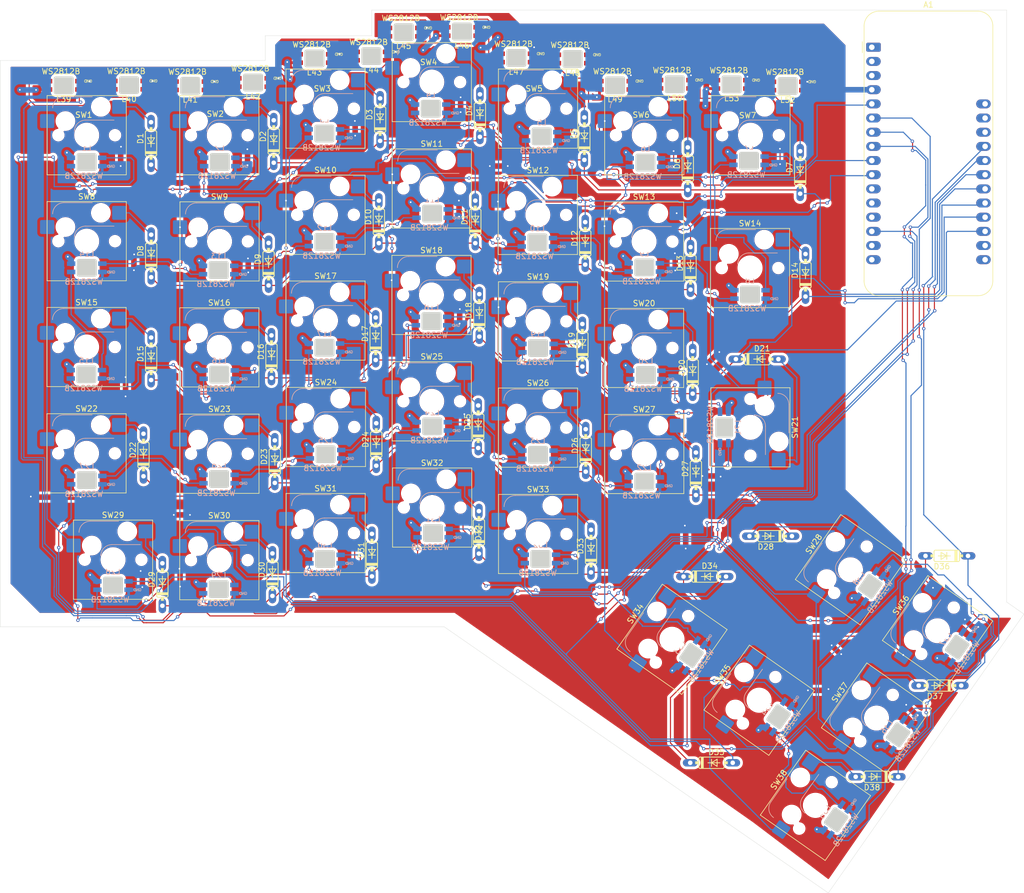
<source format=kicad_pcb>
(kicad_pcb (version 20241229) (generator "pcbnew") (generator_version "9.0")
  (layers (0 "F.Cu" signal) (2 "B.Cu" signal) (13 "F.Paste" user) (15 "B.Paste" user) (5 "F.SilkS" user "F.Silkscreen") (7 "B.SilkS" user "B.Silkscreen") (1 "F.Mask" user) (3 "B.Mask" user) (25 "Edge.Cuts" user))
  (net 0 "")
  (net 1 "COL4")
  (net 2 "GND")
  (net 5 "COL1")
  (net 6 "ROW1")
  (net 7 "Net-(A1-VBAT)")
  (net 9 "COL6")
  (net 10 "5v")
  (net 12 "COL5")
  (net 14 "ROW6")
  (net 15 "RGB")
  (net 17 "ROW4")
  (net 18 "COL2")
  (net 20 "ROW2")
  (net 24 "ROW3")
  (net 25 "COL3")
  (net 26 "ROW5")
  (net 27 "COL7")
  (net 29 "Net-(D1-A)")
  (net 30 "Net-(D2-A)")
  (net 31 "Net-(D3-A)")
  (net 32 "Net-(D4-A)")
  (net 33 "Net-(D5-A)")
  (net 34 "Net-(D6-A)")
  (net 35 "Net-(D7-A)")
  (net 36 "Net-(D8-A)")
  (net 37 "Net-(D9-A)")
  (net 38 "Net-(D10-A)")
  (net 39 "Net-(D11-A)")
  (net 40 "Net-(D12-A)")
  (net 41 "Net-(D13-A)")
  (net 42 "Net-(D14-A)")
  (net 43 "Net-(D15-A)")
  (net 44 "Net-(D16-A)")
  (net 45 "Net-(D17-A)")
  (net 46 "Net-(D18-A)")
  (net 47 "Net-(D19-A)")
  (net 48 "Net-(D20-A)")
  (net 49 "Net-(D21-A)")
  (net 50 "Net-(D22-A)")
  (net 51 "Net-(D23-A)")
  (net 52 "Net-(D24-A)")
  (net 53 "Net-(D25-A)")
  (net 54 "Net-(D26-A)")
  (net 55 "Net-(D27-A)")
  (net 56 "Net-(D28-A)")
  (net 57 "Net-(D29-A)")
  (net 58 "Net-(D30-A)")
  (net 59 "Net-(D31-A)")
  (net 60 "Net-(D32-A)")
  (net 61 "Net-(D33-A)")
  (net 62 "Net-(D34-A)")
  (net 63 "Net-(D35-A)")
  (net 64 "Net-(D36-A)")
  (net 65 "Net-(D37-A)")
  (net 66 "Net-(D38-A)")
  (net 67 "Net-(L1-DOUT)")
  (net 68 "+5V")
  (net 69 "Net-(L2-DOUT)")
  (net 70 "Net-(L3-DOUT)")
  (net 71 "Net-(L4-DOUT)")
  (net 72 "Net-(L5-DOUT)")
  (net 73 "Net-(L6-DOUT)")
  (net 74 "Net-(L7-DOUT)")
  (net 75 "Net-(L8-DOUT)")
  (net 76 "Net-(L10-DIN)")
  (net 77 "Net-(L10-DOUT)")
  (net 78 "Net-(L11-DOUT)")
  (net 79 "Net-(L12-DOUT)")
  (net 80 "Net-(L13-DOUT)")
  (net 81 "Net-(L14-DOUT)")
  (net 82 "Net-(L15-DOUT)")
  (net 83 "Net-(L16-DOUT)")
  (net 84 "Net-(L17-DOUT)")
  (net 85 "Net-(L18-DOUT)")
  (net 86 "Net-(L19-DOUT)")
  (net 87 "Net-(L20-DOUT)")
  (net 88 "Net-(L21-DOUT)")
  (net 89 "Net-(L22-DOUT)")
  (net 90 "Net-(L23-DOUT)")
  (net 91 "Net-(L24-DOUT)")
  (net 92 "Net-(L25-DOUT)")
  (net 93 "Net-(L26-DOUT)")
  (net 94 "Net-(L27-DOUT)")
  (net 95 "Net-(L28-DOUT)")
  (net 96 "Net-(L29-DOUT)")
  (net 97 "Net-(L30-DOUT)")
  (net 98 "Net-(L31-DOUT)")
  (net 99 "Net-(L32-DOUT)")
  (net 100 "Net-(L33-DOUT)")
  (net 101 "Net-(L34-DOUT)")
  (net 102 "Net-(L35-DOUT)")
  (net 103 "Net-(L36-DOUT)")
  (net 104 "Net-(L37-DOUT)")
  (net 105 "Net-(L38-DOUT)")
  (net 106 "Net-(L39-DOUT)")
  (net 107 "Net-(L40-DOUT)")
  (net 108 "Net-(L41-DOUT)")
  (net 109 "Net-(L42-DOUT)")
  (net 110 "Net-(L43-DOUT)")
  (net 111 "Net-(L44-DOUT)")
  (net 112 "Net-(L45-DOUT)")
  (net 113 "Net-(L46-DOUT)")
  (net 114 "Net-(L47-DOUT)")
  (net 115 "Net-(L48-DOUT)")
  (net 116 "Net-(L49-DOUT)")
  (net 117 "Net-(L50-DOUT)")
  (net 119 "Net-(L52-DIN)")
  (footprint "diode1n4148:DO35-7" (layer "F.Cu") (at 102.0425 59.83875 90)
    (property "Reference" "D10")
    (property "Value" "1N4148")
  )
  (footprint "diode1n4148:DO35-7" (layer "F.Cu") (at 169.8725 84.44875)
    (property "Reference" "D21")
    (property "Value" "1N4148")
  )
  (footprint "Switch_Keyboard_Hotswap_Kailh:SW_Hotswap_Kailh_MX_1.00u" (layer "F.Cu") (at 111.53125 53.83875)
    (property "Reference" "SW11")
    (property "Value" "SW_Push")
  )
  (footprint "Switch_Keyboard_Hotswap_Kailh:SW_Hotswap_Kailh_MX_1.00u" (layer "F.Cu") (at 111.5975 111.06375)
    (property "Reference" "SW32")
    (property "Value" "SW_Push")
  )
  (footprint "diode1n4148:DO35-7" (layer "F.Cu") (at 59.8325 101.63875 90)
    (property "Reference" "D22")
    (property "Value" "1N4148")
  )
  (footprint "syssy:BAcklight" (layer "F.Cu") (at 155.1 35.16 180)
    (property "Reference" "L50")
    (property "Value" "WS2812B")
    (fp_poly (pts (arc (start 1.8 1.2005) (mid 1.682843 1.483343) (end 1.4 1.6005)) (xy 1.4 1.6) (xy -1.4 1.6) (arc (start -1.4065 1.6) (mid -1.684815 1.480719) (end -1.8 1.2005)) (xy -1.8 1.2) (arc (start -1.8 -1.2) (mid -1.682843 -1.482843) (end -1.4 -1.6)) (arc (start 1.4 -1.6) (mid 1.682843 -1.482843) (end 1.8 -1.2))) (fill yes) (layer "Edge.Cuts"))
  )
  (footprint "diode1n4148:DO35-7" (layer "F.Cu") (at 138.8875 44.91375 90)
    (property "Reference" "D5")
    (property "Value" "1N4148")
  )
  (footprint "Switch_Keyboard_Hotswap_Kailh:SW_Hotswap_Kailh_MX_1.00u" (layer "F.Cu") (at 130.58125 39.5325)
    (property "Reference" "SW5")
    (property "Value" "SW_Push")
  )
  (footprint "syssy:BAcklight" (layer "F.Cu") (at 79.48 34.85 180)
    (property "Reference" "L42")
    (property "Value" "WS2812B")
    (fp_poly (pts (arc (start 1.8 1.2005) (mid 1.682843 1.483343) (end 1.4 1.6005)) (xy 1.4 1.6) (xy -1.4 1.6) (arc (start -1.4065 1.6) (mid -1.684815 1.480719) (end -1.8 1.2005)) (xy -1.8 1.2) (arc (start -1.8 -1.2) (mid -1.682843 -1.482843) (end -1.4 -1.6)) (arc (start 1.4 -1.6) (mid 1.682843 -1.482843) (end 1.8 -1.2))) (fill yes) (layer "Edge.Cuts"))
  )
  (footprint "Switch_Keyboard_Hotswap_Kailh:SW_Hotswap_Kailh_MX_1.00u" (layer "F.Cu") (at 130.5975 115.80375)
    (property "Reference" "SW33")
    (property "Value" "SW_Push")
  )
  (footprint "diode1n4148:DO35-7" (layer "F.Cu") (at 191.3525 159.33875 180)
    (property "Reference" "D38")
    (property "Value" "1N4148")
  )
  (footprint "diode1n4148:DO35-7" (layer "F.Cu") (at 82.2625 67.42375 90)
    (property "Reference" "D9")
    (property "Value" "1N4148")
  )
  (footprint "diode1n4148:DO35-7" (layer "F.Cu") (at 139.0425 63.68875 90)
    (property "Reference" "D12")
    (property "Value" "1N4148")
  )
  (footprint "Switch_Keyboard_Hotswap_Kailh:SW_Hotswap_Kailh_MX_1.50u" (layer "F.Cu") (at 49.6505 44.295)
    (property "Reference" "SW1")
    (property "Value" "SW_Push")
  )
  (footprint "diode1n4148:DO35-7" (layer "F.Cu") (at 178.5425 69.40875 90)
    (property "Reference" "D14")
    (property "Value" "1N4148")
  )
  (footprint "Switch_Keyboard_Hotswap_Kailh:SW_Hotswap_Kailh_MX_1.50u" (layer "F.Cu") (at 49.6505 63.29875)
    (property "Reference" "SW8")
    (property "Value" "SW_Push")
  )
  (footprint "diode1n4148:DO35-7" (layer "F.Cu") (at 157.43125 50.295 90)
    (property "Reference" "D6")
    (property "Value" "1N4148")
  )
  (footprint "diode1n4148:DO35-7" (layer "F.Cu") (at 202.656052 142.982011 180)
    (property "Reference" "D37")
    (property "Value" "1N4148")
  )
  (footprint "diode1n4148:DO35-7" (layer "F.Cu") (at 160.4825 123.43875)
    (property "Reference" "D34")
    (property "Value" "1N4148")
  )
  (footprint "syssy:BAcklight" (layer "F.Cu") (at 175.34 35.47 180)
    (property "Reference" "L52")
    (property "Value" "WS2812B")
    (fp_poly (pts (arc (start 1.8 1.2005) (mid 1.682843 1.483343) (end 1.4 1.6005)) (xy 1.4 1.6) (xy -1.4 1.6) (arc (start -1.4065 1.6) (mid -1.684815 1.480719) (end -1.8 1.2005)) (xy -1.8 1.2) (arc (start -1.8 -1.2) (mid -1.682843 -1.482843) (end -1.4 -1.6)) (arc (start 1.4 -1.6) (mid 1.682843 -1.482843) (end 1.8 -1.2))) (fill yes) (layer "Edge.Cuts"))
  )
  (footprint "diode1n4148:DO35-7" (layer "F.Cu") (at 161.6825 156.82875)
    (property "Reference" "D35")
    (property "Value" "1N4148")
  )
  (footprint "Switch_Keyboard_Hotswap_Kailh:SW_Hotswap_Kailh_MX_1.00u" (layer "F.Cu") (at 149.5975 63.36375)
    (property "Reference" "SW13")
    (property "Value" "SW_Push")
  )
  (footprint "diode1n4148:DO35-7" (layer "F.Cu") (at 120.1625 40.77375 90)
    (property "Reference" "D4")
    (property "Value" "1N4148")
  )
  (footprint "Switch_Keyboard_Hotswap_Kailh:SW_Hotswap_Kailh_MX_1.00u" (layer "F.Cu") (at 191.276268 148.812458 55)
    (property "Reference" "SW37")
    (property "Value" "SW_Push")
  )
  (footprint "Switch_Keyboard_Hotswap_Kailh:SW_Hotswap_Kailh_MX_2.00u" (layer "F.Cu") (at 154.601268 134.687458 55)
    (property "Reference" "SW34")
    (property "Value" "SW_Push")
  )
  (footprint "diode1n4148:DO35-7" (layer "F.Cu") (at 100.7925 119.58875 90)
    (property "Reference" "D31")
    (property "Value" "1N4148")
  )
  (footprint "Switch_Keyboard_Hotswap_Kailh:SW_Hotswap_Kailh_MX_1.00u" (layer "F.Cu") (at 168.68125 44.295)
    (property "Reference" "SW7")
    (property "Value" "SW_Push")
  )
  (footprint "Switch_Keyboard_Hotswap_Kailh:SW_Hotswap_Kailh_MX_1.00u" (layer "F.Cu") (at 149.63125 44.295)
    (property "Reference" "SW6")
    (property "Value" "SW_Push")
  )
  (footprint "syssy:BAcklight" (layer "F.Cu") (at 57.24 35.32 180)
    (property "Reference" "L40")
    (property "Value" "WS2812B")
    (fp_poly (pts (arc (start 1.8 1.2005) (mid 1.682843 1.483343) (end 1.4 1.6005)) (xy 1.4 1.6) (xy -1.4 1.6) (arc (start -1.4065 1.6) (mid -1.684815 1.480719) (end -1.8 1.2005)) (xy -1.8 1.2) (arc (start -1.8 -1.2) (mid -1.682843 -1.482843) (end -1.4 -1.6)) (arc (start 1.4 -1.6) (mid 1.682843 -1.482843) (end 1.8 -1.2))) (fill yes) (layer "Edge.Cuts"))
  )
  (footprint "Switch_Keyboard_Hotswap_Kailh:SW_Hotswap_Kailh_MX_1.00u" (layer "F.Cu") (at 73.43125 82.33875)
    (property "Reference" "SW16")
    (property "Value" "SW_Push")
  )
  (footprint "Switch_Keyboard_Hotswap_Kailh:SW_Hotswap_Kailh_MX_1.00u" (layer "F.Cu") (at 73.43125 44.295)
    (property "Reference" "SW2")
    (property "Value" "SW_Push")
  )
  (footprint "diode1n4148:DO35-7" (layer "F.Cu") (at 177.5875 50.97375 90)
    (property "Reference" "D7")
    (property "Value" "1N4148")
  )
  (footprint "Switch_Keyboard_Hotswap_Kailh:SW_Hotswap_Kailh_MX_1.00u" (layer "F.Cu") (at 92.4975 115.63875)
    (property "Reference" "SW31")
    (property "Value" "SW_Push")
  )
  (footprint "syssy:BAcklight" (layer "F.Cu") (at 45.53 35.35025 180)
    (property "Reference" "L39")
    (property "Value" "WS2812B")
    (fp_poly (pts (arc (start 1.8 1.2005) (mid 1.682843 1.483343) (end 1.4 1.6005)) (xy 1.4 1.6) (xy -1.4 1.6) (arc (start -1.4065 1.6) (mid -1.684815 1.480719) (end -1.8 1.2005)) (xy -1.8 1.2) (arc (start -1.8 -1.2) (mid -1.682843 -1.482843) (end -1.4 -1.6)) (arc (start 1.4 -1.6) (mid 1.682843 -1.482843) (end 1.8 -1.2))) (fill yes) (layer "Edge.Cuts"))
  )
  (footprint "diode1n4148:DO35-7" (layer "F.Cu") (at 119.33125 59.83875 90)
    (property "Reference" "D11")
    (property "Value" "1N4148")
  )
  (footprint "Switch_Keyboard_Hotswap_Kailh:SW_Hotswap_Kailh_MX_1.00u" (layer "F.Cu") (at 130.5725 96.73875)
    (property "Reference" "SW26")
    (property "Value" "SW_Push")
  )
  (footprint "diode1n4148:DO35-7" (layer "F.Cu") (at 61.1875 45.77375 90)
    (property "Reference" "D1")
    (property "Value" "1N4148")
  )
  (footprint "Switch_Keyboard_Hotswap_Kailh:SW_Hotswap_Kailh_MX_1.00u" (layer "F.Cu") (at 130.5475 58.58875)
    (property "Reference" "SW12")
    (property "Value" "SW_Push")
  )
  (footprint "Switch_Keyboard_Hotswap_Kailh:SW_Hotswap_Kailh_MX_1.00u" (layer "F.Cu") (at 111.4725 72.93875)
    (property "Reference" "SW18")
    (property "Value" "SW_Push")
  )
  (footprint "diode1n4148:DO35-7" (layer "F.Cu") (at 83.1875 45.42375 90)
    (property "Reference" "D2")
    (property "Value" "1N4148")
  )
  (footprint "Switch_Keyboard_Hotswap_Kailh:SW_Hotswap_Kailh_MX_1.00u" (layer "F.Cu") (at 186.603804 122.214874 55)
    (property "Reference" "SW28")
    (property "Value" "SW_Push")
  )
  (footprint "diode1n4148:DO35-7" (layer "F.Cu") (at 101.4725 80.79875 90)
    (property "Reference" "D17")
    (property "Value" "1N4148")
  )
  (footprint "Switch_Keyboard_Hotswap_Kailh:SW_Hotswap_Kailh_MX_2.00u" (layer "F.Cu") (at 170.226268 145.612458 55)
    (property "Reference" "SW35")
    (property "Value" "SW_Push")
  )
  (footprint "diode1n4148:DO35-7" (layer "F.Cu") (at 172.3025 116.18875 180)
    (property "Reference" "D28")
    (property "Value" "1N4148")
  )
  (footprint "diode1n4148:DO35-7" (layer "F.Cu") (at 82.7825 83.99875 90)
    (property "Reference" "D16")
    (property "Value" "1N4148")
  )
  (footprint "diode1n4148:DO35-7" (layer "F.Cu") (at 61.2125 65.94875 90)
    (property "Reference" "D8")
    (property "Value" "1N4148")
  )
  (footprint "Switch_Keyboard_Hotswap_Kailh:SW_Hotswap_Kailh_MX_1.00u" (layer "F.Cu") (at 92.4725 58.56375)
    (property "Reference" "SW10")
    (property "Value" "SW_Push")
  )
  (footprint "diode1n4148:DO35-7" (layer "F.Cu") (at 158.3125 86.82875 90)
    (property "Reference" "D20")
    (property "Value" "1N4148")
  )
  (footprint "syssy:BAcklight" (layer "F.Cu") (at 90.49 30.54 180)
    (property "Reference" "L43")
    (property "Value" "WS2812B")
    (fp_poly (pts (arc (start 1.8 1.2005) (mid 1.682843 1.483343) (end 1.4 1.6005)) (xy 1.4 1.6) (xy -1.4 1.6) (arc (start -1.4065 1.6) (mid -1.684815 1.480719) (end -1.8 1.2005)) (xy -1.8 1.2) (arc (start -1.8 -1.2) (mid -1.682843 -1.482843) (end -1.4 -1.6)) (arc (start 1.4 -1.6) (mid 1.682843 -1.482843) (end 1.8 -1.2))) (fill yes) (layer "Edge.Cuts"))
  )
  (footprint "diode1n4148:DO35-7" (layer "F.Cu") (at 101.5725 99.74875 90)
    (property "Reference" "D24")
    (property "Value" "1N4148")
  )
  (footprint "Switch_Keyboard_Hotswap_Kailh:SW_Hotswap_Kailh_MX_1.00u" (layer "F.Cu") (at 92.48125 39.5325)
    (property "Reference" "SW3")
    (property "Value" "SW_Push")
  )
  (footprint "syssy:BAcklight" (layer "F.Cu") (at 144.4 35.35025 180)
    (property "Reference" "L49")
    (property "Value" "WS2812B")
    (fp_poly (pts (arc (start 1.8 1.2005) (mid 1.682843 1.483343) (end 1.4 1.6005)) (xy 1.4 1.6) (xy -1.4 1.6) (arc (start -1.4065 1.6) (mid -1.684815 1.480719) (end -1.8 1.2005)) (xy -1.8 1.2) (arc (start -1.8 -1.2) (mid -1.682843 -1.482843) (end -1.4 -1.6)) (arc (start 1.4 -1.6) (mid 1.682843 -1.482843) (end 1.8 -1.2))) (fill yes) (layer "Edge.Cuts"))
  )
  (footprint "Switch_Keyboard_Hotswap_Kailh:SW_Hotswap_Kailh_MX_1.00u" (layer "F.Cu") (at 92.4725 77.53875)
    (property "Reference" "SW17")
    (property "Value" "SW_Push")
  )
  (footprint "diode1n4148:DO35-7" (layer "F.Cu") (at 120.0525 76.59875 90)
    (property "Reference" "D18")
    (property "Value" "1N4148")
  )
  (footprint "syssy:BAcklight" (layer "F.Cu") (at 165.3 35.18 180)
    (property "Reference" "L53")
    (property "Value" "WS2812B")
    (fp_poly (pts (arc (start 1.8 1.2005) (mid 1.682843 1.483343) (end 1.4 1.6005)) (xy 1.4 1.6) (xy -1.4 1.6) (arc (start -1.4065 1.6) (mid -1.684815 1.480719) (end -1.8 1.2005)) (xy -1.8 1.2) (arc (start -1.8 -1.2) (mid -1.682843 -1.482843) (end -1.4 -1.6)) (arc (start 1.4 -1.6) (mid 1.682843 -1.482843) (end 1.8 -1.2))) (fill yes) (layer "Edge.Cuts"))
  )
  (footprint "Module:Adafruit_Feather" (layer "F.Cu") (at 190.43 28.52)
    (property "Reference" "A1")
    (property "Value" "Adafruit_Feather_Generic")
  )
  (footprint "Switch_Keyboard_Hotswap_Kailh:SW_Hotswap_Kailh_MX_1.00u" (layer "F.Cu") (at 130.58125 77.67875)
    (property "Reference" "SW19")
    (property "Value" "SW_Push")
  )
  (footprint "syssy:BAcklight" (layer "F.Cu") (at 136.78 30.63 180)
    (property "Reference" "L48")
    (property "Value" "WS2812B")
    (fp_poly (pts (arc (start 1.8 1.2005) (mid 1.682843 1.483343) (end 1.4 1.6005)) (xy 1.4 1.6) (xy -1.4 1.6) (arc (start -1.4065 1.6) (mid -1.684815 1.480719) (end -1.8 1.2005)) (xy -1.8 1.2) (arc (start -1.8 -1.2) (mid -1.682843 -1.482843) (end -1.4 -1.6)) (arc (start 1.4 -1.6) (mid 1.682843 -1.482843) (end 1.8 -1.2))) (fill yes) (layer "Edge.Cuts"))
  )
  (footprint "diode1n4148:DO35-7" (layer "F.Cu") (at 140.0825 118.86875 90)
    (property "Reference" "D33")
    (property "Value" "1N4148")
  )
  (footprint "Switch_Keyboard_Hotswap_Kailh:SW_Hotswap_Kailh_MX_1.00u" (layer "F.Cu") (at 73.4725 63.33875)
    (property "Reference" "SW9")
    (property "Value" "SW_Push")
  )
  (footprint "Switch_Keyboard_Hotswap_Kailh:SW_Hotswap_Kailh_MX_1.00u" (layer "F.Cu") (at 111.53125 34.77)
    (property "Reference" "SW4")
    (property "Value" "SW_Push")
  )
  (footprint "Switch_Keyboard_Hotswap_Kailh:SW_Hotswap_Kailh_MX_1.00u" (layer "F.Cu") (at 180.326268 164.462458 55)
    (property "Reference" "SW38")
    (property "Value" "SW_Push")
  )
  (footprint "diode1n4148:DO35-7" (layer "F.Cu") (at 63.2225 124.86375 90)
    (property "Reference" "D29")
    (property "Value" "1N4148")
  )
  (footprint "diode1n4148:DO35-7" (layer "F.Cu") (at 102.2625 41.49875 90)
    (property "Reference" "D3")
    (property "Value" "1N4148")
  )
  (footprint "diode1n4148:DO35-7" (layer "F.Cu") (at 83.3825 102.82875 90)
    (property "Reference" "D23")
    (property "Value" "1N4148")
  )
  (footprint "diode1n4148:DO35-7" (layer "F.Cu") (at 157.9225 68.16875 90)
    (property "Reference" "D13")
    (property "Value" "1N4148")
  )
  (footprint "syssy:BAcklight" (layer "F.Cu") (at 68.22 35.43 180)
    (property "Reference" "L41")
    (property "Value" "WS2812B")
    (fp_poly (pts (arc (start 1.8 1.2005) (mid 1.682843 1.483343) (end 1.4 1.6005)) (xy 1.4 1.6) (xy -1.4 1.6) (arc (start -1.4065 1.6) (mid -1.684815 1.480719) (end -1.8 1.2005)) (xy -1.8 1.2) (arc (start -1.8 -1.2) (mid -1.682843 -1.482843) (end -1.4 -1.6)) (arc (start 1.4 -1.6) (mid 1.682843 -1.482843) (end 1.8 -1.2))) (fill yes) (layer "Edge.Cuts"))
  )
  (footprint "Switch_Keyboard_Hotswap_Kailh:SW_Hotswap_Kailh_MX_1.50u" (layer "F.Cu") (at 49.6205 82.27875)
    (property "Reference" "SW15")
    (property "Value" "SW_Push")
  )
  (footprint "syssy:BAcklight" (layer "F.Cu") (at 116.94 25.7 180)
    (property "Reference" "L46")
    (property "Value" "WS2812B")
    (fp_poly (pts (arc (start 1.8 1.2005) (mid 1.682843 1.483343) (end 1.4 1.6005)) (xy 1.4 1.6) (xy -1.4 1.6) (arc (start -1.4065 1.6) (mid -1.684815 1.480719) (end -1.8 1.2005)) (xy -1.8 1.2) (arc (start -1.8 -1.2) (mid -1.682843 -1.482843) (end -1.4 -1.6)) (arc (start 1.4 -1.6) (mid 1.682843 -1.482843) (end 1.8 -1.2))) (fill yes) (layer "Edge.Cuts"))
  )
  (footprint "diode1n4148:DO35-7" (layer "F.Cu") (at 61.2025 84.38875 90)
    (property "Reference" "D15")
    (property "Value" "1N4148")
  )
  (footprint "diode1n4148:DO35-7" (layer "F.Cu") (at 119.8525 96.56875 90)
    (property "Reference" "D25")
    (property "Value" "1N4148")
  )
  (footprint "diode1n4148:DO35-7" (layer "F.Cu") (at 203.8725 119.72875 180)
    (property "Reference" "D36")
    (property "Value" "1N4148")
  )
  (footprint "diode1n4148:DO35-7" (layer "F.Cu") (at 82.95625 123.09875 90)
    (property "Reference" "D30")
    (property "Value" "1N4148")
  )
  (footprint "Switch_Keyboard_Hotswap_Kailh:SW_Hotswap_Kailh_MX_1.00u" (layer "F.Cu") (at 54.38125 120.41375)
    (property "Reference" "SW29")
    (property "Value" "SW_Push")
  )
  (footprint "diode1n4148:DO35-7" (layer "F.Cu") (at 138.5325 81.95875 90)
    (property "Reference" "D19")
    (property "Value" "1N4148")
  )
  (footprint "Switch_Keyboard_Hotswap_Kailh:SW_Hotswap_Kailh_MX_1.00u" (layer "F.Cu") (at 149.5975 82.43875)
    (property "Reference" "SW20")
    (property "Value" "SW_Push")
  )
  (footprint "Switch_Keyboard_Hotswap_Kailh:SW_Hotswap_Kailh_MX_1.00u" (layer "F.Cu") (at 73.43125 120.495)
    (property "Reference" "SW30")
    (property "Value" "SW_Push")
  )
  (footprint "Switch_Keyboard_Hotswap_Kailh:SW_Hotswap_Kailh_MX_1.50u" (layer "F.Cu") (at 168.6625 96.67875 -90)
    (property "Reference" "SW21")
    (property "Value" "SW_Push")
  )
  (footprint "Switch_Keyboard_Hotswap_Kailh:SW_Hotswap_Kailh_MX_1.00u" (layer "F.Cu") (at 92.5475 96.61375)
    (property "Reference" "SW24")
    (property "Value" "SW_Push")
  )
  (footprint "diode1n4148:DO35-7" (layer "F.Cu") (at 119.9825 115.51375 90)
    (property "Reference" "D32")
    (property "Value" "1N4148")
  )
  (footprint "Switch_Keyboard_Hotswap_Kailh:SW_Hotswap_Kailh_MX_1.00u" (layer "F.Cu") (at 202.215036 133.151166 55)
    (property "Reference" "SW36")
    (property "Value" "SW_Push")
  )
  (footprint "Switch_Keyboard_Hotswap_Kailh:SW_Hotswap_Kailh_MX_1.00u" (layer "F.Cu") (at 111.5225 92.01375)
    (property "Reference" "SW25")
    (property "Value" "SW_Push")
  )
  (footprint "Switch_Keyboard_Hotswap_Kailh:SW_Hotswap_Kailh_MX_1.00u" (layer "F.Cu") (at 149.6225 101.46375)
    (property "Reference" "SW27")
    (property "Value" "SW_Push")
  )
  (footprint "diode1n4148:DO35-7" (layer "F.Cu") (at 158.8925 105.00875 90)
    (property "Reference" "D27")
    (property "Value" "1N4148")
  )
  (footprint "diode1n4148:DO35-7" (layer "F.Cu") (at 139.1325 100.81875 90)
    (property "Reference" "D26")
    (property "Value" "1N4148")
  )
  (footprint "Switch_Keyboard_Hotswap_Kailh:SW_Hotswap_Kailh_MX_1.00u" (layer "F.Cu") (at 73.4475 101.41375)
    (property "Reference" "SW23")
    (property "Value" "SW_Push")
  )
  (footprint "syssy:BAcklight" (layer "F.Cu") (at 100.7 30.11 180)
    (property "Reference" "L44")
    (property "Value" "WS2812B")
    (fp_poly (pts (arc (start 1.8 1.2005) (mid 1.682843 1.483343) (end 1.4 1.6005)) (xy 1.4 1.6) (xy -1.4 1.6) (arc (start -1.4065 1.6) (mid -1.684815 1.480719) (end -1.8 1.2005)) (xy -1.8 1.2) (arc (start -1.8 -1.2) (mid -1.682843 -1.482843) (end -1.4 -1.6)) (arc (start 1.4 -1.6) (mid 1.682843 -1.482843) (end 1.8 -1.2))) (fill yes) (layer "Edge.Cuts"))
  )
  (footprint "syssy:BAcklight" (layer "F.Cu") (at 126.69 30.44025 180)
    (property "Reference" "L47")
    (property "Value" "WS2812B")
    (fp_poly (pts (arc (start 1.8 1.2005) (mid 1.682843 1.483343) (end 1.4 1.6005)) (xy 1.4 1.6) (xy -1.4 1.6) (arc (start -1.4065 1.6) (mid -1.684815 1.480719) (end -1.8 1.2005)) (xy -1.8 1.2) (arc (start -1.8 -1.2) (mid -1.682843 -1.482843) (end -1.4 -1.6)) (arc (start 1.4 -1.6) (mid 1.682843 -1.482843) (end 1.8 -1.2))) (fill yes) (layer "Edge.Cuts"))
  )
  (footprint "Switch_Keyboard_Hotswap_Kailh:SW_Hotswap_Kailh_MX_1.50u_90deg" (layer "F.Cu") (at 168.5975 68.11375)
    (property "Reference" "SW14")
    (property "Value" "SW_Push")
  )
  (footprint "Switch_Keyboard_Hotswap_Kailh:SW_Hotswap_Kailh_MX_1.50u" (layer "F.Cu") (at 49.6225 101.33875)
    (property "Reference" "SW22")
    (property "Value" "SW_Push")
  )
  (footprint "syssy:BAcklight" (layer "F.Cu") (at 106.49 25.82 180)
    (property "Reference" "L45")
    (property "Value" "WS2812B")
    (fp_poly (pts (arc (start 1.8 1.2005) (mid 1.682843 1.483343) (end 1.4 1.6005)) (xy 1.4 1.6) (xy -1.4 1.6) (arc (start -1.4065 1.6) (mid -1.684815 1.480719) (end -1.8 1.2005)) (xy -1.8 1.2) (arc (start -1.8 -1.2) (mid -1.682843 -1.482843) (end -1.4 -1.6)) (arc (start 1.4 -1.6) (mid 1.682843 -1.482843) (end 1.8 -1.2))) (fill yes) (layer "Edge.Cuts"))
  )
  (footprint "syssy:BAcklight" (layer "B.Cu") (at 111.6125 96.49875 180)
    (property "Reference" "L24")
    (property "Value" "WS2812B")
    (fp_poly (pts (arc (start 1.8 -1.2005) (mid 1.682843 -1.483343) (end 1.4 -1.6005)) (xy 1.4 -1.6) (xy -1.4 -1.6) (arc (start -1.4065 -1.6) (mid -1.684815 -1.480719) (end -1.8 -1.2005)) (xy -1.8 -1.2) (arc (start -1.8 1.2) (mid -1.682843 1.482843) (end -1.4 1.6)) (arc (start 1.4 1.6) (mid 1.682843 1.482843) (end 1.8 1.2))) (fill yes) (layer "Edge.Cuts"))
  )
  (footprint "syssy:BAcklight" (layer "B.Cu") (at 92.2625 43.99875 180)
    (property "Reference" "L3")
    (property "Value" "WS2812B")
    (fp_poly (pts (arc (start 1.8 -1.2005) (mid 1.682843 -1.483343) (end 1.4 -1.6005)) (xy 1.4 -1.6) (xy -1.4 -1.6) (arc (start -1.4065 -1.6) (mid -1.684815 -1.480719) (end -1.8 -1.2005)) (xy -1.8 -1.2) (arc (start -1.8 1.2) (mid -1.682843 1.482843) (end -1.4 1.6)) (arc (start 1.4 1.6) (mid 1.682843 1.482843) (end 1.8 1.2))) (fill yes) (layer "Edge.Cuts"))
  )
  (footprint "syssy:BAcklight" (layer "B.Cu") (at 130.5725 101.59875 180)
    (property "Reference" "L23")
    (property "Value" "WS2812B")
    (fp_poly (pts (arc (start 1.8 -1.2005) (mid 1.682843 -1.483343) (end 1.4 -1.6005)) (xy 1.4 -1.6) (xy -1.4 -1.6) (arc (start -1.4065 -1.6) (mid -1.684815 -1.480719) (end -1.8 -1.2005)) (xy -1.8 -1.2) (arc (start -1.8 1.2) (mid -1.682843 1.482843) (end -1.4 1.6)) (arc (start 1.4 1.6) (mid 1.682843 1.482843) (end 1.8 1.2))) (fill yes) (layer "Edge.Cuts"))
  )
  (footprint "syssy:BAcklight" (layer "B.Cu") (at 92.2875 82.39875 180)
    (property "Reference" "L17")
    (property "Value" "WS2812B")
    (fp_poly (pts (arc (start 1.8 -1.2005) (mid 1.682843 -1.483343) (end 1.4 -1.6005)) (xy 1.4 -1.6) (xy -1.4 -1.6) (arc (start -1.4065 -1.6) (mid -1.684815 -1.480719) (end -1.8 -1.2005)) (xy -1.8 -1.2) (arc (start -1.8 1.2) (mid -1.682843 1.482843) (end -1.4 1.6)) (arc (start 1.4 1.6) (mid 1.682843 1.482843) (end 1.8 1.2))) (fill yes) (layer "Edge.Cuts"))
  )
  (footprint "syssy:BAcklight" (layer "B.Cu") (at 73.33 125.695 180)
    (property "Reference" "L29")
    (property "Value" "WS2812B")
    (fp_poly (pts (arc (start 1.8 -1.2005) (mid 1.682843 -1.483343) (end 1.4 -1.6005)) (xy 1.4 -1.6) (xy -1.4 -1.6) (arc (start -1.4065 -1.6) (mid -1.684815 -1.480719) (end -1.8 -1.2005)) (xy -1.8 -1.2) (arc (start -1.8 1.2) (mid -1.682843 1.482843) (end -1.4 1.6)) (arc (start 1.4 1.6) (mid 1.682843 1.482843) (end 1.8 1.2))) (fill yes) (layer "Edge.Cuts"))
  )
  (footprint "syssy:BAcklight" (layer "B.Cu") (at 49.6625 106.14875 180)
    (property "Reference" "L27")
    (property "Value" "WS2812B")
    (fp_poly (pts (arc (start 1.8 -1.2005) (mid 1.682843 -1.483343) (end 1.4 -1.6005)) (xy 1.4 -1.6) (xy -1.4 -1.6) (arc (start -1.4065 -1.6) (mid -1.684815 -1.480719) (end -1.8 -1.2005)) (xy -1.8 -1.2) (arc (start -1.8 1.2) (mid -1.682843 1.482843) (end -1.4 1.6)) (arc (start 1.4 1.6) (mid 1.682843 1.482843) (end 1.8 1.2))) (fill yes) (layer "Edge.Cuts"))
  )
  (footprint "syssy:BAcklight" (layer "B.Cu") (at 190.1625 125.19875 -125)
    (property "Reference" "L38")
    (property "Value" "WS2812B")
    (fp_poly (pts (arc (start 1.8 -1.2005) (mid 1.682843 -1.483343) (end 1.4 -1.6005)) (xy 1.4 -1.6) (xy -1.4 -1.6) (arc (start -1.4065 -1.6) (mid -1.684815 -1.480719) (end -1.8 -1.2005)) (xy -1.8 -1.2) (arc (start -1.8 1.2) (mid -1.682843 1.482843) (end -1.4 1.6)) (arc (start 1.4 1.6) (mid 1.682843 1.482843) (end 1.8 1.2))) (fill yes) (layer "Edge.Cuts"))
  )
  (footprint "syssy:BAcklight" (layer "B.Cu") (at 158.0875 137.57375 -125)
    (property "Reference" "L33")
    (property "Value" "WS2812B")
    (fp_poly (pts (arc (start 1.8 -1.2005) (mid 1.682843 -1.483343) (end 1.4 -1.6005)) (xy 1.4 -1.6) (xy -1.4 -1.6) (arc (start -1.4065 -1.6) (mid -1.684815 -1.480719) (end -1.8 -1.2005)) (xy -1.8 -1.2) (arc (start -1.8 1.2) (mid -1.682843 1.482843) (end -1.4 1.6)) (arc (start 1.4 1.6) (mid 1.682843 1.482843) (end 1.8 1.2))) (fill yes) (layer "Edge.Cuts"))
  )
  (footprint "syssy:BAcklight" (layer "B.Cu") (at 195.1375 151.82375 -125)
    (property "Reference" "L36")
    (property "Value" "WS2812B")
    (fp_poly (pts (arc (start 1.8 -1.2005) (mid 1.682843 -1.483343) (end 1.4 -1.6005)) (xy 1.4 -1.6) (xy -1.4 -1.6) (arc (start -1.4065 -1.6) (mid -1.684815 -1.480719) (end -1.8 -1.2005)) (xy -1.8 -1.2) (arc (start -1.8 1.2) (mid -1.682843 1.482843) (end -1.4 1.6)) (arc (start 1.4 1.6) (mid 1.682843 1.482843) (end 1.8 1.2))) (fill yes) (layer "Edge.Cuts"))
  )
  (footprint "syssy:BAcklight" (layer "B.Cu") (at 111.5875 58.34875 180)
    (property "Reference" "L11")
    (property "Value" "WS2812B")
    (fp_poly (pts (arc (start 1.8 -1.2005) (mid 1.682843 -1.483343) (end 1.4 -1.6005)) (xy 1.4 -1.6) (xy -1.4 -1.6) (arc (start -1.4065 -1.6) (mid -1.684815 -1.480719) (end -1.8 -1.2005)) (xy -1.8 -1.2) (arc (start -1.8 1.2) (mid -1.682843 1.482843) (end -1.4 1.6)) (arc (start 1.4 1.6) (mid 1.682843 1.482843) (end 1.8 1.2))) (fill yes) (layer "Edge.Cuts"))
  )
  (footprint "syssy:BAcklight" (layer "B.Cu") (at 131.2375 44.49875 180)
    (property "Reference" "L5")
    (property "Value" "WS2812B")
    (fp_poly (pts (arc (start 1.8 -1.2005) (mid 1.682843 -1.483343) (end 1.4 -1.6005)) (xy 1.4 -1.6) (xy -1.4 -1.6) (arc (start -1.4065 -1.6) (mid -1.684815 -1.480719) (end -1.8 -1.2005)) (xy -1.8 -1.2) (arc (start -1.8 1.2) (mid -1.682843 1.482843) (end -1.4 1.6)) (arc (start 1.4 1.6) (mid 1.682843 1.482843) (end 1.8 1.2))) (fill yes) (layer "Edge.Cuts"))
  )
  (footprint "syssy:BAcklight" (layer "B.Cu") (at 131.0125 120.27375 180)
    (property "Reference" "L32")
    (property "Value" "WS2812B")
    (fp_poly (pts (arc (start 1.8 -1.2005) (mid 1.682843 -1.483343) (end 1.4 -1.6005)) (xy 1.4 -1.6) (xy -1.4 -1.6) (arc (start -1.4065 -1.6) (mid -1.684815 -1.480719) (end -1.8 -1.2005)) (xy -1.8 -1.2) (arc (start -1.8 1.2) (mid -1.682843 1.482843) (end -1.4 1.6)) (arc (start 1.4 1.6) (mid 1.682843 1.482843) (end 1.8 1.2))) (fill yes) (layer "Edge.Cuts"))
  )
  (footprint "syssy:BAcklight" (layer "B.Cu") (at 73.5125 49.09875 180)
    (property "Reference" "L2")
    (property "Value" "WS2812B")
    (fp_poly (pts (arc (start 1.8 -1.2005) (mid 1.682843 -1.483343) (end 1.4 -1.6005)) (xy 1.4 -1.6) (xy -1.4 -1.6) (arc (start -1.4065 -1.6) (mid -1.684815 -1.480719) (end -1.8 -1.2005)) (xy -1.8 -1.2) (arc (start -1.8 1.2) (mid -1.682843 1.482843) (end -1.4 1.6)) (arc (start 1.4 1.6) (mid 1.682843 1.482843) (end 1.8 1.2))) (fill yes) (layer "Edge.Cuts"))
  )
  (footprint "syssy:BAcklight" (layer "B.Cu") (at 54.3625 125.04875 180)
    (property "Reference" "L28")
    (property "Value" "WS2812B")
    (fp_poly (pts (arc (start 1.8 -1.2005) (mid 1.682843 -1.483343) (end 1.4 -1.6005)) (xy 1.4 -1.6) (xy -1.4 -1.6) (arc (start -1.4065 -1.6) (mid -1.684815 -1.480719) (end -1.8 -1.2005)) (xy -1.8 -1.2) (arc (start -1.8 1.2) (mid -1.682843 1.482843) (end -1.4 1.6)) (arc (start 1.4 1.6) (mid 1.682843 1.482843) (end 1.8 1.2))) (fill yes) (layer "Edge.Cuts"))
  )
  (footprint "syssy:BAcklight" (layer "B.Cu") (at 49.5875 87.17375 180)
    (property "Reference" "L15")
    (property "Value" "WS2812B")
    (fp_poly (pts (arc (start 1.8 -1.2005) (mid 1.682843 -1.483343) (end 1.4 -1.6005)) (xy 1.4 -1.6) (xy -1.4 -1.6) (arc (start -1.4065 -1.6) (mid -1.684815 -1.480719) (end -1.8 -1.2005)) (xy -1.8 -1.2) (arc (start -1.8 1.2) (mid -1.682843 1.482843) (end -1.4 1.6)) (arc (start 1.4 1.6) (mid 1.682843 1.482843) (end 1.8 1.2))) (fill yes) (layer "Edge.Cuts"))
  )
  (footprint "syssy:BAcklight" (layer "B.Cu") (at 111.3375 39.54875 180)
    (property "Reference" "L4")
    (property "Value" "WS2812B")
    (fp_poly (pts (arc (start 1.8 -1.2005) (mid 1.682843 -1.483343) (end 1.4 -1.6005)) (xy 1.4 -1.6) (xy -1.4 -1.6) (arc (start -1.4065 -1.6) (mid -1.684815 -1.480719) (end -1.8 -1.2005)) (xy -1.8 -1.2) (arc (start -1.8 1.2) (mid -1.682843 1.482843) (end -1.4 1.6)) (arc (start 1.4 1.6) (mid 1.682843 1.482843) (end 1.8 1.2))) (fill yes) (layer "Edge.Cuts"))
  )
  (footprint "syssy:BAcklight" (layer "B.Cu") (at 92.2875 63.42375 180)
    (property "Reference" "L12")
    (property "Value" "WS2812B")
    (fp_poly (pts (arc (start 1.8 -1.2005) (mid 1.682843 -1.483343) (end 1.4 -1.6005)) (xy 1.4 -1.6) (xy -1.4 -1.6) (arc (start -1.4065 -1.6) (mid -1.684815 -1.480719) (end -1.8 -1.2005)) (xy -1.8 -1.2) (arc (start -1.8 1.2) (mid -1.682843 1.482843) (end -1.4 1.6)) (arc (start 1.4 1.6) (mid 1.682843 1.482843) (end 1.8 1.2))) (fill yes) (layer "Edge.Cuts"))
  )
  (footprint "syssy:BAcklight" (layer "B.Cu") (at 73.4125 87.22375 180)
    (property "Reference" "L16")
    (property "Value" "WS2812B")
    (fp_poly (pts (arc (start 1.8 -1.2005) (mid 1.682843 -1.483343) (end 1.4 -1.6005)) (xy 1.4 -1.6) (xy -1.4 -1.6) (arc (start -1.4065 -1.6) (mid -1.684815 -1.480719) (end -1.8 -1.2005)) (xy -1.8 -1.2) (arc (start -1.8 1.2) (mid -1.682843 1.482843) (end -1.4 1.6)) (arc (start 1.4 1.6) (mid 1.682843 1.482843) (end 1.8 1.2))) (fill yes) (layer "Edge.Cuts"))
  )
  (footprint "syssy:BAcklight" (layer "B.Cu") (at 168.4125 48.87375 180)
    (property "Reference" "L7")
    (property "Value" "WS2812B")
    (fp_poly (pts (arc (start 1.8 -1.2005) (mid 1.682843 -1.483343) (end 1.4 -1.6005)) (xy 1.4 -1.6) (xy -1.4 -1.6) (arc (start -1.4065 -1.6) (mid -1.684815 -1.480719) (end -1.8 -1.2005)) (xy -1.8 -1.2) (arc (start -1.8 1.2) (mid -1.682843 1.482843) (end -1.4 1.6)) (arc (start 1.4 1.6) (mid 1.682843 1.482843) (end 1.8 1.2))) (fill yes) (layer "Edge.Cuts"))
  )
  (footprint "syssy:BAcklight" (layer "B.Cu") (at 168.5875 72.84875 180)
    (property "Reference" "L8")
    (property "Value" "WS2812B")
    (fp_poly (pts (arc (start 1.8 -1.2005) (mid 1.682843 -1.483343) (end 1.4 -1.6005)) (xy 1.4 -1.6) (xy -1.4 -1.6) (arc (start -1.4065 -1.6) (mid -1.684815 -1.480719) (end -1.8 -1.2005)) (xy -1.8 -1.2) (arc (start -1.8 1.2) (mid -1.682843 1.482843) (end -1.4 1.6)) (arc (start 1.4 1.6) (mid 1.682843 1.482843) (end 1.8 1.2))) (fill yes) (layer "Edge.Cuts"))
  )
  (footprint "syssy:BAcklight" (layer "B.Cu") (at 130.5875 82.47375 180)
    (property "Reference" "L19")
    (property "Value" "WS2812B")
    (fp_poly (pts (arc (start 1.8 -1.2005) (mid 1.682843 -1.483343) (end 1.4 -1.6005)) (xy 1.4 -1.6) (xy -1.4 -1.6) (arc (start -1.4065 -1.6) (mid -1.684815 -1.480719) (end -1.8 -1.2005)) (xy -1.8 -1.2) (arc (start -1.8 1.2) (mid -1.682843 1.482843) (end -1.4 1.6)) (arc (start 1.4 1.6) (mid 1.682843 1.482843) (end 1.8 1.2))) (fill yes) (layer "Edge.Cuts"))
  )
  (footprint "syssy:BAcklight" (layer "B.Cu") (at 111.4875 77.62375 180)
    (property "Reference" "L18")
    (property "Value" "WS2812B")
    (fp_poly (pts (arc (start 1.8 -1.2005) (mid 1.682843 -1.483343) (end 1.4 -1.6005)) (xy 1.4 -1.6) (xy -1.4 -1.6) (arc (start -1.4065 -1.6) (mid -1.684815 -1.480719) (end -1.8 -1.2005)) (xy -1.8 -1.2) (arc (start -1.8 1.2) (mid -1.682843 1.482843) (end -1.4 1.6)) (arc (start 1.4 1.6) (mid 1.682843 1.482843) (end 1.8 1.2))) (fill yes) (layer "Edge.Cuts"))
  )
  (footprint "syssy:BAcklight" (layer "B.Cu") (at 49.6625 68.07375 180)
    (property "Reference" "L14")
    (property "Value" "WS2812B")
    (fp_poly (pts (arc (start 1.8 -1.2005) (mid 1.682843 -1.483343) (end 1.4 -1.6005)) (xy 1.4 -1.6) (xy -1.4 -1.6) (arc (start -1.4065 -1.6) (mid -1.684815 -1.480719) (end -1.8 -1.2005)) (xy -1.8 -1.2) (arc (start -1.8 1.2) (mid -1.682843 1.482843) (end -1.4 1.6)) (arc (start 1.4 1.6) (mid 1.682843 1.482843) (end 1.8 1.2))) (fill yes) (layer "Edge.Cuts"))
  )
  (footprint "syssy:BAcklight" (layer "B.Cu") (at 149.6375 67.99875 180)
    (property "Reference" "L9")
    (property "Value" "WS2812B")
    (fp_poly (pts (arc (start 1.8 -1.2005) (mid 1.682843 -1.483343) (end 1.4 -1.6005)) (xy 1.4 -1.6) (xy -1.4 -1.6) (arc (start -1.4065 -1.6) (mid -1.684815 -1.480719) (end -1.8 -1.2005)) (xy -1.8 -1.2) (arc (start -1.8 1.2) (mid -1.682843 1.482843) (end -1.4 1.6)) (arc (start 1.4 1.6) (mid 1.682843 1.482843) (end 1.8 1.2))) (fill yes) (layer "Edge.Cuts"))
  )
  (footprint "syssy:BAcklight" (layer "B.Cu") (at 149.9125 87.27375 180)
    (property "Reference" "L20")
    (property "Value" "WS2812B")
    (fp_poly (pts (arc (start 1.8 -1.2005) (mid 1.682843 -1.483343) (end 1.4 -1.6005)) (xy 1.4 -1.6) (xy -1.4 -1.6) (arc (start -1.4065 -1.6) (mid -1.684815 -1.480719) (end -1.8 -1.2005)) (xy -1.8 -1.2) (arc (start -1.8 1.2) (mid -1.682843 1.482843) (end -1.4 1.6)) (arc (start 1.4 1.6) (mid 1.682843 1.482843) (end 1.8 1.2))) (fill yes) (layer "Edge.Cuts"))
  )
  (footprint "syssy:BAcklight" (layer "B.Cu") (at 92.4875 101.49875 180)
    (property "Reference" "L25")
    (property "Value" "WS2812B")
    (fp_poly (pts (arc (start 1.8 -1.2005) (mid 1.682843 -1.483343) (end 1.4 -1.6005)) (xy 1.4 -1.6) (xy -1.4 -1.6) (arc (start -1.4065 -1.6) (mid -1.684815 -1.480719) (end -1.8 -1.2005)) (xy -1.8 -1.2) (arc (start -1.8 1.2) (mid -1.682843 1.482843) (end -1.4 1.6)) (arc (start 1.4 1.6) (mid 1.682843 1.482843) (end 1.8 1.2))) (fill yes) (layer "Edge.Cuts"))
  )
  (footprint "syssy:BAcklight" (layer "B.Cu") (at 163.9625 96.69875 90)
    (property "Reference" "L21")
    (property "Value" "WS2812B")
    (fp_poly (pts (arc (start 1.8 -1.2005) (mid 1.682843 -1.483343) (end 1.4 -1.6005)) (xy 1.4 -1.6) (xy -1.4 -1.6) (arc (start -1.4065 -1.6) (mid -1.684815 -1.480719) (end -1.8 -1.2005)) (xy -1.8 -1.2) (arc (start -1.8 1.2) (mid -1.682843 1.482843) (end -1.4 1.6)) (arc (start 1.4 1.6) (mid 1.682843 1.482843) (end 1.8 1.2))) (fill yes) (layer "Edge.Cuts"))
  )
  (footprint "syssy:BAcklight" (layer "B.Cu") (at 149.6375 106.39875 180)
    (property "Reference" "L22")
    (property "Value" "WS2812B")
    (fp_poly (pts (arc (start 1.8 -1.2005) (mid 1.682843 -1.483343) (end 1.4 -1.6005)) (xy 1.4 -1.6) (xy -1.4 -1.6) (arc (start -1.4065 -1.6) (mid -1.684815 -1.480719) (end -1.8 -1.2005)) (xy -1.8 -1.2) (arc (start -1.8 1.2) (mid -1.682843 1.482843) (end -1.4 1.6)) (arc (start 1.4 1.6) (mid 1.682843 1.482843) (end 1.8 1.2))) (fill yes) (layer "Edge.Cuts"))
  )
  (footprint "syssy:BAcklight" (layer "B.Cu") (at 73.3875 105.94875 180)
    (property "Reference" "L26")
    (property "Value" "WS2812B")
    (fp_poly (pts (arc (start 1.8 -1.2005) (mid 1.682843 -1.483343) (end 1.4 -1.6005)) (xy 1.4 -1.6) (xy -1.4 -1.6) (arc (start -1.4065 -1.6) (mid -1.684815 -1.480719) (end -1.8 -1.2005)) (xy -1.8 -1.2) (arc (start -1.8 1.2) (mid -1.682843 1.482843) (end -1.4 1.6)) (arc (start 1.4 1.6) (mid 1.682843 1.482843) (end 1.8 1.2))) (fill yes) (layer "Edge.Cuts"))
  )
  (footprint "syssy:BAcklight" (layer "B.Cu") (at 205.7375 136.09875 -125)
    (property "Reference" "L37")
    (property "Value" "WS2812B")
    (fp_poly (pts (arc (start 1.8 -1.2005) (mid 1.682843 -1.483343) (end 1.4 -1.6005)) (xy 1.4 -1.6) (xy -1.4 -1.6) (arc (start -1.4065 -1.6) (mid -1.684815 -1.480719) (end -1.8 -1.2005)) (xy -1.8 -1.2) (arc (start -1.8 1.2) (mid -1.682843 1.482843) (end -1.4 1.6)) (arc (start 1.4 1.6) (mid 1.682843 1.482843) (end 1.8 1.2))) (fill yes) (layer "Edge.Cuts"))
  )
  (footprint "syssy:BAcklight" (layer "B.Cu") (at 111.7625 115.64875 180)
    (property "Reference" "L31")
    (property "Value" "WS2812B")
    (fp_poly (pts (arc (start 1.8 -1.2005) (mid 1.682843 -1.483343) (end 1.4 -1.6005)) (xy 1.4 -1.6) (xy -1.4 -1.6) (arc (start -1.4065 -1.6) (mid -1.684815 -1.480719) (end -1.8 -1.2005)) (xy -1.8 -1.2) (arc (start -1.8 1.2) (mid -1.682843 1.482843) (end -1.4 1.6)) (arc (start 1.4 1.6) (mid 1.682843 1.482843) (end 1.8 1.2))) (fill yes) (layer "Edge.Cuts"))
  )
  (footprint "syssy:BAcklight" (layer "B.Cu") (at 149.8375 49.19875 180)
    (property "Reference" "L6")
    (property "Value" "WS2812B")
    (fp_poly (pts (arc (start 1.8 -1.2005) (mid 1.682843 -1.483343) (end 1.4 -1.6005)) (xy 1.4 -1.6) (xy -1.4 -1.6) (arc (start -1.4065 -1.6) (mid -1.684815 -1.480719) (end -1.8 -1.2005)) (xy -1.8 -1.2) (arc (start -1.8 1.2) (mid -1.682843 1.482843) (end -1.4 1.6)) (arc (start 1.4 1.6) (mid 1.682843 1.482843) (end 1.8 1.2))) (fill yes) (layer "Edge.Cuts"))
  )
  (footprint "syssy:BAcklight" (layer "B.Cu") (at 49.6375 49.09875 180)
    (property "Reference" "L1")
    (property "Value" "WS2812B")
    (fp_poly (pts (arc (start 1.8 -1.2005) (mid 1.682843 -1.483343) (end 1.4 -1.6005)) (xy 1.4 -1.6) (xy -1.4 -1.6) (arc (start -1.4065 -1.6) (mid -1.684815 -1.480719) (end -1.8 -1.2005)) (xy -1.8 -1.2) (arc (start -1.8 1.2) (mid -1.682843 1.482843) (end -1.4 1.6)) (arc (start 1.4 1.6) (mid 1.682843 1.482843) (end 1.8 1.2))) (fill yes) (layer "Edge.Cuts"))
  )
  (footprint "syssy:BAcklight" (layer "B.Cu") (at 184.0375 167.04875 -125)
    (property "Reference" "L35")
    (property "Value" "WS2812B")
    (fp_poly (pts (arc (start 1.8 -1.2005) (mid 1.682843 -1.483343) (end 1.4 -1.6005)) (xy 1.4 -1.6) (xy -1.4 -1.6) (arc (start -1.4065 -1.6) (mid -1.684815 -1.480719) (end -1.8 -1.2005)) (xy -1.8 -1.2) (arc (start -1.8 1.2) (mid -1.682843 1.482843) (end -1.4 1.6)) (arc (start 1.4 1.6) (mid 1.682843 1.482843) (end 1.8 1.2))) (fill yes) (layer "Edge.Cuts"))
  )
  (footprint "syssy:BAcklight" (layer "B.Cu") (at 92.3875 120.29875 180)
    (property "Reference" "L30")
    (property "Value" "WS2812B")
    (fp_poly (pts (arc (start 1.8 -1.2005) (mid 1.682843 -1.483343) (end 1.4 -1.6005)) (xy 1.4 -1.6) (xy -1.4 -1.6) (arc (start -1.4065 -1.6) (mid -1.684815 -1.480719) (end -1.8 -1.2005)) (xy -1.8 -1.2) (arc (start -1.8 1.2) (mid -1.682843 1.482843) (end -1.4 1.6)) (arc (start 1.4 1.6) (mid 1.682843 1.482843) (end 1.8 1.2))) (fill yes) (layer "Edge.Cuts"))
  )
  (footprint "syssy:BAcklight" (layer "B.Cu") (at 130.4625 63.49875 180)
    (property "Reference" "L10")
    (property "Value" "WS2812B")
    (fp_poly (pts (arc (start 1.8 -1.2005) (mid 1.682843 -1.483343) (end 1.4 -1.6005)) (xy 1.4 -1.6) (xy -1.4 -1.6) (arc (start -1.4065 -1.6) (mid -1.684815 -1.480719) (end -1.8 -1.2005)) (xy -1.8 -1.2) (arc (start -1.8 1.2) (mid -1.682843 1.482843) (end -1.4 1.6)) (arc (start 1.4 1.6) (mid 1.682843 1.482843) (end 1.8 1.2))) (fill yes) (layer "Edge.Cuts"))
  )
  (footprint "syssy:BAcklight" (layer "B.Cu") (at 173.7125 148.57375 -125)
    (property "Reference" "L34")
    (property "Value" "WS2812B")
    (fp_poly (pts (arc (start 1.8 -1.2005) (mid 1.682843 -1.483343) (end 1.4 -1.6005)) (xy 1.4 -1.6) (xy -1.4 -1.6) (arc (start -1.4065 -1.6) (mid -1.684815 -1.480719) (end -1.8 -1.2005)) (xy -1.8 -1.2) (arc (start -1.8 1.2) (mid -1.682843 1.482843) (end -1.4 1.6)) (arc (start 1.4 1.6) (mid 1.682843 1.482843) (end 1.8 1.2))) (fill yes) (layer "Edge.Cuts"))
  )
  (footprint "syssy:BAcklight" (layer "B.Cu") (at 73.3125 68.47375 180)
    (property "Reference" "L13")
    (property "Value" "WS2812B")
    (fp_poly (pts (arc (start 1.8 -1.2005) (mid 1.682843 -1.483343) (end 1.4 -1.6005)) (xy 1.4 -1.6) (xy -1.4 -1.6) (arc (start -1.4065 -1.6) (mid -1.684815 -1.480719) (end -1.8 -1.2005)) (xy -1.8 -1.2) (arc (start -1.8 1.2) (mid -1.682843 1.482843) (end -1.4 1.6)) (arc (start 1.4 1.6) (mid 1.682843 1.482843) (end 1.8 1.2))) (fill yes) (layer "Edge.Cuts"))
  )
  (gr_line (start 100.77 21.85) (end 123.04 21.85) (stroke (width 0.05)) (layer "Edge.Cuts"))
  (gr_line (start 81.65 26.46) (end 100.77 26.46) (stroke (width 0.05)) (layer "Edge.Cuts"))
  (gr_line (start 34.13 132.46) (end 113.78 132.46) (stroke (width 0.05)) (layer "Edge.Cuts"))
  (gr_line (start 123.04 21.85) (end 214.6 21.85) (stroke (width 0.05)) (layer "Edge.Cuts"))
  (gr_line (start 182.63 180.17) (end 217.71 130.17) (stroke (width 0.05)) (layer "Edge.Cuts"))
  (gr_line (start 35.363 30.9) (end 34.13 30.9) (stroke (width 0.05)) (layer "Edge.Cuts"))
  (gr_line (start 217.71 130.17) (end 214.6 127.99) (stroke (width 0.05)) (layer "Edge.Cuts"))
  (gr_line (start 35.363 30.9) (end 81.65 30.9) (stroke (width 0.05)) (layer "Edge.Cuts"))
  (gr_line (start 214.6 21.85) (end 214.6 127.99) (stroke (width 0.05)) (layer "Edge.Cuts"))
  (gr_line (start 34.13 30.9) (end 34.13 132.46) (stroke (width 0.05)) (layer "Edge.Cuts"))
  (gr_line (start 100.77 26.46) (end 100.77 21.85) (stroke (width 0.05)) (layer "Edge.Cuts"))
  (gr_line (start 113.78 132.46) (end 182.63 180.17) (stroke (width 0.05)) (layer "Edge.Cuts"))
  (gr_line (start 81.65 30.9) (end 81.65 26.46) (stroke (width 0.05)) (layer "Edge.Cuts"))
  (segment (start 171.7625 90.94875) (end 171.7625 90.34875) (width 0.2) (layer "F.Cu") (net 0))
  (segment (start 171.7625 90.34875) (end 171.4375 90.02375) (width 0.2) (layer "F.Cu") (net 0))
  (segment (start 104.34 51.405) (end 104.44625 51.29875) (width 0.2) (layer "F.Cu") (net 1))
  (segment (start 124.43 51.97) (end 118.22 51.97) (width 0.2) (layer "F.Cu") (net 1))
  (segment (start 103.38 59.12) (end 104.34 58.16) (width 0.2) (layer "F.Cu") (net 1))
  (segment (start 103.02 59.12) (end 103.38 59.12) (width 0.2) (layer "F.Cu") (net 1))
  (segment (start 104.34 58.16) (end 104.34 51.405) (width 0.2) (layer "F.Cu") (net 1))
  (segment (start 104.41 64.62) (end 104.39 64.6) (width 0.2) (layer "F.Cu") (net 1))
  (segment (start 104.41 70.22) (end 104.41 64.62) (width 0.2) (layer "F.Cu") (net 1))
  (segment (start 104.33 70.3) (end 104.41 70.22) (width 0.2) (layer "F.Cu") (net 1))
  (segment (start 140.01 55.96) (end 138.36 55.96) (width 0.2) (layer "F.Cu") (net 1))
  (segment (start 163.4 55.23) (end 160.5 55.23) (width 0.2) (layer "F.Cu") (net 1))
  (segment (start 138.36 55.96) (end 138.15 56.17) (width 0.2) (layer "F.Cu") (net 1))
  (segment (start 124.5 51.9) (end 124.43 51.97) (width 0.2) (layer "F.Cu") (net 1))
  (segment (start 103.02 61.5) (end 103.02 59.12) (width 0.2) (layer "F.Cu") (net 1))
  (segment (start 104.43 62.91) (end 103.02 61.5) (width 0.2) (layer "F.Cu") (net 1))
  (via (at 104.44625 51.29875) (size 0.6) (drill 0.3) (layers "F.Cu" "B.Cu") (net 1))
  (via (at 104.33 70.3) (size 0.6) (drill 0.3) (layers "F.Cu" "B.Cu") (net 1))
  (via (at 118.22 51.97) (size 0.6) (drill 0.3) (layers "F.Cu" "B.Cu") (net 1))
  (via (at 163.4 55.23) (size 0.6) (drill 0.3) (layers "F.Cu" "B.Cu") (net 1))
  (via (at 104.39 64.6) (size 0.6) (drill 0.3) (layers "F.Cu" "B.Cu") (net 1))
  (via (at 138.15 56.17) (size 0.6) (drill 0.3) (layers "F.Cu" "B.Cu") (net 1))
  (via (at 140.01 55.96) (size 0.6) (drill 0.3) (layers "F.Cu" "B.Cu") (net 1))
  (via (at 160.5 55.23) (size 0.6) (drill 0.3) (layers "F.Cu" "B.Cu") (net 1))
  (via (at 124.5 51.9) (size 0.6) (drill 0.3) (layers "F.Cu" "B.Cu") (net 1))
  (via (at 104.43 62.91) (size 0.6) (drill 0.3) (layers "F.Cu" "B.Cu") (net 1))
  (segment (start 148.97 56.07) (end 140.12 56.07) (width 0.2) (layer "B.Cu") (net 1))
  (segment (start 110.47 48.52) (end 104.44625 48.52) (width 0.2) (layer "B.Cu") (net 1))
  (segment (start 113.92 51.97) (end 110.47 48.52) (width 0.2) (layer "B.Cu") (net 1))
  (segment (start 118.22 51.97) (end 113.92 51.97) (width 0.2) (layer "B.Cu") (net 1))
  (segment (start 159.22 55.23) (end 158.08 56.37) (width 0.2) (layer "B.Cu") (net 1))
  (segment (start 163.4 54.35) (end 163.4 55.23) (width 0.2) (layer "B.Cu") (net 1))
  (segment (start 104.44625 32.23) (end 104.44625 48.52) (width 0.2) (layer "B.Cu") (net 1))
  (segment (start 158.08 56.37) (end 155.91 56.37) (width 0.2) (layer "B.Cu") (net 1))
  (segment (start 104.44625 70.34) (end 104.3875 70.39875) (width 0.2) (layer "B.Cu") (net 1))
  (segment (start 104.44625 48.52) (end 104.44625 51.29875) (width 0.2) (layer "B.Cu") (net 1))
  (segment (start 127.83 51.9) (end 124.5 51.9) (width 0.2) (layer "B.Cu") (net 1))
  (segment (start 176.9051 52.322) (end 175.2 52.322) (width 0.2) (layer "B.Cu") (net 1))
  (segment (start 104.3875 70.3575) (end 104.33 70.3) (width 0.2) (layer "B.Cu") (net 1))
  (segment (start 155.61 56.07) (end 148.97 56.07) (width 0.2) (layer "B.Cu") (net 1))
  (segment (start 160.5 55.23) (end 159.22 55.23) (width 0.2) (layer "B.Cu") (net 1))
  (segment (start 104.39 64.6) (end 104.39 62.95) (width 0.2) (layer "B.Cu") (net 1))
  (segment (start 155.91 56.37) (end 155.86 56.32) (width 0.2) (layer "B.Cu") (net 1))
  (segment (start 131.96 56.03) (end 130.25 54.32) (width 0.2) (layer "B.Cu") (net 1))
  (segment (start 104.4375 108.44875) (end 104.5125 108.52375) (width 0.2) (layer "B.Cu") (net 1))
  (segment (start 138.01 56.03) (end 131.97 56.03) (width 0.2) (layer "B.Cu") (net 1))
  (segment (start 165.428 52.322) (end 163.52 54.23) (width 0.2) (layer "B.Cu") (net 1))
  (segment (start 138.15 56.17) (end 138.01 56.03) (width 0.2) (layer "B.Cu") (net 1))
  (segment (start 104.3875 70.39875) (end 104.3875 70.3575) (width 0.2) (layer "B.Cu") (net 1))
  (segment (start 155.86 56.32) (end 155.61 56.07) (width 0.2) (layer "B.Cu") (net 1))
  (segment (start 131.97 56.03) (end 131.96 56.03) (width 0.2) (layer "B.Cu") (net 1))
  (segment (start 104.39 62.95) (end 104.43 62.91) (width 0.2) (layer "B.Cu") (net 1))
  (segment (start 104.4375 89.47375) (end 104.4375 108.44875) (width 0.2) (layer "B.Cu") (net 1))
  (segment (start 140.12 56.07) (end 140.01 55.96) (width 0.2) (layer "B.Cu") (net 1))
  (segment (start 180.3871 48.84) (end 176.9051 52.322) (width 0.2) (layer "B.Cu") (net 1))
  (segment (start 190.43 48.84) (end 180.3871 48.84) (width 0.2) (layer "B.Cu") (net 1))
  (segment (start 175.2 52.322) (end 165.428 52.322) (width 0.2) (layer "B.Cu") (net 1))
  (segment (start 163.52 54.23) (end 163.4 54.35) (width 0.2) (layer "B.Cu") (net 1))
  (segment (start 130.25 54.32) (end 127.83 51.9) (width 0.2) (layer "B.Cu") (net 1))
  (segment (start 104.3875 89.42375) (end 104.4375 89.47375) (width 0.2) (layer "B.Cu") (net 1))
  (segment (start 104.3875 70.39875) (end 104.3875 89.42375) (width 0.2) (layer "B.Cu") (net 1))
  (segment (start 147.2 33.58) (end 147.23 33.55) (width 0.2) (layer "F.Cu") (net 2))
  (segment (start 58.12 65.71) (end 58.16 65.67) (width 1) (layer "F.Cu") (net 2))
  (segment (start 208.48 132.47) (end 207.14 131.13) (width 1) (layer "F.Cu") (net 2))
  (segment (start 56.62 87.67) (end 56.62 91.13) (width 1) (layer "F.Cu") (net 2))
  (segment (start 129.49 28.92) (end 129.88 28.53) (width 0.2) (layer "F.Cu") (net 2))
  (segment (start 78.62 68.89) (end 78.62 66.44) (width 1) (layer "F.Cu") (net 2))
  (segment (start 182.44 143.84) (end 182.66 143.62) (width 1) (layer "F.Cu") (net 2))
  (segment (start 116.42 58.89) (end 116.42 56.05) (width 1) (layer "F.Cu") (net 2))
  (segment (start 50.14025 34.60025) (end 50.19 34.65) (width 0.2) (layer "F.Cu") (net 2))
  (segment (start 97.79 41.79) (end 97.74 41.74) (width 1) (layer "F.Cu") (net 2))
  (segment (start 97.79 44.37) (end 97.79 41.79) (width 1) (layer "F.Cu") (net 2))
  (segment (start 61.4 34.57) (end 61.43 34.6) (width 0.2) (layer "F.Cu") (net 2))
  (segment (start 160.06 105.4) (end 163.21 105.4) (width 1) (layer "F.Cu") (net 2))
  (segment (start 173.98 49.48) (end 173.98 46.75) (width 0.2) (layer "F.Cu") (net 2))
  (segment (start 93.29 29.79) (end 94.92 29.79) (width 0.2) (layer "F.Cu") (net 2))
  (segment (start 163.21 105.4) (end 163.32 105.51) (width 1) (layer "F.Cu") (net 2))
  (segment (start 59.63 122.75) (end 59.32 122.44) (width 1) (layer "F.Cu") (net 2))
  (segment (start 116.53 75.51) (end 116.56 75.48) (width 1) (layer "F.Cu") (net 2))
  (segment (start 66.4 125.23) (end 66.4 122.15) (width 1) (layer "F.Cu") (net 2))
  (segment (start 168.1 34.43) (end 168.1 33.82) (width 0.2) (layer "F.Cu") (net 2))
  (segment (start 173.98 49.55) (end 173.98 49.48) (width 0.2) (layer "F.Cu") (net 2))
  (segment (start 139.58 29.88) (end 139.58 28.81) (width 0.2) (layer "F.Cu") (net 2))
  (segment (start 116.53 78.07) (end 116.53 75.51) (width 1) (layer "F.Cu") (net 2))
  (segment (start 168.1 33.82) (end 168.12 33.8) (width 0.2) (layer "F.Cu") (net 2))
  (segment (start 198.67 148.3) (end 198.47 148.3) (width 1) (layer "F.Cu") (net 2))
  (segment (start 55.74 46.42) (end 55.8 46.36) (width 1) (layer "F.Cu") (net 2))
  (segment (start 163.09 83.18) (end 163.05 83.18) (width 1) (layer "F.Cu") (net 2))
  (segment (start 109.29 25.07) (end 110.56 25.07) (width 0.2) (layer "F.Cu") (net 2))
  (segment (start 184.95 137.35) (end 184.81 137.35) (width 1) (layer "F.Cu") (net 2))
  (segment (start 65.27 112.38) (end 68.17 112.38) (width 1) (layer "F.Cu") (net 2))
  (segment (start 157.9 33.6585) (end 158 33.5585) (width 0.2) (layer "F.Cu") (net 2))
  (segment (start 116.42 56.05) (end 116.39 56.02) (width 1) (layer "F.Cu") (net 2))
  (segment (start 173.98 46.75) (end 173.96 46.73) (width 0.2) (layer "F.Cu") (net 2))
  (segment (start 147.2 34.60025) (end 147.2 33.58) (width 0.2) (layer "F.Cu") (net 2))
  (segment (start 48.33 34.60025) (end 50.14025 34.60025) (width 0.2) (layer "F.Cu") (net 2))
  (segment (start 58.12 68.51) (end 58.12 65.71) (width 1) (layer "F.Cu") (net 2))
  (segment (start 72.51 34.68) (end 72.52 34.67) (width 0.2) (layer "F.Cu") (net 2))
  (segment (start 39.73 109.19) (end 39.63 109.09) (width 1) (layer "F.Cu") (net 2))
  (segment (start 71.02 34.68) (end 72.51 34.68) (width 0.2) (layer "F.Cu") (net 2))
  (segment (start 60.04 34.57) (end 61.4 34.57) (width 0.2) (layer "F.Cu") (net 2))
  (segment (start 155.18 68.55) (end 155.18 65.53) (width 1) (layer "F.Cu") (net 2))
  (segment (start 94.92 29.79) (end 94.99 29.72) (width 0.2) (layer "F.Cu") (net 2))
  (segment (start 157.06 114.45) (end 156.91 114.3) (width 1) (layer "F.Cu") (net 2))
  (segment (start 157.06 118.41) (end 157.06 114.45) (width 1) (layer "F.Cu") (net 2))
  (segment (start 129.49 29.69025) (end 129.49 28.92) (width 0.2) (layer "F.Cu") (net 2))
  (segment (start 103.5 29.36) (end 105.02 29.36) (width 0.2) (layer "F.Cu") (net 2))
  (segment (start 48.58 109.19) (end 39.73 109.19) (width 1) (layer "F.Cu") (net 2))
  (segment (start 184.81 137.35) (end 183.23 135.77) (width 1) (layer "F.Cu") (net 2))
  (segment (start 139.58 28.81) (end 139.68 28.71) (width 0.2) (layer "F.Cu") (net 2))
  (segment (start 66.4 122.15) (end 66.28 122.03) (width 1) (layer "F.Cu") (net 2))
  (segment (start 121.05 24.95) (end 121.07 24.93) (width 0.2) (layer "F.Cu") (net 2))
  (segment (start 105.02 29.36) (end 105.04 29.34) (width 0.2) (layer "F.Cu") (net 2))
  (segment (start 163.05 83.18) (end 160.87 85.36) (width 1) (layer "F.Cu") (net 2))
  (segment (start 55.74 49.82) (end 55.74 46.42) (width 1) (layer "F.Cu") (net 2))
  (segment (start 59.63 125.33) (end 59.63 122.75) (width 1) (layer "F.Cu") (net 2))
  (segment (start 178.98 143.84) (end 182.44 143.84) (width 1) (layer "F.Cu") (net 2))
  (segment (start 82.28 34.1) (end 84.04 34.1) (width 0.2) (layer "F.Cu") (net 2))
  (segment (start 154.9 47.15) (end 154.89 47.14) (width 0.2) (layer "F.Cu") (net 2))
  (segment (start 116.7 40.16) (end 116.7 37.5) (width 1) (layer "F.Cu") (net 2))
  (segment (start 110.56 25.07) (end 110.6 25.03) (width 0.2) (layer "F.Cu") (net 2))
  (segment (start 84.04 34.1) (end 84.06 34.08) (width 0.2) (layer "F.Cu") (net 2))
  (segment (start 154.89 49.97) (end 154.9 49.96) (width 0.2) (layer "F.Cu") (net 2))
  (segment (start 154.9 49.96) (end 154.9 47.15) (width 0.2) (layer "F.Cu") (net 2))
  (segment (start 157.9 34.41) (end 157.9 33.6585) (width 0.2) (layer "F.Cu") (net 2))
  (segment (start 198.47 148.3) (end 196.6 146.43) (width 1) (layer "F.Cu") (net 2))
  (segment (start 125.14 49.83) (end 125.15 49.82) (width 1) (layer "F.Cu") (net 2))
  (segment (start 78.49 46.84) (end 78.46 46.81) (width 1) (layer "F.Cu") (net 2))
  (segment (start 117.37 97.12) (end 117.37 94.31) (width 1) (layer "F.Cu") (net 2))
  (segment (start 78.62 66.44) (end 78.57 66.39) (width 1) (layer "F.Cu") (net 2))
  (segment (start 178.84 34.72) (end 178.85 34.71) (width 0.2) (layer "F.Cu") (net 2))
  (segment (start 155.18 65.53) (end 155.12 65.47) (width 1) (layer "F.Cu") (net 2))
  (segment (start 78.49 49.67) (end 78.49 46.84) (width 1) (layer "F.Cu") (net 2))
  (segment (start 121.94 49.83) (end 125.14 49.83) (width 1) (layer "F.Cu") (net 2))
  (segment (start 119.74 24.95) (end 121.05 24.95) (width 0.2) (layer "F.Cu") (net 2))
  (segment (start 178.14 34.72) (end 178.84 34.72) (width 0.2) (layer "F.Cu") (net 2))
  (segment (start 209.53 132.47) (end 208.48 132.47) (width 1) (layer "F.Cu") (net 2))
  (via (at 58.12 68.51) (size 0.6) (drill 0.3) (layers "F.Cu" "B.Cu") (net 2))
  (via (at 59.32 122.44) (size 0.6) (drill 0.3) (layers "F.Cu" "B.Cu") (net 2))
  (via (at 61.43 34.6) (size 0.6) (drill 0.3) (layers "F.Cu" "B.Cu") (net 2))
  (via (at 50.19 34.65) (size 0.6) (drill 0.3) (layers "F.Cu" "B.Cu") (net 2))
  (via (at 97.79 44.37) (size 0.6) (drill 0.3) (layers "F.Cu" "B.Cu") (net 2))
  (via (at 209.53 132.47) (size 0.6) (drill 0.3) (layers "F.Cu" "B.Cu") (net 2))
  (via (at 160.87 85.36) (size 0.6) (drill 0.3) (layers "F.Cu" "B.Cu") (net 2))
  (via (at 66.4 125.23) (size 0.6) (drill 0.3) (layers "F.Cu" "B.Cu") (net 2))
  (via (at 184.95 137.35) (size 0.6) (drill 0.3) (layers "F.Cu" "B.Cu") (net 2))
  (via (at 168.12 33.8) (size 0.6) (drill 0.3) (layers "F.Cu" "B.Cu") (net 2))
  (via (at 78.49 49.67) (size 0.6) (drill 0.3) (layers "F.Cu" "B.Cu") (net 2))
  (via (at 94.99 29.72) (size 0.6) (drill 0.3) (layers "F.Cu" "B.Cu") (net 2))
  (via (at 163.09 83.18) (size 0.6) (drill 0.3) (layers "F.Cu" "B.Cu") (net 2))
  (via (at 78.46 46.81) (size 0.6) (drill 0.3) (layers "F.Cu" "B.Cu") (net 2))
  (via (at 116.7 40.16) (size 0.6) (drill 0.3) (layers "F.Cu" "B.Cu") (net 2))
  (via (at 65.27 112.38) (size 0.6) (drill 0.3) (layers "F.Cu" "B.Cu") (net 2))
  (via (at 147.23 33.55) (size 0.6) (drill 0.3) (layers "F.Cu" "B.Cu") (net 2))
  (via (at 155.18 68.55) (size 0.6) (drill 0.3) (layers "F.Cu" "B.Cu") (net 2))
  (via (at 55.74 49.82) (size 0.6) (drill 0.3) (layers "F.Cu" "B.Cu") (net 2))
  (via (at 157.06 118.41) (size 0.6) (drill 0.3) (layers "F.Cu" "B.Cu") (net 2))
  (via (at 105.04 29.34) (size 0.6) (drill 0.3) (layers "F.Cu" "B.Cu") (net 2))
  (via (at 58.16 65.67) (size 0.6) (drill 0.3) (layers "F.Cu" "B.Cu") (net 2))
  (via (at 129.88 28.53) (size 0.6) (drill 0.3) (layers "F.Cu" "B.Cu") (net 2))
  (via (at 121.07 24.93) (size 0.6) (drill 0.3) (layers "F.Cu" "B.Cu") (net 2))
  (via (at 116.53 78.07) (size 0.6) (drill 0.3) (layers "F.Cu" "B.Cu") (net 2))
  (via (at 116.39 56.02) (size 0.6) (drill 0.3) (layers "F.Cu" "B.Cu") (net 2))
  (via (at 110.6 25.03) (size 0.6) (drill 0.3) (layers "F.Cu" "B.Cu") (net 2))
  (via (at 182.66 143.62) (size 0.6) (drill 0.3) (layers "F.Cu" "B.Cu") (net 2))
  (via (at 116.7 37.5) (size 0.6) (drill 0.3) (layers "F.Cu" "B.Cu") (net 2))
  (via (at 78.62 68.89) (size 0.6) (drill 0.3) (layers "F.Cu" "B.Cu") (net 2))
  (via (at 178.85 34.71) (size 0.6) (drill 0.3) (layers "F.Cu" "B.Cu") (net 2))
  (via (at 154.89 47.14) (size 0.6) (drill 0.3) (layers "F.Cu" "B.Cu") (net 2))
  (via (at 173.98 49.48) (size 0.6) (drill 0.3) (layers "F.Cu" "B.Cu") (net 2))
  (via (at 97.74 41.74) (size 0.6) (drill 0.3) (layers "F.Cu" "B.Cu") (net 2))
  (via (at 116.56 75.48) (size 0.6) (drill 0.3) (layers "F.Cu" "B.Cu") (net 2))
  (via (at 39.63 109.09) (size 0.6) (drill 0.3) (layers "F.Cu" "B.Cu") (net 2))
  (via (at 160.06 105.4) (size 0.6) (drill 0.3) (layers "F.Cu" "B.Cu") (net 2))
  (via (at 196.6 146.43) (size 0.6) (drill 0.3) (layers "F.Cu" "B.Cu") (net 2))
  (via (at 84.06 34.08) (size 0.6) (drill 0.3) (layers "F.Cu" "B.Cu") (net 2))
  (via (at 117.37 94.31) (size 0.6) (drill 0.3) (layers "F.Cu" "B.Cu") (net 2))
  (via (at 183.23 135.77) (size 0.6) (drill 0.3) (layers "F.Cu" "B.Cu") (net 2))
  (via (at 59.63 125.33) (size 0.6) (drill 0.3) (layers "F.Cu" "B.Cu") (net 2))
  (via (at 48.58 109.19) (size 0.6) (drill 0.3) (layers "F.Cu" "B.Cu") (net 2))
  (via (at 125.15 49.82) (size 0.6) (drill 0.3) (layers "F.Cu" "B.Cu") (net 2))
  (via (at 117.37 97.12) (size 0.6) (drill 0.3) (layers "F.Cu" "B.Cu") (net 2))
  (via (at 68.17 112.38) (size 0.6) (drill 0.3) (layers "F.Cu" "B.Cu") (net 2))
  (via (at 56.62 91.13) (size 0.6) (drill 0.3) (layers "F.Cu" "B.Cu") (net 2))
  (via (at 173.96 46.73) (size 0.6) (drill 0.3) (layers "F.Cu" "B.Cu") (net 2))
  (via (at 72.52 34.67) (size 0.6) (drill 0.3) (layers "F.Cu" "B.Cu") (net 2))
  (via (at 156.91 114.3) (size 0.6) (drill 0.3) (layers "F.Cu" "B.Cu") (net 2))
  (via (at 154.9 49.96) (size 0.6) (drill 0.3) (layers "F.Cu" "B.Cu") (net 2))
  (via (at 139.68 28.71) (size 0.6) (drill 0.3) (layers "F.Cu" "B.Cu") (net 2))
  (via (at 66.28 122.03) (size 0.6) (drill 0.3) (layers "F.Cu" "B.Cu") (net 2))
  (via (at 121.94 49.83) (size 0.6) (drill 0.3) (layers "F.Cu" "B.Cu") (net 2))
  (via (at 55.8 46.36) (size 0.6) (drill 0.3) (layers "F.Cu" "B.Cu") (net 2))
  (via (at 116.42 58.89) (size 0.6) (drill 0.3) (layers "F.Cu" "B.Cu") (net 2))
  (via (at 78.57 66.39) (size 0.6) (drill 0.3) (layers "F.Cu" "B.Cu") (net 2))
  (via (at 207.14 131.13) (size 0.6) (drill 0.3) (layers "F.Cu" "B.Cu") (net 2))
  (via (at 155.12 65.47) (size 0.6) (drill 0.3) (layers "F.Cu" "B.Cu") (net 2))
  (via (at 158 33.5585) (size 0.6) (drill 0.3) (layers "F.Cu" "B.Cu") (net 2))
  (via (at 56.62 87.67) (size 0.6) (drill 0.3) (layers "F.Cu" "B.Cu") (net 2))
  (via (at 163.32 105.51) (size 0.6) (drill 0.3) (layers "F.Cu" "B.Cu") (net 2))
  (via (at 198.67 148.3) (size 0.6) (drill 0.3) (layers "F.Cu" "B.Cu") (net 2))
  (via (at 178.98 143.84) (size 0.6) (drill 0.3) (layers "F.Cu" "B.Cu") (net 2))
  (segment (start 78.66 68.85) (end 78.62 68.89) (width 1) (layer "B.Cu") (net 2))
  (segment (start 64.96 112.38) (end 65.27 112.38) (width 1) (layer "B.Cu") (net 2))
  (segment (start 116.47 58.92) (end 116.45 58.92) (width 1) (layer "B.Cu") (net 2))
  (segment (start 185.03 137.47) (end 184.95 137.39) (width 1) (layer "B.Cu") (net 2))
  (segment (start 178.97 143.85) (end 178.98 143.84) (width 1) (layer "B.Cu") (net 2))
  (segment (start 56.7 87.58) (end 56.62 87.66) (width 1) (layer "B.Cu") (net 2))
  (segment (start 117.37 97.31) (end 117.37 97.12) (width 1) (layer "B.Cu") (net 2))
  (segment (start 58.07 68.52) (end 58.11 68.52) (width 1) (layer "B.Cu") (net 2))
  (segment (start 97.84 44.42) (end 97.79 44.37) (width 1) (layer "B.Cu") (net 2))
  (segment (start 59.79 125.37) (end 59.67 125.37) (width 1) (layer "B.Cu") (net 2))
  (segment (start 190.43 36.14) (end 184.32 36.14) (width 1) (layer "B.Cu") (net 2))
  (segment (start 198.68 148.28) (end 198.67 148.29) (width 1) (layer "B.Cu") (net 2))
  (segment (start 116.73 40.19) (end 116.7 40.16) (width 1) (layer "B.Cu") (net 2))
  (segment (start 55.71 49.85) (end 55.74 49.82) (width 1) (layer "B.Cu") (net 2))
  (segment (start 55.71 50.31) (end 55.71 49.85) (width 1) (layer "B.Cu") (net 2))
  (segment (start 121.76 49.83) (end 121.94 49.83) (width 1) (layer "B.Cu") (net 2))
  (segment (start 155.19 68.56) (end 155.18 68.55) (width 1) (layer "B.Cu") (net 2))
  (segment (start 159.72 105.42) (end 160.04 105.42) (width 1) (layer "B.Cu") (net 2))
  (segment (start 198.67 148.29) (end 198.67 148.3) (width 1) (layer "B.Cu") (net 2))
  (segment (start 78.49 50.01) (end 78.49 49.67) (width 1) (layer "B.Cu") (net 2))
  (segment (start 48.61 109.16) (end 48.58 109.19) (width 1) (layer "B.Cu") (net 2))
  (segment (start 116.73 40.44) (end 116.73 40.19) (width 1) (layer "B.Cu") (net 2))
  (segment (start 184.32 36.14) (end 184.31 36.13) (width 1) (layer "B.Cu") (net 2))
  (segment (start 48.9 109.16) (end 48.61 109.16) (width 1) (layer "B.Cu") (net 2))
  (segment (start 184.95 137.39) (end 184.95 137.35) (width 1) (layer "B.Cu") (net 2))
  (segment (start 209.52 132.48) (end 209.53 132.47) (width 1) (layer "B.Cu") (net 2))
  (segment (start 58.11 68.52) (end 58.12 68.51) (width 1) (layer "B.Cu") (net 2))
  (segment (start 116.45 58.92) (end 116.42 58.89) (width 1) (layer "B.Cu") (net 2))
  (segment (start 157.25 118.54) (end 157.19 118.54) (width 1) (layer "B.Cu") (net 2))
  (segment (start 160.04 105.42) (end 160.06 105.4) (width 1) (layer "B.Cu") (net 2))
  (segment (start 59.67 125.37) (end 59.63 125.33) (width 1) (layer "B.Cu") (net 2))
  (segment (start 163.1 83.17) (end 163.09 83.18) (width 1) (layer "B.Cu") (net 2))
  (segment (start 116.53 78.15) (end 116.53 78.07) (width 1) (layer "B.Cu") (net 2))
  (segment (start 116.56 78.18) (end 116.53 78.15) (width 1) (layer "B.Cu") (net 2))
  (segment (start 155.19 68.67) (end 155.19 68.56) (width 1) (layer "B.Cu") (net 2))
  (segment (start 97.84 44.44) (end 97.84 44.42) (width 1) (layer "B.Cu") (net 2))
  (segment (start 66.4 125.45) (end 66.4 125.23) (width 1) (layer "B.Cu") (net 2))
  (segment (start 78.52 50.04) (end 78.49 50.01) (width 1) (layer "B.Cu") (net 2))
  (segment (start 157.19 118.54) (end 157.06 118.41) (width 1) (layer "B.Cu") (net 2))
  (segment (start 56.62 87.66) (end 56.62 87.67) (width 1) (layer "B.Cu") (net 2))
  (segment (start 178.97 144.26) (end 178.97 143.85) (width 1) (layer "B.Cu") (net 2))
  (segment (start 78.79 68.85) (end 78.66 68.85) (width 1) (layer "B.Cu") (net 2))
  (segment (start 157.31 142.7321) (end 165.9121 134.13) (width 0.2) (layer "F.Cu") (net 5))
  (segment (start 65.95 130.65) (end 66.72325 129.87675) (width 0.2) (layer "F.Cu") (net 5))
  (segment (start 157.31 153.75) (end 157.31 142.7321) (width 0.2) (layer "F.Cu") (net 5))
  (segment (start 66.72325 129.87675) (end 71.15 129.87675) (width 0.2) (layer "F.Cu") (net 5))
  (segment (start 85.023 130.497) (end 86.19 129.33) (width 0.2) (layer "F.Cu") (net 5))
  (segment (start 48.06 131.25) (end 48.08 131.27) (width 0.2) (layer "F.Cu") (net 5))
  (segment (start 197.46 120.41) (end 197.46 122.26) (width 0.2) (layer "F.Cu") (net 5))
  (segment (start 48.06 128.74) (end 48.06 131.25) (width 0.2) (layer "F.Cu") (net 5))
  (segment (start 165.9121 134.13) (end 192.702627 134.13) (width 0.2) (layer "F.Cu") (net 5))
  (segment (start 197.46 122.26) (end 197.55 122.35) (width 0.2) (layer "F.Cu") (net 5))
  (segment (start 192.702627 134.13) (end 196.070601 137.497974) (width 0.2) (layer "F.Cu") (net 5))
  (segment (start 198.95 80.28) (end 198.85 80.38) (width 0.2) (layer "F.Cu") (net 5))
  (segment (start 198.95 72.05) (end 198.95 80.28) (width 0.2) (layer "F.Cu") (net 5))
  (segment (start 71.77025 130.497) (end 85.023 130.497) (width 0.2) (layer "F.Cu") (net 5))
  (segment (start 71.15 129.87675) (end 71.77025 130.497) (width 0.2) (layer "F.Cu") (net 5))
  (via (at 196.070601 137.497974) (size 0.6) (drill 0.3) (layers "F.Cu" "B.Cu") (net 5))
  (via (at 197.55 122.35) (size 0.6) (drill 0.3) (layers "F.Cu" "B.Cu") (net 5))
  (via (at 65.95 130.65) (size 0.6) (drill 0.3) (layers "F.Cu" "B.Cu") (net 5))
  (via (at 197.46 120.41) (size 0.6) (drill 0.3) (layers "F.Cu" "B.Cu") (net 5))
  (via (at 48.08 131.27) (size 0.6) (drill 0.3) (layers "F.Cu" "B.Cu") (net 5))
  (via (at 86.19 129.33) (size 0.6) (drill 0.3) (layers "F.Cu" "B.Cu") (net 5))
  (via (at 198.95 72.05) (size 0.6) (drill 0.3) (layers "F.Cu" "B.Cu") (net 5))
  (via (at 157.31 153.75) (size 0.6) (drill 0.3) (layers "F.Cu" "B.Cu") (net 5))
  (via (at 198.85 80.38) (size 0.6) (drill 0.3) (layers "F.Cu" "B.Cu") (net 5))
  (via (at 48.06 128.74) (size 0.6) (drill 0.3) (layers "F.Cu" "B.Cu") (net 5))
  (segment (start 42.5655 60.75875) (end 42.5655 79.70875) (width 0.2) (layer "B.Cu") (net 5))
  (segment (start 198.95 61.159) (end 198.95 72.05) (width 0.2) (layer "B.Cu") (net 5))
  (segment (start 198.85 80.38) (end 199.339 80.869) (width 0.2) (layer "B.Cu") (net 5))
  (segment (start 86.19 129.33) (end 86.828 128.692) (width 0.2) (layer "B.Cu") (net 5))
  (segment (start 199.339 89.13) (end 197.46 91.009) (width 0.2) (layer "B.Cu") (net 5))
  (segment (start 42.5655 79.70875) (end 42.5355 79.73875) (width 0.2) (layer "B.Cu") (net 5))
  (segment (start 48.1 131.27) (end 48.522 130.848) (width 0.2) (layer "B.Cu") (net 5))
  (segment (start 48.08 131.27) (end 48.1 131.27) (width 0.2) (layer "B.Cu") (net 5))
  (segment (start 42.5355 79.73875) (end 42.5355 98.79675) (width 0.2) (layer "B.Cu") (net 5))
  (segment (start 195.49 124.41) (end 195.49 136.917373) (width 0.2) (layer "B.Cu") (net 5))
  (segment (start 57.965 131.321) (end 65.279 131.321) (width 0.2) (layer "B.Cu") (net 5))
  (segment (start 125.7078 128.692) (end 150.7658 153.75) (width 0.2) (layer "B.Cu") (net 5))
  (segment (start 57.492 130.848) (end 57.965 131.321) (width 0.2) (layer "B.Cu") (net 5))
  (segment (start 195.49 136.917373) (end 196.070601 137.497974) (width 0.2) (layer "B.Cu") (net 5))
  (segment (start 198.75 42.37) (end 200.899 44.519) (width 0.2) (layer "B.Cu") (net 5))
  (segment (start 197.6 41.22) (end 198.75 42.37) (width 0.2) (layer "B.Cu") (net 5))
  (segment (start 199.339 80.869) (end 199.339 89.13) (width 0.2) (layer "B.Cu") (net 5))
  (segment (start 42.5655 41.755) (end 42.5655 60.75875) (width 0.2) (layer "B.Cu") (net 5))
  (segment (start 47.29625 127.97625) (end 48.06 128.74) (width 0.2) (layer "B.Cu") (net 5))
  (segment (start 197.55 122.35) (end 195.49 124.41) (width 0.2) (layer "B.Cu") (net 5))
  (segment (start 50.69 130.848) (end 57.492 130.848) (width 0.2) (layer "B.Cu") (net 5))
  (segment (start 197.46 91.009) (end 197.46 120.41) (width 0.2) (layer "B.Cu") (net 5))
  (segment (start 42.5375 98.79875) (end 42.5375 113.115) (width 0.2) (layer "B.Cu") (net 5))
  (segment (start 200.899 59.21) (end 198.95 61.159) (width 0.2) (layer "B.Cu") (net 5))
  (segment (start 47.29625 117.87375) (end 47.29625 127.97625) (width 0.2) (layer "B.Cu") (net 5))
  (segment (start 42.5355 98.79675) (end 42.5375 98.79875) (width 0.2) (layer "B.Cu") (net 5))
  (segment (start 150.7658 153.75) (end 157.31 153.75) (width 0.2) (layer "B.Cu") (net 5))
  (segment (start 200.899 44.519) (end 200.899 59.21) (width 0.2) (layer "B.Cu") (net 5))
  (segment (start 86.828 128.692) (end 93.69 128.692) (width 0.2) (layer "B.Cu") (net 5))
  (segment (start 42.5375 113.115) (end 47.29625 117.87375) (width 0.2) (layer "B.Cu") (net 5))
  (segment (start 65.279 131.321) (end 65.95 130.65) (width 0.2) (layer "B.Cu") (net 5))
  (segment (start 48.522 130.848) (end 50.69 130.848) (width 0.2) (layer "B.Cu") (net 5))
  (segment (start 93.69 128.692) (end 125.7078 128.692) (width 0.2) (layer "B.Cu") (net 5))
  (segment (start 190.43 41.22) (end 197.6 41.22) (width 0.2) (layer "B.Cu") (net 5))
  (segment (start 119.4375 45.30875) (end 120.1625 44.58375) (width 0.2) (layer "F.Cu") (net 6))
  (segment (start 120.1625 44.58375) (end 123.11875 44.58375) (width 0.2) (layer "F.Cu") (net 6))
  (segment (start 185.64 72.2) (end 185.61 72.17) (width 0.2) (layer "F.Cu") (net 6))
  (segment (start 141.44 54.105) (end 157.43125 54.105) (width 0.2) (layer "F.Cu") (net 6))
  (segment (start 185.64 74.33) (end 185.64 72.2) (width 0.2) (layer "F.Cu") (net 6))
  (segment (start 80.955 51.72) (end 83.1875 49.4875) (width 0.2) (layer "F.Cu") (net 6))
  (segment (start 138.8875 51.5525) (end 141.44 54.105) (width 0.2) (layer "F.Cu") (net 6))
  (segment (start 127.25875 48.72375) (end 138.8875 48.72375) (width 0.2) (layer "F.Cu") (net 6))
  (segment (start 63.32375 51.72) (end 80.955 51.72) (width 0.2) (layer "F.Cu") (net 6))
  (segment (start 102.2625 45.30875) (end 119.4375 45.30875) (width 0.2) (layer "F.Cu") (net 6))
  (segment (start 61.1875 49.58375) (end 63.32375 51.72) (width 0.2) (layer "F.Cu") (net 6))
  (segment (start 157.43125 54.105) (end 176.90875 54.105) (width 0.2) (layer "F.Cu") (net 6))
  (segment (start 123.11875 44.58375) (end 127.25875 48.72375) (width 0.2) (layer "F.Cu") (net 6))
  (segment (start 98.3375 49.23375) (end 102.2625 45.30875) (width 0.2) (layer "F.Cu") (net 6))
  (segment (start 83.1875 49.4875) (end 83.1875 49.23375) (width 0.2) (layer "F.Cu") (net 6))
  (segment (start 138.8875 48.72375) (end 138.8875 51.5525) (width 0.2) (layer "F.Cu") (net 6))
  (segment (start 83.1875 49.23375) (end 98.3375 49.23375) (width 0.2) (layer "F.Cu") (net 6))
  (segment (start 176.90875 54.105) (end 177.5875 54.78375) (width 0.2) (layer "F.Cu") (net 6))
  (via (at 185.64 74.33) (size 0.6) (drill 0.3) (layers "F.Cu" "B.Cu") (net 6))
  (via (at 185.61 72.17) (size 0.6) (drill 0.3) (layers "F.Cu" "B.Cu") (net 6))
  (segment (start 181.18 55.73) (end 180.23375 54.78375) (width 0.2) (layer "B.Cu") (net 6))
  (segment (start 180.23375 54.78375) (end 177.5875 54.78375) (width 0.2) (layer "B.Cu") (net 6))
  (segment (start 202.21735 73.61975) (end 194.44 73.61975) (width 0.2) (layer "B.Cu") (net 6))
  (segment (start 194.44 73.61975) (end 188.02 73.61975) (width 0.2) (layer "B.Cu") (net 6))
  (segment (start 203.401 72.4361) (end 202.21735 73.61975) (width 0.2) (layer "B.Cu") (net 6))
  (segment (start 210.73 58.98) (end 203.401 58.98) (width 0.2) (layer "B.Cu") (net 6))
  (segment (start 183.06 72.17) (end 181.18 70.29) (width 0.2) (layer "B.Cu") (net 6))
  (segment (start 188.02 73.61975) (end 187.30975 74.33) (width 0.2) (layer "B.Cu") (net 6))
  (segment (start 210.75 59) (end 210.73 58.98) (width 0.2) (layer "B.Cu") (net 6))
  (segment (start 203.401 58.98) (end 203.401 72.4361) (width 0.2) (layer "B.Cu") (net 6))
  (segment (start 181.18 70.29) (end 181.18 55.73) (width 0.2) (layer "B.Cu") (net 6))
  (segment (start 185.61 72.17) (end 183.06 72.17) (width 0.2) (layer "B.Cu") (net 6))
  (segment (start 187.30975 74.33) (end 185.64 74.33) (width 0.2) (layer "B.Cu") (net 6))
  (segment (start 145.04 52.06) (end 145.04 50.67) (width 0.2) (layer "F.Cu") (net 9))
  (segment (start 145.04 50.67) (end 144.75 50.38) (width 0.2) (layer "F.Cu") (net 9))
  (segment (start 163.56 53.24) (end 160.59 53.24) (width 0.2) (layer "F.Cu") (net 9))
  (segment (start 141.59 42.71125) (end 142.54625 41.755) (width 0.2) (layer "F.Cu") (net 9))
  (segment (start 146.32 53.34) (end 145.04 52.06) (width 0.2) (layer "F.Cu") (net 9))
  (segment (start 142.5 58.81) (end 146.28 55.03) (width 0.2) (layer "F.Cu") (net 9))
  (segment (start 144.75 50.38) (end 141.59 50.38) (width 0.2) (layer "F.Cu") (net 9))
  (segment (start 160.59 53.24) (end 160.51 53.32) (width 0.2) (layer "F.Cu") (net 9))
  (segment (start 141.59 50.38) (end 141.59 42.71125) (width 0.2) (layer "F.Cu") (net 9))
  (segment (start 142.5 60.6) (end 142.5 58.81) (width 0.2) (layer "F.Cu") (net 9))
  (via (at 142.54625 41.755) (size 0.6) (drill 0.3) (layers "F.Cu" "B.Cu") (net 9))
  (via (at 160.51 53.32) (size 0.6) (drill 0.3) (layers "F.Cu" "B.Cu") (net 9))
  (via (at 163.56 53.24) (size 0.6) (drill 0.3) (layers "F.Cu" "B.Cu") (net 9))
  (via (at 146.32 53.34) (size 0.6) (drill 0.3) (layers "F.Cu" "B.Cu") (net 9))
  (via (at 142.5 60.6) (size 0.6) (drill 0.3) (layers "F.Cu" "B.Cu") (net 9))
  (via (at 146.28 55.03) (size 0.6) (drill 0.3) (layers "F.Cu" "B.Cu") (net 9))
  (segment (start 142.5125 79.89875) (end 142.5125 98.89875) (width 0.2) (layer "B.Cu") (net 9))
  (segment (start 177.77 50.89) (end 176.739 51.921) (width 0.2) (layer "B.Cu") (net 9))
  (segment (start 142.5125 60.6125) (end 142.5 60.6) (width 0.2) (layer "B.Cu") (net 9))
  (segment (start 142.5125 60.82375) (end 142.5125 60.6125) (width 0.2) (layer "B.Cu") (net 9))
  (segment (start 163.56 52.701) (end 163.56 53.24) (width 0.2) (layer "B.Cu") (net 9))
  (segment (start 142.5125 60.82375) (end 142.5125 79.89875) (width 0.2) (layer "B.Cu") (net 9))
  (segment (start 190.43 38.68) (end 190.21 38.9) (width 0.2) (layer "B.Cu") (net 9))
  (segment (start 142.5375 98.92375) (end 142.5375 133.114933) (width 0.2) (layer "B.Cu") (net 9))
  (segment (start 180.62 48.04) (end 177.77 50.89) (width 0.2) (layer "B.Cu") (net 9))
  (segment (start 142.5125 98.89875) (end 142.5375 98.92375) (width 0.2) (layer "B.Cu") (net 9))
  (segment (start 190.21 38.9) (end 180.62 38.9) (width 0.2) (layer "B.Cu") (net 9))
  (segment (start 146.28 55.03) (end 146.28 53.38) (width 0.2) (layer "B.Cu") (net 9))
  (segment (start 142.54625 60.79) (end 142.5125 60.82375) (width 0.2) (layer "B.Cu") (net 9))
  (segment (start 147.04 52.20225) (end 147.04 52.62) (width 0.2) (layer "B.Cu") (net 9))
  (segment (start 159.39225 52.20225) (end 147.04 52.20225) (width 0.2) (layer "B.Cu") (net 9))
  (segment (start 160.51 53.32) (end 159.39225 52.20225) (width 0.2) (layer "B.Cu") (net 9))
  (segment (start 147.04 52.62) (end 146.32 53.34) (width 0.2) (layer "B.Cu") (net 9))
  (segment (start 176.739 51.921) (end 164.34 51.921) (width 0.2) (layer "B.Cu") (net 9))
  (segment (start 146.28 53.38) (end 146.32 53.34) (width 0.2) (layer "B.Cu") (net 9))
  (segment (start 180.62 38.9) (end 180.62 48.04) (width 0.2) (layer "B.Cu") (net 9))
  (segment (start 142.5375 133.114933) (end 148.456833 139.034266) (width 0.2) (layer "B.Cu") (net 9))
  (segment (start 164.34 51.921) (end 163.56 52.701) (width 0.2) (layer "B.Cu") (net 9))
  (segment (start 180.64 56.45) (end 180.14 56.95) (width 0.2) (layer "F.Cu") (net 12))
  (segment (start 147.44 57.62) (end 145.42 57.62) (width 0.2) (layer "F.Cu") (net 12))
  (segment (start 123.34 68.51) (end 123.34 74.9825) (width 0.2) (layer "F.Cu") (net 12))
  (segment (start 182.41 56.45) (end 180.64 56.45) (width 0.2) (layer "F.Cu") (net 12))
  (segment (start 151.89 61.22) (end 151.74 61.07) (width 0.2) (layer "F.Cu") (net 12))
  (segment (start 136.54 56.42) (end 136.39 56.27) (width 0.2) (layer "F.Cu") (net 12))
  (segment (start 151.12 60.45) (end 150.27 60.45) (width 0.2) (layer "F.Cu") (net 12))
  (segment (start 128.71 52.8) (end 125.93 52.8) (width 0.2) (layer "F.Cu") (net 12))
  (segment (start 160.54 58.12) (end 160.47 58.19) (width 0.2) (layer "F.Cu") (net 12))
  (segment (start 163.48 58.12) (end 160.54 58.12) (width 0.2) (layer "F.Cu") (net 12))
  (segment (start 136.39 56.27) (end 132.03 56.27) (width 0.2) (layer "F.Cu") (net 12))
  (segment (start 132.03 56.12) (end 130.56 54.65) (width 0.2) (layer "F.Cu") (net 12))
  (segment (start 123.34 74.9825) (end 123.49625 75.13875) (width 0.2) (layer "F.Cu") (net 12))
  (segment (start 137.14 57.02) (end 136.54 56.42) (width 0.2) (layer "F.Cu") (net 12))
  (segment (start 132.03 56.27) (end 132.03 56.12) (width 0.2) (layer "F.Cu") (net 12))
  (segment (start 150.27 60.45) (end 147.44 57.62) (width 0.2) (layer "F.Cu") (net 12))
  (segment (start 123.39 56.2) (end 123.4 56.21) (width 0.2) (layer "F.Cu") (net 12))
  (segment (start 130.56 54.65) (end 128.71 52.8) (width 0.2) (layer "F.Cu") (net 12))
  (segment (start 123.4 56.21) (end 123.4 62.84) (width 0.2) (layer "F.Cu") (net 12))
  (segment (start 156.56 61.22) (end 151.89 61.22) (width 0.2) (layer "F.Cu") (net 12))
  (segment (start 140.05 57.02) (end 137.14 57.02) (width 0.2) (layer "F.Cu") (net 12))
  (segment (start 151.74 61.07) (end 151.12 60.45) (width 0.2) (layer "F.Cu") (net 12))
  (via (at 180.14 56.95) (size 0.6) (drill 0.3) (layers "F.Cu" "B.Cu") (net 12))
  (via (at 140.05 57.02) (size 0.6) (drill 0.3) (layers "F.Cu" "B.Cu") (net 12))
  (via (at 123.34 68.51) (size 0.6) (drill 0.3) (layers "F.Cu" "B.Cu") (net 12))
  (via (at 123.4 62.84) (size 0.6) (drill 0.3) (layers "F.Cu" "B.Cu") (net 12))
  (via (at 156.56 61.22) (size 0.6) (drill 0.3) (layers "F.Cu" "B.Cu") (net 12))
  (via (at 125.93 52.8) (size 0.6) (drill 0.3) (layers "F.Cu" "B.Cu") (net 12))
  (via (at 123.39 56.2) (size 0.6) (drill 0.3) (layers "F.Cu" "B.Cu") (net 12))
  (via (at 160.47 58.19) (size 0.6) (drill 0.3) (layers "F.Cu" "B.Cu") (net 12))
  (via (at 145.42 57.62) (size 0.6) (drill 0.3) (layers "F.Cu" "B.Cu") (net 12))
  (via (at 163.48 58.12) (size 0.6) (drill 0.3) (layers "F.Cu" "B.Cu") (net 12))
  (via (at 182.41 56.45) (size 0.6) (drill 0.3) (layers "F.Cu" "B.Cu") (net 12))
  (via (at 123.49625 75.13875) (size 0.6) (drill 0.3) (layers "F.Cu" "B.Cu") (net 12))
  (segment (start 123.4875 94.19875) (end 123.4875 113.23875) (width 0.2) (layer "B.Cu") (net 12))
  (segment (start 183.03 51.55) (end 183.03 55.83) (width 0.2) (layer "B.Cu") (net 12))
  (segment (start 178.97 58.12) (end 163.48 58.12) (width 0.2) (layer "B.Cu") (net 12))
  (segment (start 123.4625 55.2675) (end 123.4625 56.04875) (width 0.2) (layer "B.Cu") (net 12))
  (segment (start 123.4875 113.23875) (end 123.5125 113.26375) (width 0.2) (layer "B.Cu") (net 12))
  (segment (start 190.43 51.38) (end 190.26 51.55) (width 0.2) (layer "B.Cu") (net 12))
  (segment (start 123.4875 94.19875) (end 123.4875 75.1475) (width 0.2) (layer "B.Cu") (net 12))
  (segment (start 157.44 61.22) (end 156.56 61.22) (width 0.2) (layer "B.Cu") (net 12))
  (segment (start 123.49625 56.015) (end 123.4625 56.04875) (width 0.2) (layer "B.Cu") (net 12))
  (segment (start 145.42 57.62) (end 144.82 57.02) (width 0.2) (layer "B.Cu") (net 12))
  (segment (start 125.93 52.8) (end 123.4625 55.2675) (width 0.2) (layer "B.Cu") (net 12))
  (segment (start 123.4 62.84) (end 123.4 68.45) (width 0.2) (layer "B.Cu") (net 12))
  (segment (start 123.49625 36.9925) (end 123.49625 56.015) (width 0.2) (layer "B.Cu") (net 12))
  (segment (start 123.4625 56.04875) (end 123.4625 56.1275) (width 0.2) (layer "B.Cu") (net 12))
  (segment (start 180.14 56.95) (end 178.97 58.12) (width 0.2) (layer "B.Cu") (net 12))
  (segment (start 190.26 51.55) (end 183.03 51.55) (width 0.2) (layer "B.Cu") (net 12))
  (segment (start 160.47 58.19) (end 157.44 61.22) (width 0.2) (layer "B.Cu") (net 12))
  (segment (start 123.4 68.45) (end 123.34 68.51) (width 0.2) (layer "B.Cu") (net 12))
  (segment (start 123.4625 75.105) (end 123.49625 75.13875) (width 0.2) (layer "B.Cu") (net 12))
  (segment (start 123.4625 56.1275) (end 123.39 56.2) (width 0.2) (layer "B.Cu") (net 12))
  (segment (start 183.03 55.83) (end 182.41 56.45) (width 0.2) (layer "B.Cu") (net 12))
  (segment (start 123.4875 75.1475) (end 123.49625 75.13875) (width 0.2) (layer "B.Cu") (net 12))
  (segment (start 144.82 57.02) (end 140.05 57.02) (width 0.2) (layer "B.Cu") (net 12))
  (segment (start 199.66 71.28) (end 199.74 71.36) (width 0.2) (layer "F.Cu") (net 14))
  (segment (start 199.74 71.36) (end 199.74 78.98) (width 0.2) (layer "F.Cu") (net 14))
  (via (at 199.74 78.98) (size 0.6) (drill 0.3) (layers "F.Cu" "B.Cu") (net 14))
  (via (at 199.66 71.28) (size 0.6) (drill 0.3) (layers "F.Cu" "B.Cu") (net 14))
  (segment (start 207.6825 119.72875) (end 207.6825 124.9925) (width 0.2) (layer "B.Cu") (net 14))
  (segment (start 201.406 148.042063) (end 201.406 150.644) (width 0.2) (layer "B.Cu") (net 14))
  (segment (start 195.1625 156.8875) (end 195.1625 159.33875) (width 0.2) (layer "B.Cu") (net 14))
  (segment (start 201.406 150.644) (end 195.1625 156.8875) (width 0.2) (layer "B.Cu") (net 14))
  (segment (start 201.3 55.75) (end 201.3 69.57) (width 0.2) (layer "B.Cu") (net 14))
  (segment (start 199.71 71.28) (end 199.66 71.28) (width 0.2) (layer "B.Cu") (net 14))
  (segment (start 213.18 134.76) (end 210.68 137.26) (width 0.2) (layer "B.Cu") (net 14))
  (segment (start 207.10875 119.72875) (end 207.6825 119.72875) (width 0.2) (layer "B.Cu") (net 14))
  (segment (start 207.6825 124.9925) (end 213.18 130.49) (width 0.2) (layer "B.Cu") (net 14))
  (segment (start 199.74 78.98) (end 199.74 112.36) (width 0.2) (layer "B.Cu") (net 14))
  (segment (start 199.74 112.36) (end 207.10875 119.72875) (width 0.2) (layer "B.Cu") (net 14))
  (segment (start 210.68 137.26) (end 210.68 138.82) (width 0.2) (layer "B.Cu") (net 14))
  (segment (start 201.36 69.63) (end 199.71 71.28) (width 0.2) (layer "B.Cu") (net 14))
  (segment (start 213.18 130.49) (end 213.18 134.76) (width 0.2) (layer "B.Cu") (net 14))
  (segment (start 210.75 46.3) (end 201.3 55.75) (width 0.2) (layer "B.Cu") (net 14))
  (segment (start 201.3 69.57) (end 201.36 69.63) (width 0.2) (layer "B.Cu") (net 14))
  (segment (start 210.68 138.82) (end 206.517989 142.982011) (width 0.2) (layer "B.Cu") (net 14))
  (segment (start 206.517989 142.982011) (end 206.466052 142.982011) (width 0.2) (layer "B.Cu") (net 14))
  (segment (start 206.466052 142.982011) (end 201.406 148.042063) (width 0.2) (layer "B.Cu") (net 14))
  (segment (start 59.83 131.71) (end 58.84 130.72) (width 0.2) (layer "F.Cu") (net 15))
  (segment (start 84.72355 128.99355) (end 83.6211 130.096) (width 0.2) (layer "F.Cu") (net 15))
  (segment (start 37.4 48.24) (end 43.6 48.24) (width 0.2) (layer "F.Cu") (net 15))
  (segment (start 86.6371 127.08) (end 84.72355 128.99355) (width 0.2) (layer "F.Cu") (net 15))
  (segment (start 48.38 53.39) (end 50.34 53.39) (width 0.2) (layer "F.Cu") (net 15))
  (segment (start 79.19365 129.47575) (end 78.84 129.47575) (width 0.2) (layer "F.Cu") (net 15))
  (segment (start 60.37 131.71) (end 59.83 131.71) (width 0.2) (layer "F.Cu") (net 15))
  (segment (start 163.7 113.75) (end 160.93 113.75) (width 0.2) (layer "F.Cu") (net 15))
  (segment (start 141.62 125.31) (end 141.6 125.33) (width 0.2) (layer "F.Cu") (net 15))
  (segment (start 160.93 113.75) (end 160.89 113.79) (width 0.2) (layer "F.Cu") (net 15))
  (segment (start 130.16 125.85) (end 129.98 126.03) (width 0.2) (layer "F.Cu") (net 15))
  (segment (start 129.98 126.03) (end 126.97 126.03) (width 0.2) (layer "F.Cu") (net 15))
  (segment (start 65.61635 129.47575) (end 63.3821 131.71) (width 0.2) (layer "F.Cu") (net 15))
  (segment (start 43.6 48.24) (end 43.62 48.22) (width 0.2) (layer "F.Cu") (net 15))
  (segment (start 50.34 53.39) (end 50.73 53) (width 0.2) (layer "F.Cu") (net 15))
  (segment (start 63.3821 131.71) (end 60.37 131.71) (width 0.2) (layer "F.Cu") (net 15))
  (segment (start 90.39 127.08) (end 86.6371 127.08) (width 0.2) (layer "F.Cu") (net 15))
  (segment (start 79.70395 129.98605) (end 79.19365 129.47575) (width 0.2) (layer "F.Cu") (net 15))
  (segment (start 143.37 125.31) (end 141.62 125.31) (width 0.2) (layer "F.Cu") (net 15))
  (segment (start 83.6211 130.096) (end 79.8139 130.096) (width 0.2) (layer "F.Cu") (net 15))
  (segment (start 197.86 81.18) (end 197.87 81.19) (width 0.2) (layer "F.Cu") (net 15))
  (segment (start 78.84 129.47575) (end 65.61635 129.47575) (width 0.2) (layer "F.Cu") (net 15))
  (segment (start 79.8139 130.096) (end 79.70395 129.98605) (width 0.2) (layer "F.Cu") (net 15))
  (segment (start 197.86 71.98) (end 197.86 81.18) (width 0.2) (layer "F.Cu") (net 15))
  (via (at 37.4 48.24) (size 0.6) (drill 0.3) (layers "F.Cu" "B.Cu") (net 15))
  (via (at 90.39 127.08) (size 0.6) (drill 0.3) (layers "F.Cu" "B.Cu") (net 15))
  (via (at 58.84 130.72) (size 0.6) (drill 0.3) (layers "F.Cu" "B.Cu") (net 15))
  (via (at 43.62 48.22) (size 0.6) (drill 0.3) (layers "F.Cu" "B.Cu") (net 15))
  (via (at 163.7 113.75) (size 0.6) (drill 0.3) (layers "F.Cu" "B.Cu") (net 15))
  (via (at 126.97 126.03) (size 0.6) (drill 0.3) (layers "F.Cu" "B.Cu") (net 15))
  (via (at 143.37 125.31) (size 0.6) (drill 0.3) (layers "F.Cu" "B.Cu") (net 15))
  (via (at 141.6 125.33) (size 0.6) (drill 0.3) (layers "F.Cu" "B.Cu") (net 15))
  (via (at 50.73 53) (size 0.6) (drill 0.3) (layers "F.Cu" "B.Cu") (net 15))
  (via (at 130.16 125.85) (size 0.6) (drill 0.3) (layers "F.Cu" "B.Cu") (net 15))
  (via (at 160.89 113.79) (size 0.6) (drill 0.3) (layers "F.Cu" "B.Cu") (net 15))
  (via (at 48.38 53.39) (size 0.6) (drill 0.3) (layers "F.Cu" "B.Cu") (net 15))
  (via (at 197.86 71.98) (size 0.6) (drill 0.3) (layers "F.Cu" "B.Cu") (net 15))
  (via (at 197.87 81.19) (size 0.6) (drill 0.3) (layers "F.Cu" "B.Cu") (net 15))
  (segment (start 43.83 48.43) (end 43.83 53.51) (width 0.2) (layer "B.Cu") (net 15))
  (segment (start 90.799 127.489) (end 90.39 127.08) (width 0.2) (layer "B.Cu") (net 15))
  (segment (start 37.4 48.86) (end 37.4 48.24) (width 0.2) (layer "B.Cu") (net 15))
  (segment (start 160.89 116.154) (end 160.75 116.294) (width 0.2) (layer "B.Cu") (net 15))
  (segment (start 57.56875 48.34875) (end 52.4375 48.34875) (width 0.2) (layer "B.Cu") (net 15))
  (segment (start 58.84 130.72) (end 58.567 130.447) (width 0.2) (layer "B.Cu") (net 15))
  (segment (start 145.47 125.31) (end 143.37 125.31) (width 0.2) (layer "B.Cu") (net 15))
  (segment (start 179.5271 108.81) (end 170.06 108.81) (width 0.2) (layer "B.Cu") (net 15))
  (segment (start 160.75 116.294) (end 157.92 116.294) (width 0.2) (layer "B.Cu") (net 15))
  (segment (start 38.2139 102.521) (end 37.94 102.2471) (width 0.2) (layer "B.Cu") (net 15))
  (segment (start 198.41 62.29) (end 198.54 62.42) (width 0.2) (layer "B.Cu") (net 15))
  (segment (start 41.7355 116.11) (end 41.7355 102.5355) (width 0.2) (layer "B.Cu") (net 15))
  (segment (start 179.771 108.5661) (end 179.5271 108.81) (width 0.2) (layer "B.Cu") (net 15))
  (segment (start 58.08 48.86) (end 57.56875 48.34875) (width 0.2) (layer "B.Cu") (net 15))
  (segment (start 154.486 116.294) (end 150.74 120.04) (width 0.2) (layer "B.Cu") (net 15))
  (segment (start 197.66 61.54) (end 198.41 62.29) (width 0.2) (layer "B.Cu") (net 15))
  (segment (start 43.83 53.51) (end 48.26 53.51) (width 0.2) (layer "B.Cu") (net 15))
  (segment (start 37.94 49.4) (end 37.4 48.86) (width 0.2) (layer "B.Cu") (net 15))
  (segment (start 43.81 126.9171) (end 43.81 125.31) (width 0.2) (layer "B.Cu") (net 15))
  (segment (start 167.14855 109.91855) (end 163.7 113.3671) (width 0.2) (layer "B.Cu") (net 15))
  (segment (start 58.567 130.447) (end 56.76 130.447) (width 0.2) (layer "B.Cu") (net 15))
  (segment (start 91.91 127.489) (end 90.799 127.489) (width 0.2) (layer "B.Cu") (net 15))
  (segment (start 150.74 120.04) (end 145.47 125.31) (width 0.2) (layer "B.Cu") (net 15))
  (segment (start 140.17 125.49) (end 140.17 126.194) (width 0.2) (layer "B.Cu") (net 15))
  (segment (start 48.26 53.51) (end 48.38 53.39) (width 0.2) (layer "B.Cu") (net 15))
  (segment (start 56.76 130.447) (end 47.3399 130.447) (width 0.2) (layer "B.Cu") (net 15))
  (segment (start 41.721 102.521) (end 38.2139 102.521) (width 0.2) (layer "B.Cu") (net 15))
  (segment (start 43.81 125.31) (end 43.828 125.292) (width 0.2) (layer "B.Cu") (net 15))
  (segment (start 130.504 126.194) (end 130.16 125.85) (width 0.2) (layer "B.Cu") (net 15))
  (segment (start 163.7 113.3671) (end 163.7 113.75) (width 0.2) (layer "B.Cu") (net 15))
  (segment (start 168.95145 109.91855) (end 167.14855 109.91855) (width 0.2) (layer "B.Cu") (net 15))
  (segment (start 43.828 120.15) (end 41.7355 118.0575) (width 0.2) (layer "B.Cu") (net 15))
  (segment (start 43.62 48.22) (end 43.83 48.43) (width 0.2) (layer "B.Cu") (net 15))
  (segment (start 41.7355 102.5355) (end 41.721 102.521) (width 0.2) (layer "B.Cu") (net 15))
  (segment (start 198.54 62.42) (end 198.54 71.16) (width 0.2) (layer "B.Cu") (net 15))
  (segment (start 41.7355 118.0575) (end 41.7355 116.11) (width 0.2) (layer "B.Cu") (net 15))
  (segment (start 50.73 53) (end 57.32 53) (width 0.2) (layer "B.Cu") (net 15))
  (segment (start 47.3399 130.447) (end 43.81 126.9171) (width 0.2) (layer "B.Cu") (net 15))
  (segment (start 140.17 126.194) (end 131.14 126.194) (width 0.2) (layer "B.Cu") (net 15))
  (segment (start 198.54 71.16) (end 197.86 71.84) (width 0.2) (layer "B.Cu") (net 15))
  (segment (start 58.08 52.24) (end 58.08 48.86) (width 0.2) (layer "B.Cu") (net 15))
  (segment (start 141.6 125.33) (end 140.33 125.33) (width 0.2) (layer "B.Cu") (net 15))
  (segment (start 37.94 101.39) (end 37.94 49.4) (width 0.2) (layer "B.Cu") (net 15))
  (segment (start 140.33 125.33) (end 140.17 125.49) (width 0.2) (layer "B.Cu") (net 15))
  (segment (start 160.89 113.79) (end 160.89 116.154) (width 0.2) (layer "B.Cu") (net 15))
  (segment (start 190.43 61.54) (end 197.66 61.54) (width 0.2) (layer "B.Cu") (net 15))
  (segment (start 125.511 127.489) (end 91.91 127.489) (width 0.2) (layer "B.Cu") (net 15))
  (segment (start 197.87 81.19) (end 179.771 99.289) (width 0.2) (layer "B.Cu") (net 15))
  (segment (start 197.86 71.84) (end 197.86 71.98) (width 0.2) (layer "B.Cu") (net 15))
  (segment (start 37.94 102.2471) (end 37.94 101.39) (width 0.2) (layer "B.Cu") (net 15))
  (segment (start 126.97 126.03) (end 125.511 127.489) (width 0.2) (layer "B.Cu") (net 15))
  (segment (start 43.828 125.292) (end 43.828 120.15) (width 0.2) (layer "B.Cu") (net 15))
  (segment (start 170.06 108.81) (end 168.95145 109.91855) (width 0.2) (layer "B.Cu") (net 15))
  (segment (start 57.32 53) (end 58.08 52.24) (width 0.2) (layer "B.Cu") (net 15))
  (segment (start 131.14 126.194) (end 130.504 126.194) (width 0.2) (layer "B.Cu") (net 15))
  (segment (start 157.92 116.294) (end 154.486 116.294) (width 0.2) (layer "B.Cu") (net 15))
  (segment (start 179.771 99.289) (end 179.771 108.5661) (width 0.2) (layer "B.Cu") (net 15))
  (segment (start 104.7525 100.37875) (end 101.5725 103.55875) (width 0.2) (layer "F.Cu") (net 17))
  (segment (start 168.7425 108.81875) (end 176.1125 116.18875) (width 0.2) (layer "F.Cu") (net 17))
  (segment (start 101.5725 103.55875) (end 98.4925 106.63875) (width 0.2) (layer "F.Cu") (net 17))
  (segment (start 201.66 71.46) (end 201.66 75.72) (width 0.2) (layer "F.Cu") (net 17))
  (segment (start 83.3825 106.63875) (end 81.00125 109.02) (width 0.2) (layer "F.Cu") (net 17))
  (segment (start 168.55 108.81875) (end 168.7425 108.81875) (width 0.2) (layer "F.Cu") (net 17))
  (segment (start 124.1025 104.62875) (end 119.8525 100.37875) (width 0.2) (layer "F.Cu") (net 17))
  (segment (start 143.3225 108.81875) (end 139.1325 104.62875) (width 0.2) (layer "F.Cu") (net 17))
  (segment (start 158.8925 108.81875) (end 168.55 108.81875) (width 0.2) (layer "F.Cu") (net 17))
  (segment (start 139.1325 104.62875) (end 124.1025 104.62875) (width 0.2) (layer "F.Cu") (net 17))
  (segment (start 201.66 75.72) (end 201.71 75.77) (width 0.2) (layer "F.Cu") (net 17))
  (segment (start 81.00125 109.02) (end 63.28 109.02) (width 0.2) (layer "F.Cu") (net 17))
  (segment (start 63.28 108.89625) (end 59.8325 105.44875) (width 0.2) (layer "F.Cu") (net 17))
  (segment (start 63.28 109.02) (end 63.28 108.89625) (width 0.2) (layer "F.Cu") (net 17))
  (segment (start 158.8925 108.81875) (end 143.3225 108.81875) (width 0.2) (layer "F.Cu") (net 17))
  (segment (start 98.4925 106.63875) (end 83.3825 106.63875) (width 0.2) (layer "F.Cu") (net 17))
  (segment (start 119.8525 100.37875) (end 104.7525 100.37875) (width 0.2) (layer "F.Cu") (net 17))
  (via (at 201.71 75.77) (size 0.6) (drill 0.3) (layers "F.Cu" "B.Cu") (net 17))
  (via (at 201.66 71.46) (size 0.6) (drill 0.3) (layers "F.Cu" "B.Cu") (net 17))
  (via (at 168.55 108.81875) (size 0.6) (drill 0.3) (layers "F.Cu" "B.Cu") (net 17))
  (segment (start 202.198 70.922) (end 201.66 71.46) (width 0.2) (layer "B.Cu") (net 17))
  (segment (start 201.71 75.77) (end 179.37 98.11) (width 0.2) (layer "B.Cu") (net 17))
  (segment (start 202.198 56.4978) (end 202.198 62.168) (width 0.2) (layer "B.Cu") (net 17))
  (segment (start 202.198 62.168) (end 202.198 70.922) (width 0.2) (layer "B.Cu") (net 17))
  (segment (start 179.37 98.11) (end 179.37 108.4) (width 0.2) (layer "B.Cu") (net 17))
  (segment (start 207.3158 51.38) (end 202.198 56.4978) (width 0.2) (layer "B.Cu") (net 17))
  (segment (start 210.75 51.38) (end 207.3158 51.38) (width 0.2) (layer "B.Cu") (net 17))
  (segment (start 168.96875 108.4) (end 168.55 108.81875) (width 0.2) (layer "B.Cu") (net 17))
  (segment (start 179.37 108.4) (end 168.96875 108.4) (width 0.2) (layer "B.Cu") (net 17))
  (segment (start 196.27 62.48) (end 196.27 60.77) (width 0.2) (layer "F.Cu") (net 18))
  (segment (start 66.3875 60.79875) (end 66.73 61.14125) (width 0.2) (layer "F.Cu") (net 18))
  (segment (start 196.27 60.77) (end 196.28 60.76) (width 0.2) (layer "F.Cu") (net 18))
  (segment (start 66.73 67.21) (end 66.45 67.49) (width 0.2) (layer "F.Cu") (net 18))
  (segment (start 165.28 154.31) (end 160.29 154.31) (width 0.2) (layer "F.Cu") (net 18))
  (segment (start 66.38 60.79125) (end 66.3875 60.79875) (width 0.2) (layer "F.Cu") (net 18))
  (segment (start 197.74 47.03) (end 197.74 45.42) (width 0.2) (layer "F.Cu") (net 18))
  (segment (start 160.29 154.31) (end 160.28 154.3) (width 0.2) (layer "F.Cu") (net 18))
  (segment (start 66.38 54.71) (end 66.38 60.79125) (width 0.2) (layer "F.Cu") (net 18))
  (segment (start 66.73 61.14125) (end 66.73 67.21) (width 0.2) (layer "F.Cu") (net 18))
  (segment (start 196.56 120.42) (end 196.53 120.39) (width 0.2) (layer "F.Cu") (net 18))
  (segment (start 196.05 84.66) (end 195.92 84.53) (width 0.2) (layer "F.Cu") (net 18))
  (segment (start 195.92 84.53) (end 195.92 72.01) (width 0.2) (layer "F.Cu") (net 18))
  (segment (start 197.74 45.42) (end 197.71 45.39) (width 0.2) (layer "F.Cu") (net 18))
  (segment (start 196.56 122.07) (end 196.56 120.42) (width 0.2) (layer "F.Cu") (net 18))
  (via (at 197.71 45.39) (size 0.6) (drill 0.3) (layers "F.Cu" "B.Cu") (net 18))
  (via (at 196.27 62.48) (size 0.6) (drill 0.3) (layers "F.Cu" "B.Cu") (net 18))
  (via (at 196.05 84.66) (size 0.6) (drill 0.3) (layers "F.Cu" "B.Cu") (net 18))
  (via (at 196.28 60.76) (size 0.6) (drill 0.3) (layers "F.Cu" "B.Cu") (net 18))
  (via (at 165.28 154.31) (size 0.6) (drill 0.3) (layers "F.Cu" "B.Cu") (net 18))
  (via (at 197.74 47.03) (size 0.6) (drill 0.3) (layers "F.Cu" "B.Cu") (net 18))
  (via (at 160.28 154.3) (size 0.6) (drill 0.3) (layers "F.Cu" "B.Cu") (net 18))
  (via (at 196.56 122.07) (size 0.6) (drill 0.3) (layers "F.Cu" "B.Cu") (net 18))
  (via (at 66.45 67.49) (size 0.6) (drill 0.3) (layers "F.Cu" "B.Cu") (net 18))
  (via (at 66.3875 60.79875) (size 0.6) (drill 0.3) (layers "F.Cu" "B.Cu") (net 18))
  (via (at 196.53 120.39) (size 0.6) (drill 0.3) (layers "F.Cu" "B.Cu") (net 18))
  (via (at 195.92 72.01) (size 0.6) (drill 0.3) (layers "F.Cu" "B.Cu") (net 18))
  (via (at 66.38 54.71) (size 0.6) (drill 0.3) (layers "F.Cu" "B.Cu") (net 18))
  (segment (start 196.56 114.37) (end 196.56 85.17) (width 0.2) (layer "B.Cu") (net 18))
  (segment (start 197.71 45.39) (end 196.08 43.76) (width 0.2) (layer "B.Cu") (net 18))
  (segment (start 168.21 154.346) (end 165.316 154.346) (width 0.2) (layer "B.Cu") (net 18))
  (segment (start 180.860369 148.887802) (end 180.860369 147.69) (width 0.2) (layer "B.Cu") (net 18))
  (segment (start 74.72 117.49) (end 73.14 117.49) (width 0.2) (layer "B.Cu") (net 18))
  (segment (start 196.53 120.39) (end 196.53 114.4) (width 0.2) (layer "B.Cu") (net 18))
  (segment (start 196.56 85.17) (end 196.05 84.66) (width 0.2) (layer "B.Cu") (net 18))
  (segment (start 75.7 118.47) (end 74.72 117.49) (width 0.2) (layer "B.Cu") (net 18))
  (segment (start 197.738 63.61) (end 197.4 63.61) (width 0.2) (layer "B.Cu") (net 18))
  (segment (start 195.92 72.01) (end 195.92 71.58) (width 0.2) (layer "B.Cu") (net 18))
  (segment (start 197.4 63.61) (end 196.27 62.48) (width 0.2) (layer "B.Cu") (net 18))
  (segment (start 66.34625 41.755) (end 66.34625 54.67625) (width 0.2) (layer "B.Cu") (net 18))
  (segment (start 182.676 154.346) (end 178.49855 150.16855) (width 0.2) (layer "B.Cu") (net 18))
  (segment (start 185.131833 153.159266) (end 183.945099 154.346) (width 0.2) (layer "B.Cu") (net 18))
  (segment (start 200.097 53.22) (end 200.097 48.7541) (width 0.2) (layer "B.Cu") (net 18))
  (segment (start 195.089 125.42) (end 195.089 124.2439) (width 0.2) (layer "B.Cu") (net 18))
  (segment (start 67.93 114.98) (end 66.34625 116.56375) (width 0.2) (layer "B.Cu") (net 18))
  (segment (start 196.52145 122.81145) (end 196.56 122.7729) (width 0.2) (layer "B.Cu") (net 18))
  (segment (start 78.39 123.48) (end 76.55 121.64) (width 0.2) (layer "B.Cu") (net 18))
  (segment (start 178.49855 150.16855) (end 174.3211 154.346) (width 0.2) (layer "B.Cu") (net 18))
  (segment (start 174.3211 154.346) (end 168.21 154.346) (width 0.2) (layer "B.Cu") (net 18))
  (segment (start 66.3625 98.87375) (end 66.3625 117.93875) (width 0.2) (layer "B.Cu") (net 18))
  (segment (start 197.738 69.762) (end 197.738 63.61) (width 0.2) (layer "B.Cu") (net 18))
  (segment (start 200.097 48.7541) (end 198.65645 47.31355) (width 0.2) (layer "B.Cu") (net 18))
  (segment (start 196.53 114.4) (end 196.56 114.37) (width 0.2) (layer "B.Cu") (net 18))
  (segment (start 195.089 124.2439) (end 196.52145 122.81145) (width 0.2) (layer "B.Cu") (net 18))
  (segment (start 196.08 43.76) (end 190.43 43.76) (width 0.2) (layer "B.Cu") (net 18))
  (segment (start 76.55 121.64) (end 76.55 118.47) (width 0.2) (layer "B.Cu") (net 18))
  (segment (start 196.56 122.7729) (end 196.56 122.07) (width 0.2) (layer "B.Cu") (net 18))
  (segment (start 183.945099 154.346) (end 182.676 154.346) (width 0.2) (layer "B.Cu") (net 18))
  (segment (start 158.961 152.981) (end 150.5639 152.981) (width 0.2) (layer "B.Cu") (net 18))
  (segment (start 196.28 60.76) (end 200.097 56.943) (width 0.2) (layer "B.Cu") (net 18))
  (segment (start 86.5039 128.291) (end 84.99 126.7771) (width 0.2) (layer "B.Cu") (net 18))
  (segment (start 66.45 67.49) (end 66.34625 67.59375) (width 0.2) (layer "B.Cu") (net 18))
  (segment (start 84.99 126.7771) (end 84.99 123.48) (width 0.2) (layer "B.Cu") (net 18))
  (segment (start 197.67 69.83) (end 197.738 69.762) (width 0.2) (layer "B.Cu") (net 18))
  (segment (start 200.097 56.943) (end 200.097 53.22) (width 0.2) (layer "B.Cu") (net 18))
  (segment (start 72.64 114.98) (end 67.93 114.98) (width 0.2) (layer "B.Cu") (net 18))
  (segment (start 180.860369 147.69) (end 180.860369 139.779631) (width 0.2) (layer "B.Cu") (net 18))
  (segment (start 66.34625 116.56375) (end 66.34625 117.955) (width 0.2) (layer "B.Cu") (net 18))
  (segment (start 66.34625 67.59375) (end 66.34625 79.79875) (width 0.2) (layer "B.Cu") (net 18))
  (segment (start 66.34625 60.7575) (end 66.3875 60.79875) (width 0.2) (layer "B.Cu") (net 18))
  (segment (start 195.92 71.58) (end 197.67 69.83) (width 0.2) (layer "B.Cu") (net 18))
  (segment (start 192.27 128.37) (end 195.089 125.551) (width 0.2) (layer "B.Cu") (net 18))
  (segment (start 84.99 123.48) (end 78.39 123.48) (width 0.2) (layer "B.Cu") (net 18))
  (segment (start 150.5639 152.981) (end 125.8739 128.291) (width 0.2) (layer "B.Cu") (net 18))
  (segment (start 198.3729 47.03) (end 197.74 47.03) (width 0.2) (layer "B.Cu") (net 18))
  (segment (start 73.14 117.49) (end 73.14 115.48) (width 0.2) (layer "B.Cu") (net 18))
  (segment (start 125.8739 128.291) (end 86.5039 128.291) (width 0.2) (layer "B.Cu") (net 18))
  (segment (start 195.089 125.551) (end 195.089 125.42) (width 0.2) (layer "B.Cu") (net 18))
  (segment (start 66.34625 98.8575) (end 66.3625 98.87375) (width 0.2) (layer "B.Cu") (net 18))
  (segment (start 73.14 115.48) (end 72.64 114.98) (width 0.2) (layer "B.Cu") (net 18))
  (segment (start 180.860369 139.779631) (end 192.27 128.37) (width 0.2) (layer "B.Cu") (net 18))
  (segment (start 198.65645 47.31355) (end 198.3729 47.03) (width 0.2) (layer "B.Cu") (net 18))
  (segment (start 66.3625 117.93875) (end 66.34625 117.955) (width 0.2) (layer "B.Cu") (net 18))
  (segment (start 185.131833 153.159266) (end 180.860369 148.887802) (width 0.2) (layer "B.Cu") (net 18))
  (segment (start 160.28 154.3) (end 158.961 152.981) (width 0.2) (layer "B.Cu") (net 18))
  (segment (start 66.34625 79.79875) (end 66.34625 98.8575) (width 0.2) (layer "B.Cu") (net 18))
  (segment (start 165.316 154.346) (end 165.28 154.31) (width 0.2) (layer "B.Cu") (net 18))
  (segment (start 66.3875 79.7575) (end 66.34625 79.79875) (width 0.2) (layer "B.Cu") (net 18))
  (segment (start 66.34625 54.67625) (end 66.38 54.71) (width 0.2) (layer "B.Cu") (net 18))
  (segment (start 76.55 118.47) (end 75.7 118.47) (width 0.2) (layer "B.Cu") (net 18))
  (segment (start 178.28125 73.21875) (end 175.33 76.17) (width 0.2) (layer "F.Cu") (net 20))
  (segment (start 119.33125 63.64875) (end 102.0425 63.64875) (width 0.2) (layer "F.Cu") (net 20))
  (segment (start 96.97125 68.72) (end 86.88 68.72) (width 0.2) (layer "F.Cu") (net 20))
  (segment (start 178.5425 73.21875) (end 178.28125 73.21875) (width 0.2) (layer "F.Cu") (net 20))
  (segment (start 84.36625 71.23375) (end 82.2625 71.23375) (width 0.2) (layer "F.Cu") (net 20))
  (segment (start 102.0425 63.64875) (end 96.97125 68.72) (width 0.2) (layer "F.Cu") (net 20))
  (segment (start 143.5225 71.97875) (end 139.0425 67.49875) (width 0.2) (layer "F.Cu") (net 20))
  (segment (start 62.6875 71.23375) (end 61.2125 69.75875) (width 0.2) (layer "F.Cu") (net 20))
  (segment (start 86.88 68.72) (end 84.36625 71.23375) (width 0.2) (layer "F.Cu") (net 20))
  (segment (start 82.2625 71.23375) (end 62.6875 71.23375) (width 0.2) (layer "F.Cu") (net 20))
  (segment (start 139.0425 67.49875) (end 123.18125 67.49875) (width 0.2) (layer "F.Cu") (net 20))
  (segment (start 175.33 76.17) (end 162.11375 76.17) (width 0.2) (layer "F.Cu") (net 20))
  (segment (start 157.9225 71.97875) (end 143.5225 71.97875) (width 0.2) (layer "F.Cu") (net 20))
  (segment (start 123.18125 67.49875) (end 119.33125 63.64875) (width 0.2) (layer "F.Cu") (net 20))
  (segment (start 162.11375 76.17) (end 157.9225 71.97875) (width 0.2) (layer "F.Cu") (net 20))
  (segment (start 202.05 73.22) (end 203 72.27) (width 0.2) (layer "B.Cu") (net 20))
  (segment (start 202.04875 73.21875) (end 202.05 73.22) (width 0.2) (layer "B.Cu") (net 20))
  (segment (start 178.5425 73.21875) (end 202.04875 73.21875) (width 0.2) (layer "B.Cu") (net 20))
  (segment (start 203 72.27) (end 203 56.83) (width 0.2) (layer "B.Cu") (net 20))
  (segment (start 203 56.83) (end 210.38 56.83) (width 0.2) (layer "B.Cu") (net 20))
  (segment (start 210.38 56.83) (end 210.75 56.46) (width 0.2) (layer "B.Cu") (net 20))
  (segment (start 61.2025 88.19875) (end 64.90875 88.19875) (width 0.2) (layer "F.Cu") (net 24))
  (segment (start 120.0525 80.4175) (end 125.40375 85.76875) (width 0.2) (layer "F.Cu") (net 24))
  (segment (start 138.5325 86.1225) (end 143.055 90.645) (width 0.2) (layer "F.Cu") (net 24))
  (segment (start 67.405 90.695) (end 77.355 90.695) (width 0.2) (layer "F.Cu") (net 24))
  (segment (start 77.355 90.695) (end 80.24125 87.80875) (width 0.2) (layer "F.Cu") (net 24))
  (segment (start 138.5325 85.76875) (end 138.5325 86.1225) (width 0.2) (layer "F.Cu") (net 24))
  (segment (start 143.06125 90.63875) (end 158.3125 90.63875) (width 0.2) (layer "F.Cu") (net 24))
  (segment (start 82.7825 87.80875) (end 98.2725 87.80875) (width 0.2) (layer "F.Cu") (net 24))
  (segment (start 159.8725 90.63875) (end 166.0625 84.44875) (width 0.2) (layer "F.Cu") (net 24))
  (segment (start 98.2725 87.80875) (end 101.4725 84.60875) (width 0.2) (layer "F.Cu") (net 24))
  (segment (start 80.24125 87.80875) (end 82.7825 87.80875) (width 0.2) (layer "F.Cu") (net 24))
  (segment (start 143.055 90.645) (end 143.06125 90.63875) (width 0.2) (layer "F.Cu") (net 24))
  (segment (start 158.3125 90.63875) (end 159.8725 90.63875) (width 0.2) (layer "F.Cu") (net 24))
  (segment (start 101.4725 84.60875) (end 115.8525 84.60875) (width 0.2) (layer "F.Cu") (net 24))
  (segment (start 64.90875 88.19875) (end 67.405 90.695) (width 0.2) (layer "F.Cu") (net 24))
  (segment (start 125.40375 85.76875) (end 138.5325 85.76875) (width 0.2) (layer "F.Cu") (net 24))
  (segment (start 115.8525 84.60875) (end 120.0525 80.40875) (width 0.2) (layer "F.Cu") (net 24))
  (segment (start 120.0525 80.40875) (end 120.0525 80.4175) (width 0.2) (layer "F.Cu") (net 24))
  (segment (start 176.17 69.99) (end 176.08 69.9) (width 0.2) (layer "B.Cu") (net 24))
  (segment (start 210.75 53.92) (end 205.3429 53.92) (width 0.2) (layer "B.Cu") (net 24))
  (segment (start 176.08 78.44) (end 173.11 81.41) (width 0.2) (layer "B.Cu") (net 24))
  (segment (start 180.04 69.99) (end 176.17 69.99) (width 0.2) (layer "B.Cu") (net 24))
  (segment (start 168.58 81.93125) (end 166.0625 84.44875) (width 0.2) (layer "B.Cu") (net 24))
  (segment (start 168.58 81.41) (end 168.58 81.93125) (width 0.2) (layer "B.Cu") (net 24))
  (segment (start 182.86775 72.81775) (end 180.04 69.99) (width 0.2) (layer "B.Cu") (net 24))
  (segment (start 176.08 69.9) (end 176.08 78.44) (width 0.2) (layer "B.Cu") (net 24))
  (segment (start 205.3429 53.92) (end 202.599 56.6639) (width 0.2) (layer "B.Cu") (net 24))
  (segment (start 202.599 72.03) (end 201.81125 72.81775) (width 0.2) (layer "B.Cu") (net 24))
  (segment (start 201.81125 72.81775) (end 182.86775 72.81775) (width 0.2) (layer "B.Cu") (net 24))
  (segment (start 173.11 81.41) (end 168.58 81.41) (width 0.2) (layer "B.Cu") (net 24))
  (segment (start 202.599 56.6639) (end 202.599 72.03) (width 0.2) (layer "B.Cu") (net 24))
  (segment (start 196.82 71.95) (end 196.82 83.55) (width 0.2) (layer "F.Cu") (net 25))
  (segment (start 85.3875 56.02375) (end 85.3875 64.4875) (width 0.2) (layer "F.Cu") (net 25))
  (segment (start 85.3875 64.4875) (end 85.41 64.51) (width 0.2) (layer "F.Cu") (net 25))
  (segment (start 146.05 127.63) (end 145.28 127.63) (width 0.2) (layer "F.Cu") (net 25))
  (segment (start 164.62 117.03) (end 163.18 118.47) (width 0.2) (layer "F.Cu") (net 25))
  (segment (start 145.28 127.63) (end 141.87 131.04) (width 0.2) (layer "F.Cu") (net 25))
  (segment (start 197.35 60.79) (end 197.35 62.31) (width 0.2) (layer "F.Cu") (net 25))
  (segment (start 163.18 118.47) (end 163.09 118.47) (width 0.2) (layer "F.Cu") (net 25))
  (segment (start 197.35 62.31) (end 197.25 62.41) (width 0.2) (layer "F.Cu") (net 25))
  (segment (start 196.82 83.55) (end 196.79 83.58) (width 0.2) (layer "F.Cu") (net 25))
  (via (at 163.09 118.47) (size 0.6) (drill 0.3) (layers "F.Cu" "B.Cu") (net 25))
  (via (at 197.25 62.41) (size 0.6) (drill 0.3) (layers "F.Cu" "B.Cu") (net 25))
  (via (at 196.79 83.58) (size 0.6) (drill 0.3) (layers "F.Cu" "B.Cu") (net 25))
  (via (at 197.35 60.79) (size 0.6) (drill 0.3) (layers "F.Cu" "B.Cu") (net 25))
  (via (at 196.82 71.95) (size 0.6) (drill 0.3) (layers "F.Cu" "B.Cu") (net 25))
  (via (at 85.3875 56.02375) (size 0.6) (drill 0.3) (layers "F.Cu" "B.Cu") (net 25))
  (via (at 164.62 117.03) (size 0.6) (drill 0.3) (layers "F.Cu" "B.Cu") (net 25))
  (via (at 146.05 127.63) (size 0.6) (drill 0.3) (layers "F.Cu" "B.Cu") (net 25))
  (via (at 141.87 131.04) (size 0.6) (drill 0.3) (layers "F.Cu" "B.Cu") (net 25))
  (via (at 85.41 64.51) (size 0.6) (drill 0.3) (layers "F.Cu" "B.Cu") (net 25))
  (segment (start 85.4625 94.07375) (end 85.4625 113.04875) (width 0.2) (layer "B.Cu") (net 25))
  (segment (start 85.3875 64.5325) (end 85.3875 74.99875) (width 0.2) (layer "B.Cu") (net 25))
  (segment (start 172.349266 168.809266) (end 161.38 157.84) (width 0.2) (layer "B.Cu") (net 25))
  (segment (start 198.139 70.631) (end 196.82 71.95) (width 0.2) (layer "B.Cu") (net 25))
  (segment (start 161.38 157.84) (end 161.38 152.58) (width 0.2) (layer "B.Cu") (net 25))
  (segment (start 157.36 117.096) (end 154.8211 117.096) (width 0.2) (layer "B.Cu") (net 25))
  (segment (start 146.54355 125.37355) (end 146.05 125.8671) (width 0.2) (layer "B.Cu") (net 25))
  (segment (start 167.31465 110.31955) (end 164.5271 113.1071) (width 0.2) (layer "B.Cu") (net 25))
  (segment (start 198.21 46.3) (end 200.44 48.53) (width 0.2) (layer "B.Cu") (net 25))
  (segment (start 179.6942 109.21) (end 174.43 109.21) (width 0.2) (layer "B.Cu") (net 25))
  (segment (start 85.3875 74.99875) (end 85.3875 93.99875) (width 0.2) (layer "B.Cu") (net 25))
  (segment (start 180.172 99.4551) (end 180.172 108.7322) (width 0.2) (layer "B.Cu") (net 25))
  (segment (start 197.25 62.41) (end 198.139 63.299) (width 0.2) (layer "B.Cu") (net 25))
  (segment (start 162.4218 117.096) (end 157.36 117.096) (width 0.2) (layer "B.Cu") (net 25))
  (segment (start 190.43 46.3) (end 190.43 46.33) (width 0.2) (layer "B.Cu") (net 25))
  (segment (start 135.695 137.545) (end 126.04 127.89) (width 0.2) (layer "B.Cu") (net 25))
  (segment (start 126.04 127.89) (end 86.67 127.89) (width 0.2) (layer "B.Cu") (net 25))
  (segment (start 85.3875 93.99875) (end 85.4625 94.07375) (width 0.2) (layer "B.Cu") (net 25))
  (segment (start 154.8211 117.096) (end 146.54355 125.37355) (width 0.2) (layer "B.Cu") (net 25))
  (segment (start 141.87 131.04) (end 135.695 137.215) (width 0.2) (layer "B.Cu") (net 25))
  (segment (start 200.498 48.588) (end 200.498 59.0439) (width 0.2) (layer "B.Cu") (net 25))
  (segment (start 170.2271 109.21) (end 169.11755 110.31955) (width 0.2) (layer "B.Cu") (net 25))
  (segment (start 150.73 152.58) (end 135.695 137.545) (width 0.2) (layer "B.Cu") (net 25))
  (segment (start 164.5271 113.1071) (end 164.62 113.2) (width 0.2) (layer "B.Cu") (net 25))
  (segment (start 86.67 127.89) (end 85.4125 126.6325) (width 0.2) (layer "B.Cu") (net 25))
  (segment (start 85.4625 113.04875) (end 85.4125 113.09875) (width 0.2) (layer "B.Cu") (net 25))
  (segment (start 85.4125 126.6325) (end 85.4125 113.09875) (width 0.2) (layer "B.Cu") (net 25))
  (segment (start 85.41 64.51) (end 85.3875 64.5325) (width 0.2) (layer "B.Cu") (net 25))
  (segment (start 146.05 125.8671) (end 146.05 127.63) (width 0.2) (layer "B.Cu") (net 25))
  (segment (start 164.62 113.2) (end 164.62 117.03) (width 0.2) (layer "B.Cu") (net 25))
  (segment (start 174.181833 168.809266) (end 172.349266 168.809266) (width 0.2) (layer "B.Cu") (net 25))
  (segment (start 163.09 117.7642) (end 162.4218 117.096) (width 0.2) (layer "B.Cu") (net 25))
  (segment (start 174.43 109.21) (end 170.2271 109.21) (width 0.2) (layer "B.Cu") (net 25))
  (segment (start 85.39625 36.9925) (end 85.39625 56.015) (width 0.2) (layer "B.Cu") (net 25))
  (segment (start 85.39625 56.015) (end 85.3875 56.02375) (width 0.2) (layer "B.Cu") (net 25))
  (segment (start 180.172 108.7322) (end 179.6942 109.21) (width 0.2) (layer "B.Cu") (net 25))
  (segment (start 163.09 118.47) (end 163.09 117.7642) (width 0.2) (layer "B.Cu") (net 25))
  (segment (start 169.11755 110.31955) (end 167.31465 110.31955) (width 0.2) (layer "B.Cu") (net 25))
  (segment (start 198.7519 60.79) (end 197.35 60.79) (width 0.2) (layer "B.Cu") (net 25))
  (segment (start 190.43 46.3) (end 198.21 46.3) (width 0.2) (layer "B.Cu") (net 25))
  (segment (start 200.44 48.53) (end 200.498 48.588) (width 0.2) (layer "B.Cu") (net 25))
  (segment (start 196.79 83.58) (end 196.0471 83.58) (width 0.2) (layer "B.Cu") (net 25))
  (segment (start 161.38 152.58) (end 150.73 152.58) (width 0.2) (layer "B.Cu") (net 25))
  (segment (start 198.139 63.299) (end 198.139 69.85) (width 0.2) (layer "B.Cu") (net 25))
  (segment (start 196.0471 83.58) (end 180.172 99.4551) (width 0.2) (layer "B.Cu") (net 25))
  (segment (start 200.498 59.0439) (end 198.7519 60.79) (width 0.2) (layer "B.Cu") (net 25))
  (segment (start 135.695 137.215) (end 135.695 137.545) (width 0.2) (layer "B.Cu") (net 25))
  (segment (start 198.139 69.85) (end 198.139 70.631) (width 0.2) (layer "B.Cu") (net 25))
  (segment (start 83.59125 126.90875) (end 87.10125 123.39875) (width 0.2) (layer "F.Cu") (net 26))
  (segment (start 123.67875 123.02) (end 139.74125 123.02) (width 0.2) (layer "F.Cu") (net 26))
  (segment (start 164.28 135.195) (end 154.33 145.145) (width 0.2) (layer "F.Cu") (net 26))
  (segment (start 100.7925 123.39875) (end 100.7925 122.8825) (width 0.2) (layer "F.Cu") (net 26))
  (segment (start 154.33 153.28625) (end 157.8725 156.82875) (width 0.2) (layer "F.Cu") (net 26))
  (segment (start 154.33 145.145) (end 154.33 153.28625) (width 0.2) (layer "F.Cu") (net 26))
  (segment (start 100.7925 122.8825) (end 103.255 120.42) (width 0.2) (layer "F.Cu") (net 26))
  (segment (start 200.63 71.36) (end 200.63 75.57) (width 0.2) (layer "F.Cu") (net 26))
  (segment (start 63.2225 128.67375) (end 81.19125 128.67375) (width 0.2) (layer "F.Cu") (net 26))
  (segment (start 156.6725 125.2375) (end 164.28 132.845) (width 0.2) (layer "F.Cu") (net 26))
  (segment (start 200.63 75.57) (end 200.66 75.6) (width 0.2) (layer "F.Cu") (net 26))
  (segment (start 156.6725 123.43875) (end 156.6725 125.2375) (width 0.2) (layer "F.Cu") (net 26))
  (segment (start 103.255 120.42) (end 118.88625 120.42) (width 0.2) (layer "F.Cu") (net 26))
  (segment (start 155.9125 122.67875) (end 156.6725 123.43875) (width 0.2) (layer "F.Cu") (net 26))
  (segment (start 140.0825 122.67875) (end 155.9125 122.67875) (width 0.2) (layer "F.Cu") (net 26))
  (segment (start 87.10125 123.39875) (end 100.7925 123.39875) (width 0.2) (layer "F.Cu") (net 26))
  (segment (start 118.88625 120.42) (end 119.9825 119.32375) (width 0.2) (layer "F.Cu") (net 26))
  (segment (start 119.9825 119.32375) (end 123.67875 123.02) (width 0.2) (layer "F.Cu") (net 26))
  (segment (start 164.28 132.845) (end 164.28 135.195) (width 0.2) (layer "F.Cu") (net 26))
  (segment (start 81.19125 128.67375) (end 82.95625 126.90875) (width 0.2) (layer "F.Cu") (net 26))
  (segment (start 162.78 115.02) (end 162.78 116.52) (width 0.2) (layer "F.Cu") (net 26))
  (segment (start 139.74125 123.02) (end 140.0825 122.67875) (width 0.2) (layer "F.Cu") (net 26))
  (segment (start 82.95625 126.90875) (end 83.59125 126.90875) (width 0.2) (layer "F.Cu") (net 26))
  (segment (start 162.78 116.52) (end 161.23 118.07) (width 0.2) (layer "F.Cu") (net 26))
  (via (at 200.63 71.36) (size 0.6) (drill 0.3) (layers "F.Cu" "B.Cu") (net 26))
  (via (at 200.66 75.6) (size 0.6) (drill 0.3) (layers "F.Cu" "B.Cu") (net 26))
  (via (at 161.23 118.07) (size 0.6) (drill 0.3) (layers "F.Cu" "B.Cu") (net 26))
  (via (at 162.78 115.02) (size 0.6) (drill 0.3) (layers "F.Cu" "B.Cu") (net 26))
  (segment (start 178.84 107.979) (end 178.82 107.999) (width 0.2) (layer "B.Cu") (net 26))
  (segment (start 178.84 98.0729) (end 178.84 100.99) (width 0.2) (layer "B.Cu") (net 26))
  (segment (start 209.2887 48.84) (end 201.797 56.3317) (width 0.2) (layer "B.Cu") (net 26))
  (segment (start 178.82 107.999) (end 178.48 107.999) (width 0.2) (layer "B.Cu") (net 26))
  (segment (start 198.44145 78.47145) (end 178.84 98.0729) (width 0.2) (layer "B.Cu") (net 26))
  (segment (start 162.78 113.72) (end 162.78 115.02) (width 0.2) (layer "B.Cu") (net 26))
  (segment (start 201.797 56.3317) (end 201.797 70) (width 0.2) (layer "B.Cu") (net 26))
  (segment (start 210.75 48.84) (end 209.2887 48.84) (width 0.2) (layer "B.Cu") (net 26))
  (segment (start 156.6725 122.6275) (end 156.6725 123.43875) (width 0.2) (layer "B.Cu") (net 26))
  (segment (start 168.501 107.999) (end 162.78 113.72) (width 0.2) (layer "B.Cu") (net 26))
  (segment (start 161.23 118.07) (end 156.6725 122.6275) (width 0.2) (layer "B.Cu") (net 26))
  (segment (start 201.797 70) (end 201.797 70.193) (width 0.2) (layer "B.Cu") (net 26))
  (segment (start 178.84 100.99) (end 178.84 107.979) (width 0.2) (layer "B.Cu") (net 26))
  (segment (start 200.66 76.2529) (end 198.44145 78.47145) (width 0.2) (layer "B.Cu") (net 26))
  (segment (start 178.48 107.999) (end 168.501 107.999) (width 0.2) (layer "B.Cu") (net 26))
  (segment (start 201.797 70.193) (end 200.63 71.36) (width 0.2) (layer "B.Cu") (net 26))
  (segment (start 200.66 75.6) (end 200.66 76.2529) (width 0.2) (layer "B.Cu") (net 26))
  (segment (start 161.705 116.27) (end 162.73 116.27) (width 0.2) (layer "B.Cu") (net 27))
  (segment (start 186.06075 82.78) (end 171.2 82.78) (width 0.2) (layer "B.Cu") (net 27))
  (segment (start 161.5125 41.83875) (end 161.59625 41.755) (width 0.2) (layer "B.Cu") (net 27))
  (segment (start 173.021682 126.561682) (end 180.459369 126.561682) (width 0.2) (layer "B.Cu") (net 27))
  (segment (start 162.78125 89.59375) (end 161.705 90.67) (width 0.2) (layer "B.Cu") (net 27))
  (segment (start 194.82 74.02075) (end 186.06075 82.78) (width 0.2) (layer "B.Cu") (net 27))
  (segment (start 210.75 61.54) (end 204.02 61.54) (width 0.2) (layer "B.Cu") (net 27))
  (segment (start 162.73 116.27) (end 173.021682 126.561682) (width 0.2) (layer "B.Cu") (net 27))
  (segment (start 180.459369 126.561682) (end 180.459369 147.640631) (width 0.2) (layer "B.Cu") (net 27))
  (segment (start 204.02 61.54) (end 203.802 61.758) (width 0.2) (layer "B.Cu") (net 27))
  (segment (start 180.459369 147.640631) (end 174.155 153.945) (width 0.2) (layer "B.Cu") (net 27))
  (segment (start 161.5125 84.3525) (end 166.75375 89.59375) (width 0.2) (layer "B.Cu") (net 27))
  (segment (start 161.5125 65.57375) (end 161.5125 84.3525) (width 0.2) (layer "B.Cu") (net 27))
  (segment (start 202.97925 74.02075) (end 194.82 74.02075) (width 0.2) (layer "B.Cu") (net 27))
  (segment (start 161.705 90.67) (end 161.705 116.27) (width 0.2) (layer "B.Cu") (net 27))
  (segment (start 174.155 153.945) (end 168.067567 153.945) (width 0.2) (layer "B.Cu") (net 27))
  (segment (start 166.75375 89.59375) (end 171.2025 89.59375) (width 0.2) (layer "B.Cu") (net 27))
  (segment (start 171.2025 89.59375) (end 162.78125 89.59375) (width 0.2) (layer "B.Cu") (net 27))
  (segment (start 168.067567 153.945) (end 164.081833 149.959266) (width 0.2) (layer "B.Cu") (net 27))
  (segment (start 161.5125 65.57375) (end 161.5125 41.83875) (width 0.2) (layer "B.Cu") (net 27))
  (segment (start 203.802 73.198) (end 202.97925 74.02075) (width 0.2) (layer "B.Cu") (net 27))
  (segment (start 171.2 82.78) (end 171.2 82.94) (width 0.2) (layer "B.Cu") (net 27))
  (segment (start 171.2 82.94) (end 171.2025 82.9425) (width 0.2) (layer "B.Cu") (net 27))
  (segment (start 171.2025 82.9425) (end 171.2025 89.59375) (width 0.2) (layer "B.Cu") (net 27))
  (segment (start 203.802 61.758) (end 203.802 73.198) (width 0.2) (layer "B.Cu") (net 27))
  (segment (start 55.4925 39.215) (end 58.43875 39.215) (width 0.2) (layer "B.Cu") (net 29))
  (segment (start 58.43875 39.215) (end 61.1875 41.96375) (width 0.2) (layer "B.Cu") (net 29))
  (segment (start 80.78875 39.215) (end 83.1875 41.61375) (width 0.2) (layer "B.Cu") (net 30))
  (segment (start 79.27325 39.215) (end 80.78875 39.215) (width 0.2) (layer "B.Cu") (net 30))
  (segment (start 99.02625 34.4525) (end 102.2625 37.68875) (width 0.2) (layer "B.Cu") (net 31))
  (segment (start 98.32325 34.4525) (end 99.02625 34.4525) (width 0.2) (layer "B.Cu") (net 31))
  (segment (start 120.1625 32.47925) (end 120.1625 36.96375) (width 0.2) (layer "B.Cu") (net 32))
  (segment (start 117.37325 29.69) (end 120.1625 32.47925) (width 0.2) (layer "B.Cu") (net 32))
  (segment (start 136.42325 36.13825) (end 138.8875 38.6025) (width 0.2) (layer "B.Cu") (net 33))
  (segment (start 138.8875 38.6025) (end 138.8875 41.10375) (width 0.2) (layer "B.Cu") (net 33))
  (segment (start 136.42325 34.4525) (end 136.42325 36.13825) (width 0.2) (layer "B.Cu") (net 33))
  (segment (start 155.47325 39.215) (end 157.43125 41.173) (width 0.2) (layer "B.Cu") (net 34))
  (segment (start 157.43125 41.173) (end 157.43125 46.485) (width 0.2) (layer "B.Cu") (net 34))
  (segment (start 177.5875 42.27925) (end 177.5875 47.16375) (width 0.2) (layer "B.Cu") (net 35))
  (segment (start 174.52325 39.215) (end 177.5875 42.27925) (width 0.2) (layer "B.Cu") (net 35))
  (segment (start 57.2925 58.21875) (end 61.2125 62.13875) (width 0.2) (layer "B.Cu") (net 36))
  (segment (start 55.4925 58.21875) (end 57.2925 58.21875) (width 0.2) (layer "B.Cu") (net 36))
  (segment (start 79.3145 60.66575) (end 82.2625 63.61375) (width 0.2) (layer "B.Cu") (net 37))
  (segment (start 79.3145 58.25875) (end 79.3145 60.66575) (width 0.2) (layer "B.Cu") (net 37))
  (segment (start 100.8595 56.02875) (end 102.0425 56.02875) (width 0.2) (layer "B.Cu") (net 38))
  (segment (start 98.3145 53.48375) (end 100.8595 56.02875) (width 0.2) (layer "B.Cu") (net 38))
  (segment (start 119.33125 50.71675) (end 119.33125 56.02875) (width 0.2) (layer "B.Cu") (net 39))
  (segment (start 117.37325 48.75875) (end 119.33125 50.71675) (width 0.2) (layer "B.Cu") (net 39))
  (segment (start 136.3895 53.50875) (end 136.39375 53.50875) (width 0.2) (layer "B.Cu") (net 40))
  (segment (start 139.0425 56.4325) (end 139.0425 59.87875) (width 0.2) (layer "B.Cu") (net 40))
  (segment (start 139.18 56.295) (end 139.0425 56.4325) (width 0.2) (layer "B.Cu") (net 40))
  (segment (start 136.39375 53.50875) (end 139.18 56.295) (width 0.2) (layer "B.Cu") (net 40))
  (segment (start 157.9225 64.35875) (end 157.9225 60.76675) (width 0.2) (layer "F.Cu") (net 41))
  (segment (start 157.9225 60.76675) (end 155.4395 58.28375) (width 0.2) (layer "F.Cu") (net 41))
  (via (at 155.4395 58.28375) (size 0.6) (drill 0.3) (layers "F.Cu" "B.Cu") (net 41))
  (segment (start 174.4395 63.03375) (end 175.9775 63.03375) (width 0.2) (layer "B.Cu") (net 42))
  (segment (start 175.9775 63.03375) (end 178.5425 65.59875) (width 0.2) (layer "B.Cu") (net 42))
  (segment (start 55.4625 77.19875) (end 57.8225 77.19875) (width 0.2) (layer "B.Cu") (net 43))
  (segment (start 57.8225 77.19875) (end 61.2025 80.57875) (width 0.2) (layer "B.Cu") (net 43))
  (segment (start 82.20325 80.18875) (end 82.7825 80.18875) (width 0.2) (layer "B.Cu") (net 44))
  (segment (start 79.27325 77.25875) (end 82.20325 80.18875) (width 0.2) (layer "B.Cu") (net 44))
  (segment (start 98.3145 72.45875) (end 98.3145 73.83075) (width 0.2) (layer "B.Cu") (net 45))
  (segment (start 98.3145 73.83075) (end 101.4725 76.98875) (width 0.2) (layer "B.Cu") (net 45))
  (segment (start 117.3145 70.05075) (end 120.0525 72.78875) (width 0.2) (layer "B.Cu") (net 46))
  (segment (start 117.3145 67.85875) (end 117.3145 70.05075) (width 0.2) (layer "B.Cu") (net 46))
  (segment (start 136.42325 72.59875) (end 136.42325 76.0395) (width 0.2) (layer "B.Cu") (net 47))
  (segment (start 136.42325 76.0395) (end 138.5325 78.14875) (width 0.2) (layer "B.Cu") (net 47))
  (segment (start 158.3125 79.5525) (end 158.3125 83.01875) (width 0.2) (layer "B.Cu") (net 48))
  (segment (start 156.11875 77.35875) (end 158.3125 79.5525) (width 0.2) (layer "B.Cu") (net 48))
  (segment (start 155.4395 77.35875) (end 156.11875 77.35875) (width 0.2) (layer "B.Cu") (net 48))
  (segment (start 173.7425 102.52075) (end 176.58075 102.52075) (width 0.2) (layer "B.Cu") (net 49))
  (segment (start 176.58075 102.52075) (end 176.98 102.92) (width 0.2) (layer "B.Cu") (net 49))
  (segment (start 176.98 87.74625) (end 173.6825 84.44875) (width 0.2) (layer "B.Cu") (net 49))
  (segment (start 176.98 102.92) (end 176.98 87.74625) (width 0.2) (layer "B.Cu") (net 49))
  (segment (start 58.2625 96.25875) (end 59.8325 97.82875) (width 0.2) (layer "B.Cu") (net 50))
  (segment (start 55.4645 96.25875) (end 58.2625 96.25875) (width 0.2) (layer "B.Cu") (net 50))
  (segment (start 80.6975 96.33375) (end 83.3825 99.01875) (width 0.2) (layer "B.Cu") (net 51))
  (segment (start 79.2895 96.33375) (end 80.6975 96.33375) (width 0.2) (layer "B.Cu") (net 51))
  (segment (start 101.5725 94.71675) (end 101.5725 95.93875) (width 0.2) (layer "B.Cu") (net 52))
  (segment (start 98.3895 91.53375) (end 101.5725 94.71675) (width 0.2) (layer "B.Cu") (net 52))
  (segment (start 117.3645 90.27075) (end 119.8525 92.75875) (width 0.2) (layer "B.Cu") (net 53))
  (segment (start 117.3645 86.93375) (end 117.3645 90.27075) (width 0.2) (layer "B.Cu") (net 53))
  (segment (start 136.4145 94.29075) (end 139.1325 97.00875) (width 0.2) (layer "B.Cu") (net 54))
  (segment (start 136.4145 91.65875) (end 136.4145 94.29075) (width 0.2) (layer "B.Cu") (net 54))
  (segment (start 155.4645 97.77075) (end 158.8925 101.19875) (width 0.2) (layer "B.Cu") (net 55))
  (segment (start 155.4645 96.38375) (end 155.4645 97.77075) (width 0.2) (layer "B.Cu") (net 55))
  (segment (start 168.4925 116.18875) (end 170.165631 114.515619) (width 0.2) (layer "B.Cu") (net 56))
  (segment (start 170.165631 114.515619) (end 185.793345 114.515619) (width 0.2) (layer "B.Cu") (net 56))
  (segment (start 60.22325 118.0545) (end 63.2225 121.05375) (width 0.2) (layer "B.Cu") (net 57))
  (segment (start 60.22325 115.33375) (end 60.22325 118.0545) (width 0.2) (layer "B.Cu") (net 57))
  (segment (start 82.95625 119.098) (end 82.95625 119.28875) (width 0.2) (layer "B.Cu") (net 58))
  (segment (start 79.27325 115.415) (end 82.95625 119.098) (width 0.2) (layer "B.Cu") (net 58))
  (segment (start 98.3395 110.55875) (end 98.3395 113.32575) (width 0.2) (layer "B.Cu") (net 59))
  (segment (start 98.3395 113.32575) (end 100.7925 115.77875) (width 0.2) (layer "B.Cu") (net 59))
  (segment (start 117.4395 109.16075) (end 119.9825 111.70375) (width 0.2) (layer "B.Cu") (net 60))
  (segment (start 117.4395 105.98375) (end 117.4395 109.16075) (width 0.2) (layer "B.Cu") (net 60))
  (segment (start 140.0825 114.36675) (end 140.0825 115.05875) (width 0.2) (layer "B.Cu") (net 61))
  (segment (start 136.4395 110.72375) (end 140.0825 114.36675) (width 0.2) (layer "B.Cu") (net 61))
  (segment (start 160.743047 126.988203) (end 164.2925 123.43875) (width 0.2) (layer "B.Cu") (net 62))
  (segment (start 153.790809 126.988203) (end 160.743047 126.988203) (width 0.2) (layer "B.Cu") (net 62))
  (segment (start 167.573636 137.913203) (end 169.415809 137.913203) (width 0.2) (layer "B.Cu") (net 63))
  (segment (start 160.355 145.131839) (end 167.573636 137.913203) (width 0.2) (layer "B.Cu") (net 63))
  (segment (start 165.4925 156.82875) (end 165.4925 155.7575) (width 0.2) (layer "B.Cu") (net 63))
  (segment (start 165.4925 155.7575) (end 160.355 150.62) (width 0.2) (layer "B.Cu") (net 63))
  (segment (start 160.355 150.62) (end 160.355 145.131839) (width 0.2) (layer "B.Cu") (net 63))
  (segment (start 200.0625 124.109834) (end 201.404577 125.451911) (width 0.2) (layer "F.Cu") (net 64))
  (segment (start 200.0625 119.72875) (end 200.0625 124.109834) (width 0.2) (layer "F.Cu") (net 64))
  (via (at 201.404577 125.451911) (size 0.6) (drill 0.3) (layers "F.Cu" "B.Cu") (net 64))
  (segment (start 190.465809 141.113203) (end 196.977244 141.113203) (width 0.2) (layer "B.Cu") (net 65))
  (segment (start 196.977244 141.113203) (end 198.846052 142.982011) (width 0.2) (layer "B.Cu") (net 65))
  (segment (start 184.966953 156.763203) (end 187.5425 159.33875) (width 0.2) (layer "B.Cu") (net 66))
  (segment (start 179.515809 156.763203) (end 184.966953 156.763203) (width 0.2) (layer "B.Cu") (net 66))
  (segment (start 67.355 53.995) (end 67.38 53.97) (width 0.2) (layer "F.Cu") (net 67))
  (segment (start 65.08 53.995) (end 67.355 53.995) (width 0.2) (layer "F.Cu") (net 67))
  (segment (start 65.08 53.995) (end 50.965 53.995) (width 0.2) (layer "F.Cu") (net 67))
  (segment (start 50.965 53.995) (end 50.61 54.35) (width 0.2) (layer "F.Cu") (net 67))
  (via (at 67.38 53.97) (size 0.6) (drill 0.3) (layers "F.Cu" "B.Cu") (net 67))
  (via (at 50.61 54.35) (size 0.6) (drill 0.3) (layers "F.Cu" "B.Cu") (net 67))
  (via (at 65.08 53.995) (size 0.6) (drill 0.3) (layers "F.Cu" "B.Cu") (net 67))
  (segment (start 46.8375 50.45875) (end 50.61 54.23125) (width 0.2) (layer "B.Cu") (net 67))
  (segment (start 46.8375 49.84875) (end 46.8375 50.45875) (width 0.2) (layer "B.Cu") (net 67))
  (segment (start 79.48375 48.34875) (end 76.3125 48.34875) (width 0.2) (layer "B.Cu") (net 67))
  (segment (start 50.61 54.23125) (end 50.61 54.35) (width 0.2) (layer "B.Cu") (net 67))
  (segment (start 79.98 48.845) (end 79.48375 48.34875) (width 0.2) (layer "B.Cu") (net 67))
  (segment (start 79.98 50.995) (end 79.98 48.845) (width 0.2) (layer "B.Cu") (net 67))
  (segment (start 77.005 53.97) (end 79.98 50.995) (width 0.2) (layer "B.Cu") (net 67))
  (segment (start 67.38 53.97) (end 77.005 53.97) (width 0.2) (layer "B.Cu") (net 67))
  (segment (start 112.25 26.47) (end 112.25 26.46) (width 1) (layer "F.Cu") (net 68))
  (segment (start 96.801 30.86) (end 96.411 30.47) (width 1) (layer "F.Cu") (net 68))
  (segment (start 40.63 36.22) (end 40.61 36.22) (width 1) (layer "F.Cu") (net 68))
  (segment (start 96.411 27.781) (end 96.37 27.74) (width 1) (layer "F.Cu") (net 68))
  (segment (start 40.61 36.22) (end 40.57 36.18) (width 1) (layer "F.Cu") (net 68))
  (segment (start 85.63 30.91) (end 85.63 31.15) (width 1) (layer "F.Cu") (net 68))
  (segment (start 120.35 28.66) (end 120.28 28.59) (width 1) (layer "F.Cu") (net 68))
  (segment (start 85.63 31.15) (end 85.61 31.17) (width 1) (layer "F.Cu") (net 68))
  (segment (start 96.411 30.47) (end 96.411 28.35) (width 1) (layer "F.Cu") (net 68))
  (segment (start 97.9 30.86) (end 96.801 30.86) (width 1) (layer "F.Cu") (net 68))
  (via (at 154.64 140.29) (size 0.6) (drill 0.3) (layers "F.Cu" "B.Cu") (net 68))
  (via (at 37.66 36.16) (size 0.6) (drill 0.3) (layers "F.Cu" "B.Cu") (net 68))
  (via (at 107.74 75.99) (size 0.6) (drill 0.3) (layers "F.Cu" "B.Cu") (net 68))
  (via (at 50.27 123.15) (size 0.6) (drill 0.3) (layers "F.Cu" "B.Cu") (net 68))
  (via (at 160.6 39.04) (size 0.6) (drill 0.3) (layers "F.Cu" "B.Cu") (net 68))
  (via (at 141.13 37.46) (size 0.6) (drill 0.3) (layers "F.Cu" "B.Cu") (net 68))
  (via (at 146.34 47.36) (size 0.6) (drill 0.3) (layers "F.Cu" "B.Cu") (net 68))
  (via (at 46.26 66.08) (size 0.6) (drill 0.3) (layers "F.Cu" "B.Cu") (net 68))
  (via (at 88.92 42.41) (size 0.6) (drill 0.3) (layers "F.Cu" "B.Cu") (net 68))
  (via (at 69.37 85.82) (size 0.6) (drill 0.3) (layers "F.Cu" "B.Cu") (net 68))
  (via (at 191.44 153.83) (size 0.6) (drill 0.3) (layers "F.Cu" "B.Cu") (net 68))
  (via (at 46.07 85.36) (size 0.6) (drill 0.3) (layers "F.Cu" "B.Cu") (net 68))
  (via (at 202.16 138.06) (size 0.6) (drill 0.3) (layers "F.Cu" "B.Cu") (net 68))
  (via (at 127.22 42.8) (size 0.6) (drill 0.3) (layers "F.Cu" "B.Cu") (net 68))
  (via (at 107.74 56.31) (size 0.6) (drill 0.3) (layers "F.Cu" "B.Cu") (net 68))
  (via (at 127.11 118.56) (size 0.6) (drill 0.3) (layers "F.Cu" "B.Cu") (net 68))
  (via (at 112.25 26.46) (size 0.6) (drill 0.3) (layers "F.Cu" "B.Cu") (net 68))
  (via (at 186.85 127.3) (size 0.6) (drill 0.3) (layers "F.Cu" "B.Cu") (net 68))
  (via (at 126.44 99.62) (size 0.6) (drill 0.3) (layers "F.Cu" "B.Cu") (net 68))
  (via (at 107.81 113.79) (size 0.6) (drill 0.3) (layers "F.Cu" "B.Cu") (net 68))
  (via (at 164.59 47.27) (size 0.6) (drill 0.3) (layers "F.Cu" "B.Cu") (net 68))
  (via (at 46.1 47.42) (size 0.6) (drill 0.3) (layers "F.Cu" "B.Cu") (net 68))
  (via (at 69.82 66.77) (size 0.6) (drill 0.3) (layers "F.Cu" "B.Cu") (net 68))
  (via (at 69.91 47.32) (size 0.6) (drill 0.3) (layers "F.Cu" "B.Cu") (net 68))
  (via (at 69.93 104.21) (size 0.6) (drill 0.3) (layers "F.Cu" "B.Cu") (net 68))
  (via (at 160.81 36.07) (size 0.6) (drill 0.3) (layers "F.Cu" "B.Cu") (net 68))
  (via (at 126.52 61.77) (size 0.6) (drill 0.3) (layers "F.Cu" "B.Cu") (net 68))
  (via (at 165.3 92.27) (size 0.6) (drill 0.3) (layers "F.Cu" "B.Cu") (net 68))
  (via (at 126.68 80.89) (size 0.6) (drill 0.3) (layers "F.Cu" "B.Cu") (net 68))
  (via (at 146.29 85.56) (size 0.6) (drill 0.3) (layers "F.Cu" "B.Cu") (net 68))
  (via (at 40.57 36.18) (size 0.6) (drill 0.3) (layers "F.Cu" "B.Cu") (net 68))
  (via (at 86.11 34.27) (size 0.6) (drill 0.3) (layers "F.Cu" "B.Cu") (net 68))
  (via (at 89.07 99.78) (size 0.6) (drill 0.3) (layers "F.Cu" "B.Cu") (net 68))
  (via (at 145.84 65.96) (size 0.6) (drill 0.3) (layers "F.Cu" "B.Cu") (net 68))
  (via (at 170.1 150.96) (size 0.6) (drill 0.3) (layers "F.Cu" "B.Cu") (net 68))
  (via (at 107.55 94.61) (size 0.6) (drill 0.3) (layers "F.Cu" "B.Cu") (net 68))
  (via (at 88.64 61.37) (size 0.6) (drill 0.3) (layers "F.Cu" "B.Cu") (net 68))
  (via (at 120.28 28.59) (size 0.6) (drill 0.3) (layers "F.Cu" "B.Cu") (net 68))
  (via (at 123.38 26.75) (size 0.6) (drill 0.3) (layers "F.Cu" "B.Cu") (net 68))
  (via (at 138.35 36.8) (size 0.6) (drill 0.3) (layers "F.Cu" "B.Cu") (net 68))
  (via (at 109.97 29.04) (size 0.6) (drill 0.3) (layers "F.Cu" "B.Cu") (net 68))
  (via (at 88.34 80.66) (size 0.6) (drill 0.3) (layers "F.Cu" "B.Cu") (net 68))
  (via (at 107.64 37.99) (size 0.6) (drill 0.3) (layers "F.Cu" "B.Cu") (net 68))
  (via (at 88.69 118.71) (size 0.6) (drill 0.3) (layers "F.Cu" "B.Cu") (net 68))
  (via (at 45.87 104.34) (size 0.6) (drill 0.3) (layers "F.Cu" "B.Cu") (net 68))
  (via (at 85.61 31.17) (size 0.6) (drill 0.3) (layers "F.Cu" "B.Cu") (net 68))
  (via (at 180.57 168.76) (size 0.6) (drill 0.3) (layers "F.Cu" "B.Cu") (net 68))
  (via (at 164.78 71.24) (size 0.6) (drill 0.3) (layers "F.Cu" "B.Cu") (net 68))
  (via (at 146.22 104.57) (size 0.6) (drill 0.3) (layers "F.Cu" "B.Cu") (net 68))
  (via (at 69.25 124.43) (size 0.6) (drill 0.3) (layers "F.Cu" "B.Cu") (net 68))
  (segment (start 128.16875 43.74875) (end 127.22 42.8) (width 1) (layer "B.Cu") (net 68))
  (segment (start 108.6875 76.87375) (end 108.62375 76.87375) (width 1) (layer "B.Cu") (net 68))
  (segment (start 160.56 39.08) (end 160.6 39.04) (width 1) (layer "B.Cu") (net 68))
  (segment (start 108.44875 38.79875) (end 107.64 37.99) (width 1) (layer "B.Cu") (net 68))
  (segment (start 187.942122 127.062193) (end 187.087807 127.062193) (width 1) (layer "B.Cu") (net 68))
  (segment (start 146.8375 105.64875) (end 146.8375 105.1875) (width 1) (layer "B.Cu") (net 68))
  (segment (start 89.4625 43.24875) (end 89.4625 42.9525) (width 1) (layer "B.Cu") (net 68))
  (segment (start 89.5875 119.54875) (end 89.52875 119.54875) (width 1) (layer "B.Cu") (net 68))
  (segment (start 146.8375 66.9575) (end 145.84 65.96) (width 1) (layer "B.Cu") (net 68))
  (segment (start 164.7125 93.89875) (end 164.7125 92.8575) (width 1) (layer "B.Cu") (net 68))
  (segment (start 191.582807 153.687193) (end 191.44 153.83) (width 1) (layer "B.Cu") (net 68))
  (segment (start 160.6 36.28) (end 160.81 36.07) (width 1) (layer "B.Cu") (net 68))
  (segment (start 192.917122 153.687193) (end 191.582807 153.687193) (width 1) (layer "B.Cu") (net 68))
  (segment (start 46.8375 48.1575) (end 46.1 47.42) (width 1) (layer "B.Cu") (net 68))
  (segment (start 128.07375 119.52375) (end 127.11 118.56) (width 1) (layer "B.Cu") (net 68))
  (segment (start 85.61 33.77) (end 86.11 34.27) (width 1) (layer "B.Cu") (net 68))
  (segment (start 108.62375 76.87375) (end 107.74 75.99) (width 1) (layer "B.Cu") (net 68))
  (segment (start 108.68875 95.74875) (end 107.55 94.61) (width 1) (layer "B.Cu") (net 68))
  (segment (start 70.5125 67.4625) (end 69.82 66.77) (width 1) (layer "B.Cu") (net 68))
  (segment (start 203.517122 137.962193) (end 202.257807 137.962193) (width 1) (layer "B.Cu") (net 68))
  (segment (start 51.41875 124.29875) (end 50.27 123.15) (width 1) (layer "B.Cu") (net 68))
  (segment (start 127.66875 100.84875) (end 126.44 99.62) (width 1) (layer "B.Cu") (net 68))
  (segment (start 70.53 124.945) (end 69.765 124.945) (width 1) (layer "B.Cu") (net 68))
  (segment (start 46.8625 66.6825) (end 46.26 66.08) (width 1) (layer "B.Cu") (net 68))
  (segment (start 147.0375 48.44875) (end 147.0375 48.0575) (width 1) (layer "B.Cu") (net 68))
  (segment (start 89.4875 62.67375) (end 89.4875 62.2175) (width 1) (layer "B.Cu") (net 68))
  (segment (start 70.7125 48.34875) (end 70.7125 48.1225) (width 1) (layer "B.Cu") (net 68))
  (segment (start 181.817122 168.912193) (end 180.722193 168.912193) (width 1) (layer "B.Cu") (net 68))
  (segment (start 120.28 28.59) (end 121.54 28.59) (width 1) (layer "B.Cu") (net 68))
  (segment (start 46.8625 105.3325) (end 45.87 104.34) (width 1) (layer "B.Cu") (net 68))
  (segment (start 165.63875 72.09875) (end 164.78 71.24) (width 1) (layer "B.Cu") (net 68))
  (segment (start 108.8125 95.74875) (end 108.68875 95.74875) (width 1) (layer "B.Cu") (net 68))
  (segment (start 147.1125 86.52375) (end 147.1125 86.3825) (width 1) (layer "B.Cu") (net 68))
  (segment (start 108.91875 114.89875) (end 107.81 113.79) (width 1) (layer "B.Cu") (net 68))
  (segment (start 128.4375 43.74875) (end 128.16875 43.74875) (width 1) (layer "B.Cu") (net 68))
  (segment (start 70.5875 105.19875) (end 70.5875 104.8675) (width 1) (layer "B.Cu") (net 68))
  (segment (start 108.7875 57.59875) (end 108.7875 57.3575) (width 1) (layer "B.Cu") (net 68))
  (segment (start 127.6625 62.74875) (end 127.49875 62.74875) (width 1) (layer "B.Cu") (net 68))
  (segment (start 160.47 39.08) (end 160.56 39.08) (width 1) (layer "B.Cu") (net 68))
  (segment (start 70.5125 67.72375) (end 70.5125 67.4625) (width 1) (layer "B.Cu") (net 68))
  (segment (start 121.54 28.59) (end 123.38 26.75) (width 1) (layer "B.Cu") (net 68))
  (segment (start 128.2125 119.52375) (end 128.07375 119.52375) (width 1) (layer "B.Cu") (net 68))
  (segment (start 165.7875 72.09875) (end 165.63875 72.09875) (width 1) (layer "B.Cu") (net 68))
  (segment (start 89.4875 62.2175) (end 88.64 61.37) (width 1) (layer "B.Cu") (net 68))
  (segment (start 139.01 37.46) (end 138.35 36.8) (width 1) (layer "B.Cu") (net 68))
  (segment (start 46.8625 105.39875) (end 46.8625 105.3325) (width 1) (layer "B.Cu") (net 68))
  (segment (start 46.8625 67.32375) (end 46.8625 66.6825) (width 1) (layer "B.Cu") (net 68))
  (segment (start 89.32875 81.64875) (end 88.34 80.66) (width 1) (layer "B.Cu") (net 68))
  (segment (start 46.7875 86.42375) (end 46.7875 86.0775) (width 1) (layer "B.Cu") (net 68))
  (segment (start 164.7125 92.8575) (end 165.3 92.27) (width 1) (layer "B.Cu") (net 68))
  (segment (start 70.6125 86.47375) (end 70.02375 86.47375) (width 1) (layer "B.Cu") (net 68))
  (segment (start 155.867122 139.437193) (end 155.492807 139.437193) (width 1) (layer "B.Cu") (net 68))
  (segment (start 89.6875 100.3975) (end 89.07 99.78) (width 1) (layer "B.Cu") (net 68))
  (segment (start 160.6 39.04) (end 160.6 36.28) (width 1) (layer "B.Cu") (net 68))
  (segment (start 127.49875 62.74875) (end 126.52 61.77) (width 1) (layer "B.Cu") (net 68))
  (segment (start 127.7875 81.72375) (end 127.51375 81.72375) (width 1) (layer "B.Cu") (net 68))
  (segment (start 108.7875 57.3575) (end 107.74 56.31) (width 1) (layer "B.Cu") (net 68))
  (segment (start 89.4875 81.64875) (end 89.32875 81.64875) (width 1) (layer "B.Cu") (net 68))
  (segment (start 180.722193 168.912193) (end 180.57 168.76) (width 1) (layer "B.Cu") (net 68))
  (segment (start 85.61 31.17) (end 85.61 33.77) (width 1) (layer "B.Cu") (net 68))
  (segment (start 108.5375 38.79875) (end 108.44875 38.79875) (width 1) (layer "B.Cu") (net 68))
  (segment (start 202.257807 137.962193) (end 202.16 138.06) (width 1) (layer "B.Cu") (net 68))
  (segment (start 46.8375 48.34875) (end 46.8375 48.1575) (width 1) (layer "B.Cu") (net 68))
  (segment (start 171.492122 150.437193) (end 170.622807 150.437193) (width 1) (layer "B.Cu") (net 68))
  (segment (start 70.5875 104.8675) (end 69.93 104.21) (width 1) (layer "B.Cu") (net 68))
  (segment (start 141.42 37.45) (end 141.14 37.45) (width 1) (layer "B.Cu") (net 68))
  (segment (start 46.7875 86.0775) (end 46.07 85.36) (width 1) (layer "B.Cu") (net 68))
  (segment (start 112.25 26.76) (end 109.97 29.04) (width 1) (layer "B.Cu") (net 68))
  (segment (start 108.9625 114.89875) (end 108.91875 114.89875) (width 1) (layer "B.Cu") (net 68))
  (segment (start 89.4625 42.9525) (end 88.92 42.41) (width 1) (layer "B.Cu") (net 68))
  (segment (start 70.7125 48.1225) (end 69.91 47.32) (width 1) (layer "B.Cu") (net 68))
  (segment (start 146.8375 105.1875) (end 146.22 104.57) (width 1) (layer "B.Cu") (net 68))
  (segment (start 155.492807 139.437193) (end 154.64 140.29) (width 1) (layer "B.Cu") (net 68))
  (segment (start 165.44375 48.12375) (end 164.59 47.27) (width 1) (layer "B.Cu") (net 68))
  (segment (start 69.765 124.945) (end 69.25 124.43) (width 1) (layer "B.Cu") (net 68))
  (segment (start 127.7725 100.84875) (end 127.66875 100.84875) (width 1) (layer "B.Cu") (net 68))
  (segment (start 170.622807 150.437193) (end 170.1 150.96) (width 1) (layer "B.Cu") (net 68))
  (segment (start 112.25 26.46) (end 112.25 26.76) (width 1) (layer "B.Cu") (net 68))
  (segment (start 165.6125 48.12375) (end 165.44375 48.12375) (width 1) (layer "B.Cu") (net 68))
  (segment (start 70.02375 86.47375) (end 69.37 85.82) (width 1) (layer "B.Cu") (net 68))
  (segment (start 147.0375 48.0575) (end 146.34 47.36) (width 1) (layer "B.Cu") (net 68))
  (segment (start 37.68 36.18) (end 37.66 36.16) (width 1) (layer "B.Cu") (net 68))
  (segment (start 146.8375 67.24875) (end 146.8375 66.9575) (width 1) (layer "B.Cu") (net 68))
  (segment (start 141.14 37.45) (end 141.13 37.46) (width 1) (layer "B.Cu") (net 68))
  (segment (start 141.13 37.46) (end 139.01 37.46) (width 1) (layer "B.Cu") (net 68))
  (segment (start 89.52875 119.54875) (end 88.69 118.71) (width 1) (layer "B.Cu") (net 68))
  (segment (start 89.6875 100.74875) (end 89.6875 100.3975) (width 1) (layer "B.Cu") (net 68))
  (segment (start 187.087807 127.062193) (end 186.85 127.3) (width 1) (layer "B.Cu") (net 68))
  (segment (start 147.1125 86.3825) (end 146.29 85.56) (width 1) (layer "B.Cu") (net 68))
  (segment (start 40.57 36.18) (end 37.68 36.18) (width 1) (layer "B.Cu") (net 68))
  (segment (start 51.5625 124.29875) (end 51.41875 124.29875) (width 1) (layer "B.Cu") (net 68))
  (segment (start 127.51375 81.72375) (end 126.68 80.89) (width 1) (layer "B.Cu") (net 68))
  (segment (start 85.58 52.12) (end 86.705 50.995) (width 0.2) (layer "F.Cu") (net 69))
  (segment (start 84.33 52.12) (end 85.58 52.12) (width 0.2) (layer "F.Cu") (net 69))
  (segment (start 70.655 54.72) (end 70.73 54.795) (width 0.2) (layer "F.Cu") (net 69))
  (segment (start 70.655 52.845) (end 70.655 54.72) (width 0.2) (layer "F.Cu") (net 69))
  (via (at 70.655 52.845) (size 0.6) (drill 0.3) (layers "F.Cu" "B.Cu") (net 69))
  (via (at 86.705 50.995) (size 0.6) (drill 0.3) (layers "F.Cu" "B.Cu") (net 69))
  (via (at 70.73 54.795) (size 0.6) (drill 0.3) (layers "F.Cu" "B.Cu") (net 69))
  (via (at 84.33 52.12) (size 0.6) (drill 0.3) (layers "F.Cu" "B.Cu") (net 69))
  (segment (start 70.7125 52.7875) (end 70.655 52.845) (width 0.2) (layer "B.Cu") (net 69))
  (segment (start 99.58 43.495) (end 99.33375 43.24875) (width 0.2) (layer "B.Cu") (net 69))
  (segment (start 70.7125 49.84875) (end 70.7125 52.7875) (width 0.2) (layer "B.Cu") (net 69))
  (segment (start 86.705 50.995) (end 90.98 46.72) (width 0.2) (layer "B.Cu") (net 69))
  (segment (start 70.73 54.795) (end 81.655 54.795) (width 0.2) (layer "B.Cu") (net 69))
  (segment (start 99.48 43.595) (end 99.58 43.495) (width 0.2) (layer "B.Cu") (net 69))
  (segment (start 81.655 54.795) (end 84.33 52.12) (width 0.2) (layer "B.Cu") (net 69))
  (segment (start 90.98 46.72) (end 99.48 46.72) (width 0.2) (layer "B.Cu") (net 69))
  (segment (start 99.33375 43.24875) (end 95.0625 43.24875) (width 0.2) (layer "B.Cu") (net 69))
  (segment (start 99.48 46.72) (end 99.48 43.595) (width 0.2) (layer "B.Cu") (net 69))
  (segment (start 114.955 45.70975) (end 116.34475 45.70975) (width 0.2) (layer "F.Cu") (net 70))
  (segment (start 105.78 45.70975) (end 114.955 45.70975) (width 0.2) (layer "F.Cu") (net 70))
  (segment (start 105.78 45.92) (end 105.78 45.70975) (width 0.2) (layer "F.Cu") (net 70))
  (segment (start 116.34475 45.70975) (end 116.705 46.07) (width 0.2) (layer "F.Cu") (net 70))
  (segment (start 103.355 48.345) (end 105.78 45.92) (width 0.2) (layer "F.Cu") (net 70))
  (via (at 103.355 48.345) (size 0.6) (drill 0.3) (layers "F.Cu" "B.Cu") (net 70))
  (via (at 116.705 46.07) (size 0.6) (drill 0.3) (layers "F.Cu" "B.Cu") (net 70))
  (segment (start 118.13 44.645) (end 118.18 44.645) (width 0.2) (layer "B.Cu") (net 70))
  (segment (start 102.055 49.245) (end 102.455 49.245) (width 0.2) (layer "B.Cu") (net 70))
  (segment (start 89.4625 44.74875) (end 86.005 48.20625) (width 0.2) (layer "B.Cu") (net 70))
  (segment (start 102.455 49.245) (end 103.355 48.345) (width 0.2) (layer "B.Cu") (net 70))
  (segment (start 101.93 49.37) (end 102.055 49.245) (width 0.2) (layer "B.Cu") (net 70))
  (segment (start 88.23 51.445) (end 96.655 51.445) (width 0.2) (layer "B.Cu") (net 70))
  (segment (start 118.18 39.195) (end 117.78375 38.79875) (width 0.2) (layer "B.Cu") (net 70))
  (segment (start 86.005 52.52) (end 87.155 52.52) (width 0.2) (layer "B.Cu") (net 70))
  (segment (start 97.23 50.87) (end 97.28 50.82) (width 0.2) (layer "B.Cu") (net 70))
  (segment (start 87.155 52.52) (end 88.23 51.445) (width 0.2) (layer "B.Cu") (net 70))
  (segment (start 116.705 46.07) (end 118.13 44.645) (width 0.2) (layer "B.Cu") (net 70))
  (segment (start 86.005 48.20625) (end 86.005 52.52) (width 0.2) (layer "B.Cu") (net 70))
  (segment (start 97.28 50.82) (end 101.93 50.82) (width 0.2) (layer "B.Cu") (net 70))
  (segment (start 117.78375 38.79875) (end 114.1375 38.79875) (width 0.2) (layer "B.Cu") (net 70))
  (segment (start 101.93 50.82) (end 101.93 49.37) (width 0.2) (layer "B.Cu") (net 70))
  (segment (start 118.18 44.645) (end 118.18 39.195) (width 0.2) (layer "B.Cu") (net 70))
  (segment (start 96.655 51.445) (end 97.23 50.87) (width 0.2) (layer "B.Cu") (net 70))
  (segment (start 118.655 42.545) (end 118.78 42.42) (width 0.2) (layer "F.Cu") (net 71))
  (segment (start 127.42485 48.32275) (end 137.38 48.32275) (width 0.2) (layer "F.Cu") (net 71))
  (segment (start 117.405 42.545) (end 118.655 42.545) (width 0.2) (layer "F.Cu") (net 71))
  (segment (start 122.58 43.4779) (end 125.06355 45.96145) (width 0.2) (layer "F.Cu") (net 71))
  (segment (start 125.06355 45.96145) (end 127.42485 48.32275) (width 0.2) (layer "F.Cu") (net 71))
  (segment (start 122.58 42.495) (end 122.58 43.4779) (width 0.2) (layer "F.Cu") (net 71))
  (segment (start 137.38 44.07) (end 137.305 43.995) (width 0.2) (layer "F.Cu") (net 71))
  (segment (start 137.38 48.32275) (end 137.38 44.07) (width 0.2) (layer "F.Cu") (net 71))
  (via (at 118.78 42.42) (size 0.6) (drill 0.3) (layers "F.Cu" "B.Cu") (net 71))
  (via (at 122.58 42.495) (size 0.6) (drill 0.3) (layers "F.Cu" "B.Cu") (net 71))
  (via (at 117.405 42.545) (size 0.6) (drill 0.3) (layers "F.Cu" "B.Cu") (net 71))
  (via (at 137.305 43.995) (size 0.6) (drill 0.3) (layers "F.Cu" "B.Cu") (net 71))
  (segment (start 137.305 43.995) (end 137.05875 43.74875) (width 0.2) (layer "B.Cu") (net 71))
  (segment (start 137.05875 43.74875) (end 134.0375 43.74875) (width 0.2) (layer "B.Cu") (net 71))
  (segment (start 110.17375 42.545) (end 117.405 42.545) (width 0.2) (layer "B.Cu") (net 71))
  (segment (start 108.5375 40.90875) (end 110.17375 42.545) (width 0.2) (layer "B.Cu") (net 71))
  (segment (start 118.78 42.42) (end 122.505 42.42) (width 0.2) (layer "B.Cu") (net 71))
  (segment (start 108.5375 40.29875) (end 108.5375 40.90875) (width 0.2) (layer "B.Cu") (net 71))
  (segment (start 122.505 42.42) (end 122.58 42.495) (width 0.2) (layer "B.Cu") (net 71))
  (segment (start 141.705 51.395) (end 144.105 51.395) (width 0.2) (layer "F.Cu") (net 72))
  (segment (start 128.87525 49.12475) (end 133.53 49.12475) (width 0.2) (layer "F.Cu") (net 72))
  (segment (start 144.105 51.395) (end 144.155 51.345) (width 0.2) (layer "F.Cu") (net 72))
  (segment (start 136.25975 49.12475) (end 136.68 49.545) (width 0.2) (layer "F.Cu") (net 72))
  (segment (start 133.53 49.12475) (end 136.25975 49.12475) (width 0.2) (layer "F.Cu") (net 72))
  (segment (start 128.355 49.645) (end 128.87525 49.12475) (width 0.2) (layer "F.Cu") (net 72))
  (via (at 144.155 51.345) (size 0.6) (drill 0.3) (layers "F.Cu" "B.Cu") (net 72))
  (via (at 141.705 51.395) (size 0.6) (drill 0.3) (layers "F.Cu" "B.Cu") (net 72))
  (via (at 128.355 49.645) (size 0.6) (drill 0.3) (layers "F.Cu" "B.Cu") (net 72))
  (via (at 136.68 49.545) (size 0.6) (drill 0.3) (layers "F.Cu" "B.Cu") (net 72))
  (segment (start 156.655 48.87) (end 156.23375 48.44875) (width 0.2) (layer "B.Cu") (net 72))
  (segment (start 141.655 51.445) (end 141.705 51.395) (width 0.2) (layer "B.Cu") (net 72))
  (segment (start 128.4375 45.24875) (end 128.355 45.33125) (width 0.2) (layer "B.Cu") (net 72))
  (segment (start 156.655 50.57) (end 156.655 48.87) (width 0.2) (layer "B.Cu") (net 72))
  (segment (start 144.155 51.345) (end 144.21025 51.40025) (width 0.2) (layer "B.Cu") (net 72))
  (segment (start 136.68 51.395) (end 136.73 51.445) (width 0.2) (layer "B.Cu") (net 72))
  (segment (start 136.68 49.545) (end 136.68 51.395) (width 0.2) (layer "B.Cu") (net 72))
  (segment (start 156.23375 48.44875) (end 152.6375 48.44875) (width 0.2) (layer "B.Cu") (net 72))
  (segment (start 144.21025 51.40025) (end 155.82475 51.40025) (width 0.2) (layer "B.Cu") (net 72))
  (segment (start 136.73 51.445) (end 141.655 51.445) (width 0.2) (layer "B.Cu") (net 72))
  (segment (start 155.82475 51.40025) (end 156.655 50.57) (width 0.2) (layer "B.Cu") (net 72))
  (segment (start 128.355 45.33125) (end 128.355 49.645) (width 0.2) (layer "B.Cu") (net 72))
  (segment (start 162.53 51.795) (end 162.605 51.87) (width 0.2) (layer "F.Cu") (net 73))
  (segment (start 160.655 51.795) (end 162.53 51.795) (width 0.2) (layer "F.Cu") (net 73))
  (via (at 160.655 51.795) (size 0.6) (drill 0.3) (layers "F.Cu" "B.Cu") (net 73))
  (via (at 162.605 51.87) (size 0.6) (drill 0.3) (layers "F.Cu" "B.Cu") (net 73))
  (segment (start 175.655 48.57) (end 175.08 47.995) (width 0.2) (layer "B.Cu") (net 73))
  (segment (start 142.94725 51.945) (end 142.94725 52.16225) (width 0.2) (layer "B.Cu") (net 73))
  (segment (start 160.64875 51.80125) (end 160.655 51.795) (width 0.2) (layer "B.Cu") (net 73))
  (segment (start 147.0375 49.94875) (end 144.00125 49.94875) (width 0.2) (layer "B.Cu") (net 73))
  (segment (start 162.605 51.87) (end 162.955 51.52) (width 0.2) (layer "B.Cu") (net 73))
  (segment (start 175.655 51.52) (end 175.655 48.57) (width 0.2) (layer "B.Cu") (net 73))
  (segment (start 145.405 51.80125) (end 160.64875 51.80125) (width 0.2) (layer "B.Cu") (net 73))
  (segment (start 142.94725 51.00275) (end 142.94725 51.945) (width 0.2) (layer "B.Cu") (net 73))
  (segment (start 175.08 47.995) (end 174.95125 48.12375) (width 0.2) (layer "B.Cu") (net 73))
  (segment (start 162.955 51.52) (end 175.655 51.52) (width 0.2) (layer "B.Cu") (net 73))
  (segment (start 144.98625 52.22) (end 145.405 51.80125) (width 0.2) (layer "B.Cu") (net 73))
  (segment (start 143.005 52.22) (end 144.98625 52.22) (width 0.2) (layer "B.Cu") (net 73))
  (segment (start 144.00125 49.94875) (end 143.005 50.945) (width 0.2) (layer "B.Cu") (net 73))
  (segment (start 143.005 50.945) (end 142.94725 51.00275) (width 0.2) (layer "B.Cu") (net 73))
  (segment (start 142.94725 52.16225) (end 143.005 52.22) (width 0.2) (layer "B.Cu") (net 73))
  (segment (start 174.95125 48.12375) (end 171.2125 48.12375) (width 0.2) (layer "B.Cu") (net 73))
  (segment (start 167.505 63.545) (end 169.43 65.47) (width 0.2) (layer "B.Cu") (net 74))
  (segment (start 171.3875 66.3775) (end 171.3875 72.09875) (width 0.2) (layer "B.Cu") (net 74))
  (segment (start 162.005 50.895) (end 162.005 53.245) (width 0.2) (layer "B.Cu") (net 74))
  (segment (start 165.6125 49.62375) (end 163.27625 49.62375) (width 0.2) (layer "B.Cu") (net 74))
  (segment (start 162.28 61.945) (end 162.98 62.645) (width 0.2) (layer "B.Cu") (net 74))
  (segment (start 162.98 62.645) (end 167.505 62.645) (width 0.2) (layer "B.Cu") (net 74))
  (segment (start 163.27625 49.62375) (end 162.005 50.895) (width 0.2) (layer "B.Cu") (net 74))
  (segment (start 162.28 53.52) (end 162.28 61.945) (width 0.2) (layer "B.Cu") (net 74))
  (segment (start 167.505 62.645) (end 167.505 63.545) (width 0.2) (layer "B.Cu") (net 74))
  (segment (start 170.48 65.47) (end 171.3875 66.3775) (width 0.2) (layer "B.Cu") (net 74))
  (segment (start 169.43 65.47) (end 170.48 65.47) (width 0.2) (layer "B.Cu") (net 74))
  (segment (start 162.005 53.245) (end 162.28 53.52) (width 0.2) (layer "B.Cu") (net 74))
  (segment (start 162.23 72.695) (end 161.1625 72.695) (width 0.2) (layer "F.Cu") (net 75))
  (segment (start 161.1625 72.695) (end 160.9125 72.445) (width 0.2) (layer "F.Cu") (net 75))
  (via (at 162.23 72.695) (size 0.6) (drill 0.3) (layers "F.Cu" "B.Cu") (net 75))
  (via (at 160.9125 72.445) (size 0.6) (drill 0.3) (layers "F.Cu" "B.Cu") (net 75))
  (segment (start 163.13375 73.59875) (end 162.23 72.695) (width 0.2) (layer "B.Cu") (net 75))
  (segment (start 160.9125 69.1025) (end 159.05875 67.24875) (width 0.2) (layer "B.Cu") (net 75))
  (segment (start 160.9125 72.445) (end 160.9125 69.1025) (width 0.2) (layer "B.Cu") (net 75))
  (segment (start 165.7875 73.59875) (end 163.13375 73.59875) (width 0.2) (layer "B.Cu") (net 75))
  (segment (start 159.05875 67.24875) (end 152.4375 67.24875) (width 0.2) (layer "B.Cu") (net 75))
  (segment (start 143.58 68.095) (end 142.355 68.095) (width 0.2) (layer "F.Cu") (net 76))
  (segment (start 142.355 68.095) (end 141.68 67.42) (width 0.2) (layer "F.Cu") (net 76))
  (via (at 143.58 68.095) (size 0.6) (drill 0.3) (layers "F.Cu" "B.Cu") (net 76))
  (via (at 141.68 67.42) (size 0.6) (drill 0.3) (layers "F.Cu" "B.Cu") (net 76))
  (segment (start 146.8375 68.74875) (end 144.23375 68.74875) (width 0.2) (layer "B.Cu") (net 76))
  (segment (start 141.68 63.745) (end 140.68375 62.74875) (width 0.2) (layer "B.Cu") (net 76))
  (segment (start 140.68375 62.74875) (end 133.2625 62.74875) (width 0.2) (layer "B.Cu") (net 76))
  (segment (start 141.68 67.42) (end 141.68 63.745) (width 0.2) (layer "B.Cu") (net 76))
  (segment (start 144.23375 68.74875) (end 143.58 68.095) (width 0.2) (layer "B.Cu") (net 76))
  (segment (start 122.555 63.67) (end 122.505 63.62) (width 0.2) (layer "F.Cu") (net 77))
  (segment (start 124.255 63.67) (end 122.555 63.67) (width 0.2) (layer "F.Cu") (net 77))
  (via (at 124.255 63.67) (size 0.6) (drill 0.3) (layers "F.Cu" "B.Cu") (net 77))
  (via (at 122.505 63.62) (size 0.6) (drill 0.3) (layers "F.Cu" "B.Cu") (net 77))
  (segment (start 121.415 62.955) (end 117.43 58.97) (width 0.2) (layer "B.Cu") (net 77))
  (segment (start 116.73375 57.59875) (end 114.3875 57.59875) (width 0.2) (layer "B.Cu") (net 77))
  (segment (start 122.505 63.62) (end 121.84 62.955) (width 0.2) (layer "B.Cu") (net 77))
  (segment (start 117.43 58.295) (end 116.73375 57.59875) (width 0.2) (layer "B.Cu") (net 77))
  (segment (start 121.84 62.955) (end 121.415 62.955) (width 0.2) (layer "B.Cu") (net 77))
  (segment (start 117.43 58.97) (end 117.43 58.295) (width 0.2) (layer "B.Cu") (net 77))
  (segment (start 124.83375 64.24875) (end 124.255 63.67) (width 0.2) (layer "B.Cu") (net 77))
  (segment (start 127.6625 64.24875) (end 124.83375 64.24875) (width 0.2) (layer "B.Cu") (net 77))
  (segment (start 103.88 60.245) (end 103.68 60.445) (width 0.2) (layer "F.Cu") (net 78))
  (segment (start 105.305 60.245) (end 103.88 60.245) (width 0.2) (layer "F.Cu") (net 78))
  (via (at 105.305 60.245) (size 0.6) (drill 0.3) (layers "F.Cu" "B.Cu") (net 78))
  (via (at 103.68 60.445) (size 0.6) (drill 0.3) (layers "F.Cu" "B.Cu") (net 78))
  (segment (start 103.23 60.895) (end 99.655 60.895) (width 0.2) (layer "B.Cu") (net 78))
  (segment (start 108.7875 59.09875) (end 106.45125 59.09875) (width 0.2) (layer "B.Cu") (net 78))
  (segment (start 103.68 60.445) (end 103.23 60.895) (width 0.2) (layer "B.Cu") (net 78))
  (segment (start 97.87625 62.67375) (end 95.0875 62.67375) (width 0.2) (layer "B.Cu") (net 78))
  (segment (start 99.655 60.895) (end 97.87625 62.67375) (width 0.2) (layer "B.Cu") (net 78))
  (segment (start 106.45125 59.09875) (end 105.305 60.245) (width 0.2) (layer "B.Cu") (net 78))
  (segment (start 86.305 65.12) (end 84.88 65.12) (width 0.2) (layer "F.Cu") (net 79))
  (segment (start 84.88 65.12) (end 84.305 65.695) (width 0.2) (layer "F.Cu") (net 79))
  (via (at 86.305 65.12) (size 0.6) (drill 0.3) (layers "F.Cu" "B.Cu") (net 79))
  (via (at 84.305 65.695) (size 0.6) (drill 0.3) (layers "F.Cu" "B.Cu") (net 79))
  (segment (start 89.4875 64.17375) (end 87.25125 64.17375) (width 0.2) (layer "B.Cu") (net 79))
  (segment (start 82.27625 67.72375) (end 84.305 65.695) (width 0.2) (layer "B.Cu") (net 79))
  (segment (start 87.25125 64.17375) (end 86.305 65.12) (width 0.2) (layer "B.Cu") (net 79))
  (segment (start 76.1125 67.72375) (end 82.27625 67.72375) (width 0.2) (layer "B.Cu") (net 79))
  (segment (start 67.305 68.195) (end 65.53 68.195) (width 0.2) (layer "F.Cu") (net 80))
  (segment (start 65.53 68.195) (end 65.33 67.995) (width 0.2) (layer "F.Cu") (net 80))
  (via (at 67.305 68.195) (size 0.6) (drill 0.3) (layers "F.Cu" "B.Cu") (net 80))
  (via (at 65.33 67.995) (size 0.6) (drill 0.3) (layers "F.Cu" "B.Cu") (net 80))
  (segment (start 65.33 67.995) (end 64.305 66.97) (width 0.2) (layer "B.Cu") (net 80))
  (segment (start 70.5125 69.22375) (end 68.33375 69.22375) (width 0.2) (layer "B.Cu") (net 80))
  (segment (start 58.05125 67.32375) (end 52.4625 67.32375) (width 0.2) (layer "B.Cu") (net 80))
  (segment (start 64.305 66.97) (end 58.405 66.97) (width 0.2) (layer "B.Cu") (net 80))
  (segment (start 58.405 66.97) (end 58.05125 67.32375) (width 0.2) (layer "B.Cu") (net 80))
  (segment (start 68.33375 69.22375) (end 67.305 68.195) (width 0.2) (layer "B.Cu") (net 80))
  (segment (start 52.3875 83.6125) (end 52.3875 86.42375) (width 0.2) (layer "B.Cu") (net 81))
  (segment (start 46.8625 68.82375) (end 46.8625 76.4525) (width 0.2) (layer "B.Cu") (net 81))
  (segment (start 49.805 79.395) (end 51.005 79.395) (width 0.2) (layer "B.Cu") (net 81))
  (segment (start 52.63 83.37) (end 52.3875 83.6125) (width 0.2) (layer "B.Cu") (net 81))
  (segment (start 51.005 79.395) (end 52.63 81.02) (width 0.2) (layer "B.Cu") (net 81))
  (segment (start 46.8625 76.4525) (end 49.805 79.395) (width 0.2) (layer "B.Cu") (net 81))
  (segment (start 52.63 81.02) (end 52.63 83.37) (width 0.2) (layer "B.Cu") (net 81))
  (segment (start 79.855 86.445) (end 79.855 86.27) (width 0.2) (layer "F.Cu") (net 82))
  (segment (start 67.629 90.294) (end 68.155 90.294) (width 0.2) (layer "F.Cu") (net 82))
  (segment (start 65.18 85.445) (end 66.105 86.37) (width 0.2) (layer "F.Cu") (net 82))
  (segment (start 77.1889 90.294) (end 79.78395 87.69895) (width 0.2) (layer "F.Cu") (net 82))
  (segment (start 79.855 86.27) (end 79.755 86.17) (width 0.2) (layer "F.Cu") (net 82))
  (segment (start 66.68 86.67) (end 66.68 89.345) (width 0.2) (layer "F.Cu") (net 82))
  (segment (start 79.78395 86.51605) (end 79.855 86.445) (width 0.2) (layer "F.Cu") (net 82))
  (segment (start 66.68 89.345) (end 67.629 90.294) (width 0.2) (layer "F.Cu") (net 82))
  (segment (start 66.105 86.37) (end 66.38 86.37) (width 0.2) (layer "F.Cu") (net 82))
  (segment (start 79.78395 87.69895) (end 79.78395 86.51605) (width 0.2) (layer "F.Cu") (net 82))
  (segment (start 66.38 86.37) (end 66.68 86.67) (width 0.2) (layer "F.Cu") (net 82))
  (segment (start 68.155 90.294) (end 77.1889 90.294) (width 0.2) (layer "F.Cu") (net 82))
  (via (at 79.755 86.17) (size 0.6) (drill 0.3) (layers "F.Cu" "B.Cu") (net 82))
  (via (at 65.18 85.445) (size 0.6) (drill 0.3) (layers "F.Cu" "B.Cu") (net 82))
  (segment (start 79.45125 86.47375) (end 76.2125 86.47375) (width 0.2) (layer "B.Cu") (net 82))
  (segment (start 58.88 88.545) (end 58.88 85.295) (width 0.2) (layer "B.Cu") (net 82))
  (segment (start 47.629 89.37525) (end 58.04975 89.37525) (width 0.2) (layer "B.Cu") (net 82))
  (segment (start 58.18 89.245) (end 58.88 88.545) (width 0.2) (layer "B.Cu") (net 82))
  (segment (start 65.055 85.57) (end 65.18 85.445) (width 0.2) (layer "B.Cu") (net 82))
  (segment (start 46.7875 87.92375) (end 46.7875 88.53375) (width 0.2) (layer "B.Cu") (net 82))
  (segment (start 79.755 86.17) (end 79.45125 86.47375) (width 0.2) (layer "B.Cu") (net 82))
  (segment (start 46.7875 88.53375) (end 47.629 89.37525) (width 0.2) (layer "B.Cu") (net 82))
  (segment (start 59.155 85.57) (end 65.055 85.57) (width 0.2) (layer "B.Cu") (net 82))
  (segment (start 58.88 85.295) (end 59.155 85.57) (width 0.2) (layer "B.Cu") (net 82))
  (segment (start 58.04975 89.37525) (end 58.18 89.245) (width 0.2) (layer "B.Cu") (net 82))
  (segment (start 86.03 88.20975) (end 97.055 88.20975) (width 0.2) (layer "F.Cu") (net 83))
  (segment (start 73.33 91.096) (end 83.14375 91.096) (width 0.2) (layer "F.Cu") (net 83))
  (segment (start 71.08 91.57) (end 71.554 91.096) (width 0.2) (layer "F.Cu") (net 83))
  (segment (start 71.554 91.096) (end 73.33 91.096) (width 0.2) (layer "F.Cu") (net 83))
  (segment (start 99.06525 88.20975) (end 99.38 87.895) (width 0.2) (layer "F.Cu") (net 83))
  (segment (start 97.055 88.20975) (end 99.06525 88.20975) (width 0.2) (layer "F.Cu") (net 83))
  (segment (start 83.14375 91.096) (end 86.03 88.20975) (width 0.2) (layer "F.Cu") (net 83))
  (via (at 99.38 87.895) (size 0.6) (drill 0.3) (layers "F.Cu" "B.Cu") (net 83))
  (via (at 71.08 91.57) (size 0.6) (drill 0.3) (layers "F.Cu" "B.Cu") (net 83))
  (segment (start 99.23375 81.64875) (end 95.0875 81.64875) (width 0.2) (layer "B.Cu") (net 83))
  (segment (start 99.38 81.895) (end 99.43 81.845) (width 0.2) (layer "B.Cu") (net 83))
  (segment (start 70.6125 91.1025) (end 71.08 91.57) (width 0.2) (layer "B.Cu") (net 83))
  (segment (start 99.43 81.845) (end 99.23375 81.64875) (width 0.2) (layer "B.Cu") (net 83))
  (segment (start 70.6125 87.97375) (end 70.6125 91.1025) (width 0.2) (layer "B.Cu") (net 83))
  (segment (start 99.38 87.895) (end 99.38 81.895) (width 0.2) (layer "B.Cu") (net 83))
  (segment (start 93.055 88.61075) (end 101.23925 88.61075) (width 0.2) (layer "F.Cu") (net 84))
  (segment (start 104.805 85.045) (end 104.805 85.00975) (width 0.2) (layer "F.Cu") (net 84))
  (segment (start 101.23925 88.61075) (end 103.105 86.745) (width 0.2) (layer "F.Cu") (net 84))
  (segment (start 89.53 89.17) (end 90.08925 88.61075) (width 0.2) (layer "F.Cu") (net 84))
  (segment (start 106.01975 85.00975) (end 106.505 85.495) (width 0.2) (layer "F.Cu") (net 84))
  (segment (start 103.105 86.745) (end 104.805 85.045) (width 0.2) (layer "F.Cu") (net 84))
  (segment (start 90.08925 88.61075) (end 93.055 88.61075) (width 0.2) (layer "F.Cu") (net 84))
  (segment (start 104.805 85.00975) (end 106.01975 85.00975) (width 0.2) (layer "F.Cu") (net 84))
  (via (at 89.53 89.17) (size 0.6) (drill 0.3) (layers "F.Cu" "B.Cu") (net 84))
  (via (at 106.505 85.495) (size 0.6) (drill 0.3) (layers "F.Cu" "B.Cu") (net 84))
  (segment (start 106.505 85.495) (end 106.955 85.045) (width 0.2) (layer "B.Cu") (net 84))
  (segment (start 118.15125 76.87375) (end 114.2875 76.87375) (width 0.2) (layer "B.Cu") (net 84))
  (segment (start 118.43 76.595) (end 118.15125 76.87375) (width 0.2) (layer "B.Cu") (net 84))
  (segment (start 106.955 80.195) (end 116.755 80.195) (width 0.2) (layer "B.Cu") (net 84))
  (segment (start 106.955 85.045) (end 106.955 80.195) (width 0.2) (layer "B.Cu") (net 84))
  (segment (start 116.755 80.195) (end 118.43 78.52) (width 0.2) (layer "B.Cu") (net 84))
  (segment (start 118.43 78.52) (end 118.43 76.595) (width 0.2) (layer "B.Cu") (net 84))
  (segment (start 89.4875 83.14875) (end 89.4875 89.1275) (width 0.2) (layer "B.Cu") (net 84))
  (segment (start 89.4875 89.1275) (end 89.53 89.17) (width 0.2) (layer "B.Cu") (net 84))
  (segment (start 115.6864 84.20775) (end 117.014575 82.879575) (width 0.2) (layer "F.Cu") (net 85))
  (segment (start 123.43 78.995) (end 123.43 83.2279) (width 0.2) (layer "F.Cu") (net 85))
  (segment (start 137.605 83.495) (end 137.605 83.045) (width 0.2) (layer "F.Cu") (net 85))
  (segment (start 122.255 77.82) (end 123.43 78.995) (width 0.2) (layer "F.Cu") (net 85))
  (segment (start 107.33 78.57) (end 107.33 84.20775) (width 0.2) (layer "F.Cu") (net 85))
  (segment (start 123.43 83.2279) (end 125.56985 85.36775) (width 0.2) (layer "F.Cu") (net 85))
  (segment (start 107.13 78.37) (end 107.33 78.57) (width 0.2) (layer "F.Cu") (net 85))
  (segment (start 136.73 85.36775) (end 136.73 84.37) (width 0.2) (layer "F.Cu") (net 85))
  (segment (start 118.48 81.41415) (end 118.48 77.82) (width 0.2) (layer "F.Cu") (net 85))
  (segment (start 137.605 83.045) (end 137.605 81.795) (width 0.2) (layer "F.Cu") (net 85))
  (segment (start 107.33 84.20775) (end 115.6864 84.20775) (width 0.2) (layer "F.Cu") (net 85))
  (segment (start 117.014575 82.879575) (end 118.48 81.41415) (width 0.2) (layer "F.Cu") (net 85))
  (segment (start 137.605 81.795) (end 137.53 81.72) (width 0.2) (layer "F.Cu") (net 85))
  (segment (start 118.48 77.82) (end 122.255 77.82) (width 0.2) (layer "F.Cu") (net 85))
  (segment (start 125.56985 85.36775) (end 136.73 85.36775) (width 0.2) (layer "F.Cu") (net 85))
  (segment (start 136.93 84.17) (end 137.605 83.495) (width 0.2) (layer "F.Cu") (net 85))
  (segment (start 136.73 84.37) (end 136.93 84.17) (width 0.2) (layer "F.Cu") (net 85))
  (via (at 137.53 81.72) (size 0.6) (drill 0.3) (layers "F.Cu" "B.Cu") (net 85))
  (via (at 107.13 78.37) (size 0.6) (drill 0.3) (layers "F.Cu" "B.Cu") (net 85))
  (segment (start 137.53 81.72) (end 137.52625 81.72375) (width 0.2) (layer "B.Cu") (net 85))
  (segment (start 107.13375 78.37375) (end 107.13 78.37) (width 0.2) (layer "B.Cu") (net 85))
  (segment (start 137.52625 81.72375) (end 133.3875 81.72375) (width 0.2) (layer "B.Cu") (net 85))
  (segment (start 108.6875 78.37375) (end 107.13375 78.37375) (width 0.2) (layer "B.Cu") (net 85))
  (segment (start 142.23 89.2529) (end 143.21485 90.23775) (width 0.2) (layer "F.Cu") (net 86))
  (segment (start 156.63 86.87) (end 156.555 86.795) (width 0.2) (layer "F.Cu") (net 86))
  (segment (start 156.555 86.795) (end 156.68 86.67) (width 0.2) (layer "F.Cu") (net 86))
  (segment (start 135.56615 84.96675) (end 137.204 83.3289) (width 0.2) (layer "F.Cu") (net 86))
  (segment (start 128.25175 84.96675) (end 129.08 84.96675) (width 0.2) (layer "F.Cu") (net 86))
  (segment (start 156.63 89.62) (end 156.63 89.595) (width 0.2) (layer "F.Cu") (net 86))
  (segment (start 156.63 89.595) (end 156.63 86.87) (width 0.2) (layer "F.Cu") (net 86))
  (segment (start 142.23 85.47) (end 142.23 89.2529) (width 0.2) (layer "F.Cu") (net 86))
  (segment (start 156.055 90.195) (end 156.63 89.62) (width 0.2) (layer "F.Cu") (net 86))
  (segment (start 129.08 84.96675) (end 135.56615 84.96675) (width 0.2) (layer "F.Cu") (net 86))
  (segment (start 137.204 83.3289) (end 137.204 82.695) (width 0.2) (layer "F.Cu") (net 86))
  (segment (start 143.21485 90.23775) (end 143.2576 90.195) (width 0.2) (layer "F.Cu") (net 86))
  (segment (start 127.955 84.545) (end 127.955 84.67) (width 0.2) (layer "F.Cu") (net 86))
  (segment (start 143.2576 90.195) (end 156.055 90.195) (width 0.2) (layer "F.Cu") (net 86))
  (segment (start 139.23 80.72) (end 139.23 82.12) (width 0.2) (layer "F.Cu") (net 86))
  (segment (start 127.955 84.67) (end 128.25175 84.96675) (width 0.2) (layer "F.Cu") (net 86))
  (segment (start 139.23 82.12) (end 142.405 85.295) (width 0.2) (layer "F.Cu") (net 86))
  (segment (start 142.405 85.295) (end 142.23 85.47) (width 0.2) (layer "F.Cu") (net 86))
  (segment (start 137.204 82.695) (end 136.03 81.521) (width 0.2) (layer "F.Cu") (net 86))
  (segment (start 136.03 81.521) (end 136.03 81.12) (width 0.2) (layer "F.Cu") (net 86))
  (segment (start 136.08 81.07) (end 136.43 80.72) (width 0.2) (layer "F.Cu") (net 86))
  (segment (start 136.03 81.12) (end 136.08 81.07) (width 0.2) (layer "F.Cu") (net 86))
  (segment (start 136.43 80.72) (end 139.23 80.72) (width 0.2) (layer "F.Cu") (net 86))
  (via (at 127.955 84.545) (size 0.6) (drill 0.3) (layers "F.Cu" "B.Cu") (net 86))
  (via (at 156.68 86.67) (size 0.6) (drill 0.3) (layers "F.Cu" "B.Cu") (net 86))
  (segment (start 156.68 86.67) (end 156.53375 86.52375) (width 0.2) (layer "B.Cu") (net 86))
  (segment (start 127.7875 84.3775) (end 127.955 84.545) (width 0.2) (layer "B.Cu") (net 86))
  (segment (start 156.53375 86.52375) (end 152.7125 86.52375) (width 0.2) (layer "B.Cu") (net 86))
  (segment (start 127.7875 83.22375) (end 127.7875 84.3775) (width 0.2) (layer "B.Cu") (net 86))
  (segment (start 156.755 98.52) (end 161.355 98.52) (width 0.2) (layer "F.Cu") (net 87))
  (segment (start 155.23 91.67) (end 156.705 93.145) (width 0.2) (layer "F.Cu") (net 87))
  (segment (start 161.605 103.645) (end 164.455 103.645) (width 0.2) (layer "F.Cu") (net 87))
  (segment (start 164.455 103.645) (end 164.58 103.52) (width 0.2) (layer "F.Cu") (net 87))
  (segment (start 147.654 89.794) (end 148.23 89.794) (width 0.2) (layer "F.Cu") (net 87))
  (segment (start 161.355 98.52) (end 161.455 98.62) (width 0.2) (layer "F.Cu") (net 87))
  (segment (start 156.705 93.145) (end 156.705 94.22) (width 0.2) (layer "F.Cu") (net 87))
  (segment (start 161.455 103.495) (end 161.605 103.645) (width 0.2) (layer "F.Cu") (net 87))
  (segment (start 156.705 94.22) (end 156.705 98.47) (width 0.2) (layer "F.Cu") (net 87))
  (segment (start 156.705 98.47) (end 156.755 98.52) (width 0.2) (layer "F.Cu") (net 87))
  (segment (start 148.23 89.794) (end 154.406 89.794) (width 0.2) (layer "F.Cu") (net 87))
  (segment (start 161.455 98.62) (end 161.455 103.495) (width 0.2) (layer "F.Cu") (net 87))
  (segment (start 154.406 89.794) (end 155.13 89.07) (width 0.2) (layer "F.Cu") (net 87))
  (segment (start 147.23 89.37) (end 147.654 89.794) (width 0.2) (layer "F.Cu") (net 87))
  (via (at 155.23 91.67) (size 0.6) (drill 0.3) (layers "F.Cu" "B.Cu") (net 87))
  (via (at 164.58 103.52) (size 0.6) (drill 0.3) (layers "F.Cu" "B.Cu") (net 87))
  (via (at 155.13 89.07) (size 0.6) (drill 0.3) (layers "F.Cu" "B.Cu") (net 87))
  (via (at 147.23 89.37) (size 0.6) (drill 0.3) (layers "F.Cu" "B.Cu") (net 87))
  (segment (start 147.1125 88.02375) (end 147.1125 89.2525) (width 0.2) (layer "B.Cu") (net 87))
  (segment (start 164.58 103.52) (end 164.7125 103.3875) (width 0.2) (layer "B.Cu") (net 87))
  (segment (start 147.1125 89.2525) (end 147.23 89.37) (width 0.2) (layer "B.Cu") (net 87))
  (segment (start 155.13 91.57) (end 155.23 91.67) (width 0.2) (layer "B.Cu") (net 87))
  (segment (start 155.13 89.07) (end 155.13 91.57) (width 0.2) (layer "B.Cu") (net 87))
  (segment (start 164.7125 103.3875) (end 164.7125 99.49875) (width 0.2) (layer "B.Cu") (net 87))
  (segment (start 158.28 94.095) (end 157.63 94.095) (width 0.2) (layer "F.Cu") (net 88))
  (segment (start 155.855 94.145) (end 155.605 93.895) (width 0.2) (layer "F.Cu") (net 88))
  (segment (start 159.93 92.445) (end 158.28 94.095) (width 0.2) (layer "F.Cu") (net 88))
  (segment (start 151.83 98.97) (end 152.58 99.72) (width 0.2) (layer "F.Cu") (net 88))
  (segment (start 150.73 93.895) (end 150.73 94.02) (width 0.2) (layer "F.Cu") (net 88))
  (segment (start 150.73 94.02) (end 148.93 95.82) (width 0.2) (layer "F.Cu") (net 88))
  (segment (start 162.905 92.445) (end 159.93 92.445) (width 0.2) (layer "F.Cu") (net 88))
  (segment (start 148.93 96.87) (end 150.555 98.495) (width 0.2) (layer "F.Cu") (net 88))
  (segment (start 155.605 93.895) (end 150.73 93.895) (width 0.2) (layer "F.Cu") (net 88))
  (segment (start 148.93 95.82) (end 148.93 96.87) (width 0.2) (layer "F.Cu") (net 88))
  (segment (start 152.58 99.72) (end 152.58 103.37) (width 0.2) (layer "F.Cu") (net 88))
  (segment (start 150.555 98.495) (end 151.03 98.97) (width 0.2) (layer "F.Cu") (net 88))
  (segment (start 151.03 98.97) (end 151.83 98.97) (width 0.2) (layer "F.Cu") (net 88))
  (segment (start 157.63 94.095) (end 157.555 94.17) (width 0.2) (layer "F.Cu") (net 88))
  (via (at 157.555 94.17) (size 0.6) (drill 0.3) (layers "F.Cu" "B.Cu") (net 88))
  (via (at 155.855 94.145) (size 0.6) (drill 0.3) (layers "F.Cu" "B.Cu") (net 88))
  (via (at 162.905 92.445) (size 0.6) (drill 0.3) (layers "F.Cu" "B.Cu") (net 88))
  (via (at 152.58 103.37) (size 0.6) (drill 0.3) (layers "F.Cu" "B.Cu") (net 88))
  (segment (start 163.2125 92.7525) (end 162.905 92.445) (width 0.2) (layer "B.Cu") (net 88))
  (segment (start 152.4375 103.5125) (end 152.4375 105.64875) (width 0.2) (layer "B.Cu") (net 88))
  (segment (start 163.2125 93.89875) (end 163.2125 92.7525) (width 0.2) (layer "B.Cu") (net 88))
  (segment (start 157.555 94.17) (end 155.88 94.17) (width 0.2) (layer "B.Cu") (net 88))
  (segment (start 152.58 103.37) (end 152.4375 103.5125) (width 0.2) (layer "B.Cu") (net 88))
  (segment (start 155.88 94.17) (end 155.855 94.145) (width 0.2) (layer "B.Cu") (net 88))
  (segment (start 142.24085 107.17) (end 141.935425 106.864575) (width 0.2) (layer "F.Cu") (net 89))
  (segment (start 141.935425 106.864575) (end 141.43 106.35915) (width 0.2) (layer "F.Cu") (net 89))
  (segment (start 141.43 106.35915) (end 141.43 105.92) (width 0.2) (layer "F.Cu") (net 89))
  (segment (start 143.555 107.17) (end 142.24085 107.17) (width 0.2) (layer "F.Cu") (net 89))
  (via (at 143.555 107.17) (size 0.6) (drill 0.3) (layers "F.Cu" "B.Cu") (net 89))
  (via (at 141.43 105.92) (size 0.6) (drill 0.3) (layers "F.Cu" "B.Cu") (net 89))
  (segment (start 141.43 105.92) (end 141.43 104.07) (width 0.2) (layer "B.Cu") (net 89))
  (segment (start 143.57625 107.14875) (end 143.555 107.17) (width 0.2) (layer "B.Cu") (net 89))
  (segment (start 141.43 104.07) (end 138.20875 100.84875) (width 0.2) (layer "B.Cu") (net 89))
  (segment (start 146.8375 107.14875) (end 143.57625 107.14875) (width 0.2) (layer "B.Cu") (net 89))
  (segment (start 138.20875 100.84875) (end 133.3725 100.84875) (width 0.2) (layer "B.Cu") (net 89))
  (segment (start 123.03 102.295) (end 122.73 101.995) (width 0.2) (layer "F.Cu") (net 90))
  (segment (start 124.355 102.295) (end 123.03 102.295) (width 0.2) (layer "F.Cu") (net 90))
  (via (at 122.73 101.995) (size 0.6) (drill 0.3) (layers "F.Cu" "B.Cu") (net 90))
  (via (at 124.355 102.295) (size 0.6) (drill 0.3) (layers "F.Cu" "B.Cu") (net 90))
  (segment (start 122.73 101.995) (end 122.73 98.145) (width 0.2) (layer "B.Cu") (net 90))
  (segment (start 122.73 98.145) (end 120.33375 95.74875) (width 0.2) (layer "B.Cu") (net 90))
  (segment (start 120.33375 95.74875) (end 114.4125 95.74875) (width 0.2) (layer "B.Cu") (net 90))
  (segment (start 124.40875 102.34875) (end 124.355 102.295) (width 0.2) (layer "B.Cu") (net 90))
  (segment (start 127.7725 102.34875) (end 124.40875 102.34875) (width 0.2) (layer "B.Cu") (net 90))
  (segment (start 105.33 96.72) (end 104.955 96.72) (width 0.2) (layer "F.Cu") (net 91))
  (segment (start 104.955 96.72) (end 103.555 98.12) (width 0.2) (layer "F.Cu") (net 91))
  (via (at 105.33 96.72) (size 0.6) (drill 0.3) (layers "F.Cu" "B.Cu") (net 91))
  (via (at 103.555 98.12) (size 0.6) (drill 0.3) (layers "F.Cu" "B.Cu") (net 91))
  (segment (start 97.12625 100.74875) (end 95.2875 100.74875) (width 0.2) (layer "B.Cu") (net 91))
  (segment (start 103.555 98.12) (end 102.93 98.745) (width 0.2) (layer "B.Cu") (net 91))
  (segment (start 105.85875 97.24875) (end 105.33 96.72) (width 0.2) (layer "B.Cu") (net 91))
  (segment (start 102.93 98.745) (end 99.13 98.745) (width 0.2) (layer "B.Cu") (net 91))
  (segment (start 108.8125 97.24875) (end 105.85875 97.24875) (width 0.2) (layer "B.Cu") (net 91))
  (segment (start 99.13 98.745) (end 97.12625 100.74875) (width 0.2) (layer "B.Cu") (net 91))
  (segment (start 85.28 102.72) (end 84.555 103.445) (width 0.2) (layer "F.Cu") (net 92))
  (segment (start 86.555 102.72) (end 85.28 102.72) (width 0.2) (layer "F.Cu") (net 92))
  (via (at 86.555 102.72) (size 0.6) (drill 0.3) (layers "F.Cu" "B.Cu") (net 92))
  (via (at 84.555 103.445) (size 0.6) (drill 0.3) (layers "F.Cu" "B.Cu") (net 92))
  (segment (start 84.555 103.445) (end 83.83 104.17) (width 0.2) (layer "B.Cu") (net 92))
  (segment (start 79.05125 105.19875) (end 76.1875 105.19875) (width 0.2) (layer "B.Cu") (net 92))
  (segment (start 80.08 104.17) (end 79.05125 105.19875) (width 0.2) (layer "B.Cu") (net 92))
  (segment (start 83.83 104.17) (end 80.08 104.17) (width 0.2) (layer "B.Cu") (net 92))
  (segment (start 89.6875 102.24875) (end 87.02625 102.24875) (width 0.2) (layer "B.Cu") (net 92))
  (segment (start 87.02625 102.24875) (end 86.555 102.72) (width 0.2) (layer "B.Cu") (net 92))
  (segment (start 66.855 106.02) (end 65.53 104.695) (width 0.2) (layer "F.Cu") (net 93))
  (segment (start 67.28 106.02) (end 66.855 106.02) (width 0.2) (layer "F.Cu") (net 93))
  (via (at 67.28 106.02) (size 0.6) (drill 0.3) (layers "F.Cu" "B.Cu") (net 93))
  (via (at 65.53 104.695) (size 0.6) (drill 0.3) (layers "F.Cu" "B.Cu") (net 93))
  (segment (start 52.4625 105.39875) (end 54.82625 105.39875) (width 0.2) (layer "B.Cu") (net 93))
  (segment (start 67.95875 106.69875) (end 67.28 106.02) (width 0.2) (layer "B.Cu") (net 93))
  (segment (start 54.82625 105.39875) (end 57.98 102.245) (width 0.2) (layer "B.Cu") (net 93))
  (segment (start 70.5875 106.69875) (end 67.95875 106.69875) (width 0.2) (layer "B.Cu") (net 93))
  (segment (start 65.53 104.695) (end 63.08 102.245) (width 0.2) (layer "B.Cu") (net 93))
  (segment (start 63.08 102.245) (end 57.98 102.245) (width 0.2) (layer "B.Cu") (net 93))
  (segment (start 45.53 114.37) (end 44.63 115.27) (width 0.2) (layer "F.Cu") (net 94))
  (segment (start 44.63 115.27) (end 44.63 118.245) (width 0.2) (layer "F.Cu") (net 94))
  (via (at 45.53 114.37) (size 0.6) (drill 0.3) (layers "F.Cu" "B.Cu") (net 94))
  (via (at 44.63 118.245) (size 0.6) (drill 0.3) (layers "F.Cu" "B.Cu") (net 94))
  (segment (start 44.63 118.245) (end 44.63 126.52) (width 0.2) (layer "B.Cu") (net 94))
  (segment (start 44.63 126.52) (end 47.755 129.645) (width 0.2) (layer "B.Cu") (net 94))
  (segment (start 46.8625 113.0375) (end 45.53 114.37) (width 0.2) (layer "B.Cu") (net 94))
  (segment (start 59.505 129.645) (end 61.455 127.695) (width 0.2) (layer "B.Cu") (net 94))
  (segment (start 61.455 125.195) (end 60.55875 124.29875) (width 0.2) (layer "B.Cu") (net 94))
  (segment (start 47.755 129.645) (end 59.505 129.645) (width 0.2) (layer "B.Cu") (net 94))
  (segment (start 61.455 127.695) (end 61.455 125.195) (width 0.2) (layer "B.Cu") (net 94))
  (segment (start 60.55875 124.29875) (end 57.1625 124.29875) (width 0.2) (layer "B.Cu") (net 94))
  (segment (start 46.8625 106.89875) (end 46.8625 113.0375) (width 0.2) (layer "B.Cu") (net 94))
  (segment (start 60.33 127.695) (end 60.855 127.695) (width 0.2) (layer "F.Cu") (net 95))
  (segment (start 60.855 127.695) (end 62.505 126.045) (width 0.2) (layer "F.Cu") (net 95))
  (via (at 62.505 126.045) (size 0.6) (drill 0.3) (layers "F.Cu" "B.Cu") (net 95))
  (via (at 60.33 127.695) (size 0.6) (drill 0.3) (layers "F.Cu" "B.Cu") (net 95))
  (segment (start 75.289 123.494) (end 76.13 124.335) (width 0.2) (layer "B.Cu") (net 95))
  (segment (start 76.13 124.335) (end 76.13 124.945) (width 0.2) (layer "B.Cu") (net 95))
  (segment (start 51.505 125.85625) (end 51.505 129.244) (width 0.2) (layer "B.Cu") (net 95))
  (segment (start 51.5625 125.79875) (end 51.505 125.85625) (width 0.2) (layer "B.Cu") (net 95))
  (segment (start 62.505 126.045) (end 65.005 123.545) (width 0.2) (layer "B.Cu") (net 95))
  (segment (start 51.505 129.244) (end 58.781 129.244) (width 0.2) (layer "B.Cu") (net 95))
  (segment (start 58.781 129.244) (end 60.33 127.695) (width 0.2) (layer "B.Cu") (net 95))
  (segment (start 65.005 123.545) (end 66.855 123.545) (width 0.2) (layer "B.Cu") (net 95))
  (segment (start 66.906 123.494) (end 75.289 123.494) (width 0.2) (layer "B.Cu") (net 95))
  (segment (start 66.855 123.545) (end 66.906 123.494) (width 0.2) (layer "B.Cu") (net 95))
  (segment (start 98.73 122.495) (end 98.73 119.92) (width 0.2) (layer "F.Cu") (net 96))
  (segment (start 88.13 122.99775) (end 98.22725 122.99775) (width 0.2) (layer "F.Cu") (net 96))
  (segment (start 81.93 123.92) (end 82.85225 122.99775) (width 0.2) (layer "F.Cu") (net 96))
  (segment (start 81.28 124.57) (end 81.93 123.92) (width 0.2) (layer "F.Cu") (net 96))
  (segment (start 98.22725 122.99775) (end 98.73 122.495) (width 0.2) (layer "F.Cu") (net 96))
  (segment (start 80.72725 128.27275) (end 81.28 127.72) (width 0.2) (layer "F.Cu") (net 96))
  (segment (start 82.85225 122.99775) (end 88.13 122.99775) (width 0.2) (layer "F.Cu") (net 96))
  (segment (start 71.00775 128.27275) (end 71.505 128.27275) (width 0.2) (layer "F.Cu") (net 96))
  (segment (start 81.28 127.72) (end 81.28 124.57) (width 0.2) (layer "F.Cu") (net 96))
  (segment (start 98.73 119.92) (end 98.555 119.745) (width 0.2) (layer "F.Cu") (net 96))
  (segment (start 70.63 127.895) (end 71.00775 128.27275) (width 0.2) (layer "F.Cu") (net 96))
  (segment (start 71.505 128.27275) (end 80.72725 128.27275) (width 0.2) (layer "F.Cu") (net 96))
  (via (at 70.63 127.895) (size 0.6) (drill 0.3) (layers "F.Cu" "B.Cu") (net 96))
  (via (at 98.555 119.745) (size 0.6) (drill 0.3) (layers "F.Cu" "B.Cu") (net 96))
  (segment (start 98.35875 119.54875) (end 95.1875 119.54875) (width 0.2) (layer "B.Cu") (net 96))
  (segment (start 70.53 127.795) (end 70.63 127.895) (width 0.2) (layer "B.Cu") (net 96))
  (segment (start 70.53 126.445) (end 70.53 127.795) (width 0.2) (layer "B.Cu") (net 96))
  (segment (start 98.555 119.745) (end 98.35875 119.54875) (width 0.2) (layer "B.Cu") (net 96))
  (segment (start 90.38 122.59675) (end 98.06115 122.59675) (width 0.2) (layer "F.Cu") (net 97))
  (segment (start 90.00675 122.59675) (end 90.38 122.59675) (width 0.2) (layer "F.Cu") (net 97))
  (segment (start 98.14645 122.51145) (end 98.329 122.3289) (width 0.2) (layer "F.Cu") (net 97))
  (segment (start 111.905 120.019) (end 117.131 120.019) (width 0.2) (layer "F.Cu") (net 97))
  (segment (start 118.53 118.62) (end 118.53 115.145) (width 0.2) (layer "F.Cu") (net 97))
  (segment (start 97.705 118.52) (end 99.505 118.52) (width 0.2) (layer "F.Cu") (net 97))
  (segment (start 118.48 118.67) (end 118.53 118.62) (width 0.2) (layer "F.Cu") (net 97))
  (segment (start 98.329 122.3289) (end 98.329 120.695) (width 0.2) (layer "F.Cu") (net 97))
  (segment (start 98.329 120.695) (end 97.755 120.695) (width 0.2) (layer "F.Cu") (net 97))
  (segment (start 98.06115 122.59675) (end 98.14645 122.51145) (width 0.2) (layer "F.Cu") (net 97))
  (segment (start 117.131 120.019) (end 118.48 118.67) (width 0.2) (layer "F.Cu") (net 97))
  (segment (start 89.555 122.145) (end 90.00675 122.59675) (width 0.2) (layer "F.Cu") (net 97))
  (segment (start 99.505 118.52) (end 100.355 119.37) (width 0.2) (layer "F.Cu") (net 97))
  (segment (start 97.755 120.695) (end 97.58 120.52) (width 0.2) (layer "F.Cu") (net 97))
  (segment (start 100.355 119.37) (end 101.004 120.019) (width 0.2) (layer "F.Cu") (net 97))
  (segment (start 97.58 120.52) (end 97.705 120.395) (width 0.2) (layer "F.Cu") (net 97))
  (segment (start 97.705 120.395) (end 97.705 118.52) (width 0.2) (layer "F.Cu") (net 97))
  (segment (start 101.004 120.019) (end 111.905 120.019) (width 0.2) (layer "F.Cu") (net 97))
  (via (at 118.53 115.145) (size 0.6) (drill 0.3) (layers "F.Cu" "B.Cu") (net 97))
  (via (at 89.555 122.145) (size 0.6) (drill 0.3) (layers "F.Cu" "B.Cu") (net 97))
  (segment (start 89.5875 121.04875) (end 89.5875 122.1125) (width 0.2) (layer "B.Cu") (net 97))
  (segment (start 89.5875 122.1125) (end 89.555 122.145) (width 0.2) (layer "B.Cu") (net 97))
  (segment (start 117.98375 114.89875) (end 114.5625 114.89875) (width 0.2) (layer "B.Cu") (net 97))
  (segment (start 118.23 115.145) (end 117.98375 114.89875) (width 0.2) (layer "B.Cu") (net 97))
  (segment (start 118.53 115.145) (end 118.23 115.145) (width 0.2) (layer "B.Cu") (net 97))
  (segment (start 116.457 119.618) (end 118.129 117.946) (width 0.2) (layer "F.Cu") (net 98))
  (segment (start 122.512925 121.287075) (end 123.5036 122.27775) (width 0.2) (layer "F.Cu") (net 98))
  (segment (start 137.705 122.619) (end 137.705 120.095) (width 0.2) (layer "F.Cu") (net 98))
  (segment (start 118.105 116.02) (end 117.13 115.045) (width 0.2) (layer "F.Cu") (net 98))
  (segment (start 124.93 122.619) (end 137.705 122.619) (width 0.2) (layer "F.Cu") (net 98))
  (segment (start 108.98 118.52) (end 108.98 119.495) (width 0.2) (layer "F.Cu") (net 98))
  (segment (start 118.805 113.97) (end 122.512925 117.677925) (width 0.2) (layer "F.Cu") (net 98))
  (segment (start 109.103 119.618) (end 112.08 119.618) (width 0.2) (layer "F.Cu") (net 98))
  (segment (start 118.129 116.02) (end 118.105 116.02) (width 0.2) (layer "F.Cu") (net 98))
  (segment (start 123.5036 122.27775) (end 123.84485 122.619) (width 0.2) (layer "F.Cu") (net 98))
  (segment (start 137.705 120.095) (end 137.255 119.645) (width 0.2) (layer "F.Cu") (net 98))
  (segment (start 117.13 115.045) (end 117.13 113.945) (width 0.2) (layer "F.Cu") (net 98))
  (segment (start 112.08 119.618) (end 116.457 119.618) (width 0.2) (layer "F.Cu") (net 98))
  (segment (start 118.129 117.946) (end 118.129 116.02) (width 0.2) (layer "F.Cu") (net 98))
  (segment (start 108.98 119.495) (end 109.103 119.618) (width 0.2) (layer "F.Cu") (net 98))
  (segment (start 118.755 113.92) (end 118.805 113.97) (width 0.2) (layer "F.Cu") (net 98))
  (segment (start 122.512925 117.677925) (end 122.512925 121.287075) (width 0.2) (layer "F.Cu") (net 98))
  (segment (start 123.84485 122.619) (end 124.93 122.619) (width 0.2) (layer "F.Cu") (net 98))
  (segment (start 117.13 113.945) (end 117.155 113.92) (width 0.2) (layer "F.Cu") (net 98))
  (segment (start 117.155 113.92) (end 118.755 113.92) (width 0.2) (layer "F.Cu") (net 98))
  (via (at 137.255 119.645) (size 0.6) (drill 0.3) (layers "F.Cu" "B.Cu") (net 98))
  (via (at 108.98 118.52) (size 0.6) (drill 0.3) (layers "F.Cu" "B.Cu") (net 98))
  (segment (start 108.9625 116.39875) (end 108.9625 118.5025) (width 0.2) (layer "B.Cu") (net 98))
  (segment (start 137.255 119.645) (end 137.13375 119.52375) (width 0.2) (layer "B.Cu") (net 98))
  (segment (start 108.9625 118.5025) (end 108.98 118.52) (width 0.2) (layer "B.Cu") (net 98))
  (segment (start 137.13375 119.52375) (end 133.8125 119.52375) (width 0.2) (layer "B.Cu") (net 98))
  (segment (start 142.98 126.595) (end 143.33 126.245) (width 0.2) (layer "F.Cu") (net 99))
  (segment (start 141.08 126.595) (end 142.98 126.595) (width 0.2) (layer "F.Cu") (net 99))
  (via (at 141.08 126.595) (size 0.6) (drill 0.3) (layers "F.Cu" "B.Cu") (net 99))
  (via (at 143.33 126.245) (size 0.6) (drill 0.3) (layers "F.Cu" "B.Cu") (net 99))
  (segment (start 153.48 131.545) (end 155.58 131.545) (width 0.2) (layer "B.Cu") (net 99))
  (segment (start 157.455 132.67) (end 157.455 133.225792) (width 0.2) (layer "B.Cu") (net 99))
  (segment (start 157.455 133.225792) (end 159.07915 134.849942) (width 0.2) (layer "B.Cu") (net 99))
  (segment (start 143.33 126.245) (end 149.28 132.195) (width 0.2) (layer "B.Cu") (net 99))
  (segment (start 129.655 126.595) (end 141.08 126.595) (width 0.2) (layer "B.Cu") (net 99))
  (segment (start 156.705 132.67) (end 157.455 132.67) (width 0.2) (layer "B.Cu") (net 99))
  (segment (start 152.68 132.345) (end 153.48 131.545) (width 0.2) (layer "B.Cu") (net 99))
  (segment (start 149.28 132.195) (end 149.28 132.345) (width 0.2) (layer "B.Cu") (net 99))
  (segment (start 128.2125 125.1525) (end 128.28 125.22) (width 0.2) (layer "B.Cu") (net 99))
  (segment (start 128.28 125.22) (end 129.655 126.595) (width 0.2) (layer "B.Cu") (net 99))
  (segment (start 155.58 131.545) (end 156.705 132.67) (width 0.2) (layer "B.Cu") (net 99))
  (segment (start 128.2125 121.02375) (end 128.2125 125.1525) (width 0.2) (layer "B.Cu") (net 99))
  (segment (start 149.28 132.345) (end 152.68 132.345) (width 0.2) (layer "B.Cu") (net 99))
  (segment (start 162.18 142.07) (end 163.73 142.07) (width 0.2) (layer "F.Cu") (net 100))
  (segment (start 163.73 142.07) (end 164.43 142.77) (width 0.2) (layer "F.Cu") (net 100))
  (via (at 162.18 142.07) (size 0.6) (drill 0.3) (layers "F.Cu" "B.Cu") (net 100))
  (via (at 164.43 142.77) (size 0.6) (drill 0.3) (layers "F.Cu" "B.Cu") (net 100))
  (segment (start 157.09585 140.297558) (end 158.868292 142.07) (width 0.2) (layer "B.Cu") (net 100))
  (segment (start 164.43 142.77) (end 165.68 142.77) (width 0.2) (layer "B.Cu") (net 100))
  (segment (start 168.68 143.195) (end 169.48 142.395) (width 0.2) (layer "B.Cu") (net 100))
  (segment (start 171.18 142.395) (end 172.13 143.345) (width 0.2) (layer "B.Cu") (net 100))
  (segment (start 167.405 143.195) (end 168.68 143.195) (width 0.2) (layer "B.Cu") (net 100))
  (segment (start 169.48 142.395) (end 171.18 142.395) (width 0.2) (layer "B.Cu") (net 100))
  (segment (start 165.68 142.77) (end 166.755 143.845) (width 0.2) (layer "B.Cu") (net 100))
  (segment (start 172.199208 143.345) (end 174.70415 145.849942) (width 0.2) (layer "B.Cu") (net 100))
  (segment (start 158.868292 142.07) (end 162.18 142.07) (width 0.2) (layer "B.Cu") (net 100))
  (segment (start 166.755 143.845) (end 167.405 143.195) (width 0.2) (layer "B.Cu") (net 100))
  (segment (start 172.13 143.345) (end 172.199208 143.345) (width 0.2) (layer "B.Cu") (net 100))
  (segment (start 175.505 155.2) (end 175.505 153.92) (width 0.2) (layer "F.Cu") (net 101))
  (segment (start 175.505 153.92) (end 174.005 152.42) (width 0.2) (layer "F.Cu") (net 101))
  (via (at 175.505 155.2) (size 0.6) (drill 0.3) (layers "F.Cu" "B.Cu") (net 101))
  (via (at 174.005 152.42) (size 0.6) (drill 0.3) (layers "F.Cu" "B.Cu") (net 101))
  (segment (start 172.882558 151.297558) (end 174.005 152.42) (width 0.2) (layer "B.Cu") (net 101))
  (segment (start 179.805 160.57) (end 180.755 161.52) (width 0.2) (layer "B.Cu") (net 101))
  (segment (start 172.72085 151.297558) (end 172.882558 151.297558) (width 0.2) (layer "B.Cu") (net 101))
  (segment (start 181.53 161.52) (end 184.334942 164.324942) (width 0.2) (layer "B.Cu") (net 101))
  (segment (start 175.03 161.22) (end 176.08 162.27) (width 0.2) (layer "B.Cu") (net 101))
  (segment (start 180.755 161.52) (end 181.53 161.52) (width 0.2) (layer "B.Cu") (net 101))
  (segment (start 178.105 162.27) (end 179.805 160.57) (width 0.2) (layer "B.Cu") (net 101))
  (segment (start 176.08 162.27) (end 178.105 162.27) (width 0.2) (layer "B.Cu") (net 101))
  (segment (start 174.13 158.62) (end 175.03 159.52) (width 0.2) (layer "B.Cu") (net 101))
  (segment (start 175.505 155.2) (end 175.505 157.245) (width 0.2) (layer "B.Cu") (net 101))
  (segment (start 184.334942 164.324942) (end 185.02915 164.324942) (width 0.2) (layer "B.Cu") (net 101))
  (segment (start 175.03 159.52) (end 175.03 161.22) (width 0.2) (layer "B.Cu") (net 101))
  (segment (start 175.505 157.245) (end 174.13 158.62) (width 0.2) (layer "B.Cu") (net 101))
  (segment (start 193.33 158.07) (end 201.005 150.395) (width 0.2) (layer "B.Cu") (net 102))
  (segment (start 198.184092 147.045) (end 196.12915 149.099942) (width 0.2) (layer "B.Cu") (net 102))
  (segment (start 184.043292 170.77) (end 186.255 170.77) (width 0.2) (layer "B.Cu") (net 102))
  (segment (start 183.04585 169.772558) (end 184.043292 170.77) (width 0.2) (layer "B.Cu") (net 102))
  (segment (start 189.955 167.07) (end 189.955 164.47) (width 0.2) (layer "B.Cu") (net 102))
  (segment (start 192.805 161.62) (end 192.805 158.07) (width 0.2) (layer "B.Cu") (net 102))
  (segment (start 192.805 158.07) (end 193.33 158.07) (width 0.2) (layer "B.Cu") (net 102))
  (segment (start 186.255 170.77) (end 189.955 167.07) (width 0.2) (layer "B.Cu") (net 102))
  (segment (start 189.955 164.47) (end 192.805 161.62) (width 0.2) (layer "B.Cu") (net 102))
  (segment (start 201.005 150.395) (end 201.005 147.045) (width 0.2) (layer "B.Cu") (net 102))
  (segment (start 201.005 147.045) (end 198.184092 147.045) (width 0.2) (layer "B.Cu") (net 102))
  (segment (start 200.18 146.295) (end 200.305 146.17) (width 0.2) (layer "F.Cu") (net 103))
  (segment (start 200.18 147.82) (end 200.18 146.295) (width 0.2) (layer "F.Cu") (net 103))
  (via (at 200.305 146.17) (size 0.6) (drill 0.3) (layers "F.Cu" "B.Cu") (net 103))
  (via (at 200.18 147.82) (size 0.6) (drill 0.3) (layers "F.Cu" "B.Cu") (net 103))
  (segment (start 200.34645 147.98645) (end 200.18 147.82) (width 0.2) (layer "B.Cu") (net 103))
  (segment (start 195.746831 155.086069) (end 200.34645 150.48645) (width 0.2) (layer "B.Cu") (net 103))
  (segment (start 209.955 136.945) (end 212.68 134.22) (width 0.2) (layer "B.Cu") (net 103))
  (segment (start 204.88 141.145) (end 207.78 141.145) (width 0.2) (layer "B.Cu") (net 103))
  (segment (start 209.955 138.97) (end 209.955 136.945) (width 0.2) (layer "B.Cu") (net 103))
  (segment (start 207.78 141.145) (end 209.955 138.97) (width 0.2) (layer "B.Cu") (net 103))
  (segment (start 194.684361 155.086069) (end 195.746831 155.086069) (width 0.2) (layer "B.Cu") (net 103))
  (segment (start 209.605 130.499092) (end 206.72915 133.374942) (width 0.2) (layer "B.Cu") (net 103))
  (segment (start 212.68 134.22) (end 212.205 133.745) (width 0.2) (layer "B.Cu") (net 103))
  (segment (start 200.305 146.17) (end 204.23 142.245) (width 0.2) (layer "B.Cu") (net 103))
  (segment (start 209.605 130.27) (end 209.605 130.499092) (width 0.2) (layer "B.Cu") (net 103))
  (segment (start 211.03 130.27) (end 209.605 130.27) (width 0.2) (layer "B.Cu") (net 103))
  (segment (start 194.14585 154.547558) (end 194.684361 155.086069) (width 0.2) (layer "B.Cu") (net 103))
  (segment (start 212.205 131.445) (end 211.03 130.27) (width 0.2) (layer "B.Cu") (net 103))
  (segment (start 200.34645 150.48645) (end 200.34645 147.98645) (width 0.2) (layer "B.Cu") (net 103))
  (segment (start 212.205 133.745) (end 212.205 131.445) (width 0.2) (layer "B.Cu") (net 103))
  (segment (start 204.23 141.795) (end 204.88 141.145) (width 0.2) (layer "B.Cu") (net 103))
  (segment (start 204.23 142.245) (end 204.23 141.795) (width 0.2) (layer "B.Cu") (net 103))
  (segment (start 210.455 131.07) (end 209.605 131.07) (width 0.2) (layer "F.Cu") (net 104))
  (segment (start 209.605 131.07) (end 208.48 129.945) (width 0.2) (layer "F.Cu") (net 104))
  (via (at 210.455 131.07) (size 0.6) (drill 0.3) (layers "F.Cu" "B.Cu") (net 104))
  (via (at 208.48 129.945) (size 0.6) (drill 0.3) (layers "F.Cu" "B.Cu") (net 104))
  (segment (start 209.554 138.8039) (end 209.554 136.7789) (width 0.2) (layer "B.Cu") (net 104))
  (segment (start 207.6139 140.744) (end 209.554 138.8039) (width 0.2) (layer "B.Cu") (net 104))
  (segment (start 196.055 121.245) (end 194.355 119.545) (width 0.2) (layer "B.Cu") (net 104))
  (segment (start 207.555 140.744) (end 207.6139 140.744) (width 0.2) (layer "B.Cu") (net 104))
  (segment (start 194.355 119.545) (end 194.084092 119.545) (width 0.2) (layer "B.Cu") (net 104))
  (segment (start 209.554 136.7789) (end 212.1129 134.22) (width 0.2) (layer "B.Cu") (net 104))
  (segment (start 200.405 121.245) (end 196.055 121.245) (width 0.2) (layer "B.Cu") (net 104))
  (segment (start 203.355 123.145) (end 202.305 123.145) (width 0.2) (layer "B.Cu") (net 104))
  (segment (start 194.084092 119.545) (end 191.15415 122.474942) (width 0.2) (layer "B.Cu") (net 104))
  (segment (start 212.1129 134.22) (end 211.804 133.9111) (width 0.2) (layer "B.Cu") (net 104))
  (segment (start 211.804 132.419) (end 210.455 131.07) (width 0.2) (layer "B.Cu") (net 104))
  (segment (start 207.605 127.395) (end 203.355 123.145) (width 0.2) (layer "B.Cu") (net 104))
  (segment (start 202.305 123.145) (end 200.405 121.245) (width 0.2) (layer "B.Cu") (net 104))
  (segment (start 208.255 127.395) (end 207.605 127.395) (width 0.2) (layer "B.Cu") (net 104))
  (segment (start 211.804 133.9111) (end 211.804 132.419) (width 0.2) (layer "B.Cu") (net 104))
  (segment (start 204.74585 138.822558) (end 206.667292 140.744) (width 0.2) (layer "B.Cu") (net 104))
  (segment (start 208.48 129.945) (end 208.255 129.72) (width 0.2) (layer "B.Cu") (net 104))
  (segment (start 208.255 129.72) (end 208.255 127.395) (width 0.2) (layer "B.Cu") (net 104))
  (segment (start 206.667292 140.744) (end 207.555 140.744) (width 0.2) (layer "B.Cu") (net 104))
  (segment (start 84.73 126.3371) (end 84.73 128.42) (width 0.2) (layer "F.Cu") (net 105))
  (segment (start 59.755 130.945) (end 59.755 130.645) (width 0.2) (layer "F.Cu") (net 105))
  (segment (start 97.20975 123.79975) (end 96.73 123.79975) (width 0.2) (layer "F.Cu") (net 105))
  (segment (start 79.78 129.495) (end 79.35975 129.07475) (width 0.2) (layer "F.Cu") (net 105))
  (segment (start 78.255 129.07475) (end 65.48 129.07475) (width 0.2) (layer "F.Cu") (net 105))
  (segment (start 117.655 121.52) (end 117.655 120.821) (width 0.2) (layer "F.Cu") (net 105))
  (segment (start 48.33 38.14) (end 48.33 36.10025) (width 0.2) (layer "F.Cu") (net 105))
  (segment (start 102.055 125.245) (end 101.855 125.445) (width 0.2) (layer "F.Cu") (net 105))
  (segment (start 87.26735 123.79975) (end 85.51355 125.55355) (width 0.2) (layer "F.Cu") (net 105))
  (segment (start 144.93 126.42) (end 143.03 128.32) (width 0.2) (layer "F.Cu") (net 105))
  (segment (start 79.98 129.695) (end 79.78 129.495) (width 0.2) (layer "F.Cu") (net 105))
  (segment (start 143.03 128.32) (end 141.48 128.32) (width 0.2) (layer "F.Cu") (net 105))
  (segment (start 96.73 123.79975) (end 87.26735 123.79975) (width 0.2) (layer "F.Cu") (net 105))
  (segment (start 103.78 120.821) (end 103.78 123.52) (width 0.2) (layer "F.Cu") (net 105))
  (segment (start 117.655 120.821) (end 103.78 120.821) (width 0.2) (layer "F.Cu") (net 105))
  (segment (start 63.43 131.095) (end 63.255 131.27) (width 0.2) (layer "F.Cu") (net 105))
  (segment (start 85.51355 125.55355) (end 84.73 126.3371) (width 0.2) (layer "F.Cu") (net 105))
  (segment (start 83.455 129.695) (end 79.98 129.695) (width 0.2) (layer "F.Cu") (net 105))
  (segment (start 48.56 38.37) (end 48.33 38.14) (width 0.2) (layer "F.Cu") (net 105))
  (segment (start 60.08 131.27) (end 59.755 130.945) (width 0.2) (layer "F.Cu") (net 105))
  (segment (start 103.78 123.52) (end 102.055 125.245) (width 0.2) (layer "F.Cu") (net 105))
  (segment (start 179.43 131.345) (end 179.38 131.295) (width 0.2) (layer "F.Cu") (net 105))
  (segment (start 65.48 129.07475) (end 65.45025 129.07475) (width 0.2) (layer "F.Cu") (net 105))
  (segment (start 63.255 131.27) (end 60.08 131.27) (width 0.2) (layer "F.Cu") (net 105))
  (segment (start 182.63 131.345) (end 179.43 131.345) (width 0.2) (layer "F.Cu") (net 105))
  (segment (start 65.45025 129.07475) (end 63.43 131.095) (width 0.2) (layer "F.Cu") (net 105))
  (segment (start 79.35975 129.07475) (end 78.255 129.07475) (width 0.2) (layer "F.Cu") (net 105))
  (segment (start 84.73 128.42) (end 83.455 129.695) (width 0.2) (layer "F.Cu") (net 105))
  (segment (start 121.255 125.12) (end 117.655 121.52) (width 0.2) (layer "F.Cu") (net 105))
  (segment (start 98.855 125.445) (end 97.20975 123.79975) (width 0.2) (layer "F.Cu") (net 105))
  (segment (start 101.855 125.445) (end 98.855 125.445) (width 0.2) (layer "F.Cu") (net 105))
  (via (at 179.38 131.295) (size 0.6) (drill 0.3) (layers "F.Cu" "B.Cu") (net 105))
  (via (at 59.755 130.645) (size 0.6) (drill 0.3) (layers "F.Cu" "B.Cu") (net 105))
  (via (at 141.48 128.32) (size 0.6) (drill 0.3) (layers "F.Cu" "B.Cu") (net 105))
  (via (at 182.63 131.345) (size 0.6) (drill 0.3) (layers "F.Cu" "B.Cu") (net 105))
  (via (at 144.93 126.42) (size 0.6) (drill 0.3) (layers "F.Cu" "B.Cu") (net 105))
  (via (at 121.255 125.12) (size 0.6) (drill 0.3) (layers "F.Cu" "B.Cu") (net 105))
  (via (at 48.56 38.37) (size 0.6) (drill 0.3) (layers "F.Cu" "B.Cu") (net 105))
  (segment (start 127.53 124.97) (end 121.405 124.97) (width 0.2) (layer "B.Cu") (net 105))
  (segment (start 127.53 125.0371) (end 127.53 124.97) (width 0.2) (layer "B.Cu") (net 105))
  (segment (start 44.229 126.769) (end 44.229 119.619) (width 0.2) (layer "B.Cu") (net 105))
  (segment (start 162.355 116.695) (end 154.655 116.695) (width 0.2) (layer "B.Cu") (net 105))
  (segment (start 38.38 39.56) (end 39.57 38.37) (width 0.2) (layer "B.Cu") (net 105))
  (segment (start 185.748408 131.345) (end 182.63 131.345) (width 0.2) (layer "B.Cu") (net 105))
  (segment (start 179.38 131.295) (end 177.1879 131.295) (width 0.2) (layer "B.Cu") (net 105))
  (segment (start 121.405 124.97) (end 121.255 125.12) (width 0.2) (layer "B.Cu") (net 105))
  (segment (start 38.38 102.12) (end 38.38 40.31) (width 0.2) (layer "B.Cu") (net 105))
  (segment (start 141.13 128.32) (end 139.806 126.996) (width 0.2) (layer "B.Cu") (net 105))
  (segment (start 47.506 130.046) (end 44.229 126.769) (width 0.2) (layer "B.Cu") (net 105))
  (segment (start 177.1879 131.295) (end 168.85895 122.96605) (width 0.2) (layer "B.Cu") (net 105))
  (segment (start 59.755 130.645) (end 59.156 130.046) (width 0.2) (layer "B.Cu") (net 105))
  (segment (start 139.806 126.996) (end 137.98 126.996) (width 0.2) (layer "B.Cu") (net 105))
  (segment (start 42.1365 117.5265) (end 42.1365 102.195) (width 0.2) (layer "B.Cu") (net 105))
  (segment (start 129.4889 126.996) (end 127.53 125.0371) (width 0.2) (layer "B.Cu") (net 105))
  (segment (start 141.48 128.32) (end 141.13 128.32) (width 0.2) (layer "B.Cu") (net 105))
  (segment (start 137.98 126.996) (end 129.4889 126.996) (width 0.2) (layer "B.Cu") (net 105))
  (segment (start 38.38 40.31) (end 38.34 40.27) (width 0.2) (layer "B.Cu") (net 105))
  (segment (start 39.57 38.37) (end 48.56 38.37) (width 0.2) (layer "B.Cu") (net 105))
  (segment (start 59.156 130.046) (end 47.506 130.046) (width 0.2) (layer "B.Cu") (net 105))
  (segment (start 42.1365 102.195) (end 42.0615 102.12) (width 0.2) (layer "B.Cu") (net 105))
  (segment (start 44.229 119.619) (end 42.1365 117.5265) (width 0.2) (layer "B.Cu") (net 105))
  (segment (start 189.17085 127.922558) (end 185.748408 131.345) (width 0.2) (layer "B.Cu") (net 105))
  (segment (start 154.655 116.695) (end 144.93 126.42) (width 0.2) (layer "B.Cu") (net 105))
  (segment (start 162.5879 116.695) (end 162.355 116.695) (width 0.2) (layer "B.Cu") (net 105))
  (segment (start 38.38 40.31) (end 38.38 39.56) (width 0.2) (layer "B.Cu") (net 105))
  (segment (start 42.0615 102.12) (end 38.38 102.12) (width 0.2) (layer "B.Cu") (net 105))
  (segment (start 168.85895 122.96605) (end 162.5879 116.695) (width 0.2) (layer "B.Cu") (net 105))
  (segment (start 53.691 37.521) (end 59.199 37.521) (width 0.2) (layer "F.Cu") (net 106))
  (segment (start 51.27 36.74) (end 52.91 36.74) (width 0.2) (layer "F.Cu") (net 106))
  (segment (start 59.199 37.521) (end 60.04 36.68) (width 0.2) (layer "F.Cu") (net 106))
  (segment (start 39.34 37.94) (end 40.371 38.971) (width 0.2) (layer "F.Cu") (net 106))
  (segment (start 49.039 38.971) (end 51.27 36.74) (width 0.2) (layer "F.Cu") (net 106))
  (segment (start 60.04 36.68) (end 60.04 36.07) (width 0.2) (layer "F.Cu") (net 106))
  (segment (start 52.91 36.74) (end 53.691 37.521) (width 0.2) (layer "F.Cu") (net 106))
  (segment (start 42.60025 34.73) (end 39.34 34.73) (width 0.2) (layer "F.Cu") (net 106))
  (segment (start 39.34 34.73) (end 39.34 37.94) (width 0.2) (layer "F.Cu") (net 106))
  (segment (start 40.371 38.971) (end 49.039 38.971) (width 0.2) (layer "F.Cu") (net 106))
  (segment (start 42.73 34.60025) (end 42.60025 34.73) (width 0.2) (layer "F.Cu") (net 106))
  (segment (start 71.02 36.79) (end 71.02 36.18) (width 0.2) (layer "F.Cu") (net 107))
  (segment (start 62.03 37.76) (end 70.05 37.76) (width 0.2) (layer "F.Cu") (net 107))
  (segment (start 54.44 34.57) (end 54.44 34.100346) (width 0.2) (layer "F.Cu") (net 107))
  (segment (start 62.03 34.03) (end 62.03 37.76) (width 0.2) (layer "F.Cu") (net 107))
  (segment (start 55.421846 33.1185) (end 61.1185 33.1185) (width 0.2) (layer "F.Cu") (net 107))
  (segment (start 54.44 34.100346) (end 55.421846 33.1185) (width 0.2) (layer "F.Cu") (net 107))
  (segment (start 61.1185 33.1185) (end 62.03 34.03) (width 0.2) (layer "F.Cu") (net 107))
  (segment (start 70.05 37.76) (end 71.02 36.79) (width 0.2) (layer "F.Cu") (net 107))
  (segment (start 73.59 37.15) (end 81.73 37.15) (width 0.2) (layer "F.Cu") (net 108))
  (segment (start 65.42 34.68) (end 65.42 34.07) (width 0.2) (layer "F.Cu") (net 108))
  (segment (start 73.18 36.74) (end 73.59 37.15) (width 0.2) (layer "F.Cu") (net 108))
  (segment (start 73.18 33.36) (end 73.18 36.74) (width 0.2) (layer "F.Cu") (net 108))
  (segment (start 65.42 34.07) (end 66.2615 33.2285) (width 0.2) (layer "F.Cu") (net 108))
  (segment (start 73.0485 33.2285) (end 73.18 33.36) (width 0.2) (layer "F.Cu") (net 108))
  (segment (start 81.73 37.15) (end 82.28 36.6) (width 0.2) (layer "F.Cu") (net 108))
  (segment (start 82.28 36.6) (end 82.28 35.6) (width 0.2) (layer "F.Cu") (net 108))
  (segment (start 66.2615 33.2285) (end 73.0485 33.2285) (width 0.2) (layer "F.Cu") (net 108))
  (segment (start 92.11 33.01) (end 93.29 31.83) (width 0.2) (layer "F.Cu") (net 109))
  (segment (start 76.85 32.31) (end 84.64 32.31) (width 0.2) (layer "F.Cu") (net 109))
  (segment (start 93.29 31.83) (end 93.29 31.29) (width 0.2) (layer "F.Cu") (net 109))
  (segment (start 84.64 32.31) (end 85.34 33.01) (width 0.2) (layer "F.Cu") (net 109))
  (segment (start 76.68 34.1) (end 76.68 32.48) (width 0.2) (layer "F.Cu") (net 109))
  (segment (start 85.34 33.01) (end 92.11 33.01) (width 0.2) (layer "F.Cu") (net 109))
  (segment (start 76.68 32.48) (end 76.85 32.31) (width 0.2) (layer "F.Cu") (net 109))
  (segment (start 95.61 32.39) (end 102.43954 32.39) (width 0.2) (layer "F.Cu") (net 110))
  (segment (start 102.43954 32.39) (end 103.5 31.32954) (width 0.2) (layer "F.Cu") (net 110))
  (segment (start 89.040346 27.97) (end 94.63 27.97) (width 0.2) (layer "F.Cu") (net 110))
  (segment (start 103.5 31.32954) (end 103.5 30.86) (width 0.2) (layer "F.Cu") (net 110))
  (segment (start 94.63 27.97) (end 95.61 28.95) (width 0.2) (layer "F.Cu") (net 110))
  (segment (start 87.69 29.79) (end 87.69 29.320346) (width 0.2) (layer "F.Cu") (net 110))
  (segment (start 95.61 28.95) (end 95.61 32.39) (width 0.2) (layer "F.Cu") (net 110))
  (segment (start 87.69 29.320346) (end 89.040346 27.97) (width 0.2) (layer "F.Cu") (net 110))
  (segment (start 101.99 27.31) (end 102.88 28.2) (width 0.2) (layer "F.Cu") (net 111))
  (segment (start 98.42 27.31) (end 101.99 27.31) (width 0.2) (layer "F.Cu") (net 111))
  (segment (start 102.88 28.2) (end 108.27 28.2) (width 0.2) (layer "F.Cu") (net 111))
  (segment (start 97.9 29.36) (end 97.9 27.83) (width 0.2) (layer "F.Cu") (net 111))
  (segment (start 109.29 27.18) (end 109.29 26.57) (width 0.2) (layer "F.Cu") (net 111))
  (segment (start 108.27 28.2) (end 109.29 27.18) (width 0.2) (layer "F.Cu") (net 111))
  (segment (start 97.9 27.83) (end 98.42 27.31) (width 0.2) (layer "F.Cu") (net 111))
  (segment (start 110.3785 23.6185) (end 111.2 24.44) (width 0.2) (layer "F.Cu") (net 112))
  (segment (start 114.62 27.72) (end 114.65 27.69) (width 0.2) (layer "F.Cu") (net 112))
  (segment (start 111.2 24.44) (end 111.2 28.03) (width 0.2) (layer "F.Cu") (net 112))
  (segment (start 118.75854 27.901) (end 119.74 26.91954) (width 0.2) (layer "F.Cu") (net 112))
  (segment (start 104.1815 23.6185) (end 110.3785 23.6185) (width 0.2) (layer "F.Cu") (net 112))
  (segment (start 103.69 25.07) (end 103.69 24.11) (width 0.2) (layer "F.Cu") (net 112))
  (segment (start 115.121846 27.901) (end 118.75854 27.901) (width 0.2) (layer "F.Cu") (net 112))
  (segment (start 111.51 27.72) (end 114.62 27.72) (width 0.2) (layer "F.Cu") (net 112))
  (segment (start 114.910846 27.69) (end 115.121846 27.901) (width 0.2) (layer "F.Cu") (net 112))
  (segment (start 114.65 27.69) (end 114.910846 27.69) (width 0.2) (layer "F.Cu") (net 112))
  (segment (start 111.2 28.03) (end 111.51 27.72) (width 0.2) (layer "F.Cu") (net 112))
  (segment (start 103.69 24.11) (end 104.1815 23.6185) (width 0.2) (layer "F.Cu") (net 112))
  (segment (start 119.74 26.91954) (end 119.74 26.45) (width 0.2) (layer "F.Cu") (net 112))
  (segment (start 114.14 24.08) (end 114.7215 23.4985) (width 0.2) (layer "F.Cu") (net 113))
  (segment (start 114.7215 23.4985) (end 121.5285 23.4985) (width 0.2) (layer "F.Cu") (net 113))
  (segment (start 121.91 23.88) (end 121.74 24.05) (width 0.2) (layer "F.Cu") (net 113))
  (segment (start 121.5285 23.4985) (end 121.91 23.88) (width 0.2) (layer "F.Cu") (net 113))
  (segment (start 121.74 33.19) (end 128.10025 33.19) (width 0.2) (layer "F.Cu") (net 113))
  (segment (start 129.49 31.80025) (end 129.49 31.19025) (width 0.2) (layer "F.Cu") (net 113))
  (segment (start 121.74 24.05) (end 121.74 33.19) (width 0.2) (layer "F.Cu") (net 113))
  (segment (start 114.14 24.95) (end 114.14 24.08) (width 0.2) (layer "F.Cu") (net 113))
  (segment (start 128.10025 33.19) (end 129.49 31.80025) (width 0.2) (layer "F.Cu") (net 113))
  (segment (start 136.200846 34.07) (end 138.26 34.07) (width 0.2) (layer "F.Cu") (net 114))
  (segment (start 131.64 32.51) (end 134.640846 32.51) (width 0.2) (layer "F.Cu") (net 114))
  (segment (start 125.06025 27.91) (end 131.25 27.91) (width 0.2) (layer "F.Cu") (net 114))
  (segment (start 123.89 29.08025) (end 125.06025 27.91) (width 0.2) (layer "F.Cu") (net 114))
  (segment (start 139.58 32.75) (end 139.58 31.38) (width 0.2) (layer "F.Cu") (net 114))
  (segment (start 131.69 28.35) (end 131.69 32.46) (width 0.2) (layer "F.Cu") (net 114))
  (segment (start 138.26 34.07) (end 139.58 32.75) (width 0.2) (layer "F.Cu") (net 114))
  (segment (start 123.89 29.69025) (end 123.89 29.08025) (width 0.2) (layer "F.Cu") (net 114))
  (segment (start 131.69 32.46) (end 131.64 32.51) (width 0.2) (layer "F.Cu") (net 114))
  (segment (start 134.640846 32.51) (end 136.200846 34.07) (width 0.2) (layer "F.Cu") (net 114))
  (segment (start 131.25 27.91) (end 131.69 28.35) (width 0.2) (layer "F.Cu") (net 114))
  (segment (start 145.22025 38.69) (end 147.2 36.71025) (width 0.2) (layer "F.Cu") (net 115))
  (segment (start 139.64 34.46) (end 139.64 38.69) (width 0.2) (layer "F.Cu") (net 115))
  (segment (start 135.04 28.09) (end 140.58 28.09) (width 0.2) (layer "F.Cu") (net 115))
  (segment (start 140.58 28.09) (end 141.45 28.96) (width 0.2) (layer "F.Cu") (net 115))
  (segment (start 133.98 29.15) (end 135.04 28.09) (width 0.2) (layer "F.Cu") (net 115))
  (segment (start 140.88 32.74) (end 139.4 34.22) (width 0.2) (layer "F.Cu") (net 115))
  (segment (start 141.45 28.96) (end 141.45 32.74) (width 0.2) (layer "F.Cu") (net 115))
  (segment (start 141.45 32.74) (end 140.88 32.74) (width 0.2) (layer "F.Cu") (net 115))
  (segment (start 147.2 36.71025) (end 147.2 36.10025) (width 0.2) (layer "F.Cu") (net 115))
  (segment (start 139.64 38.69) (end 145.22025 38.69) (width 0.2) (layer "F.Cu") (net 115))
  (segment (start 133.98 29.88) (end 133.98 29.15) (width 0.2) (layer "F.Cu") (net 115))
  (segment (start 139.4 34.22) (end 139.64 34.46) (width 0.2) (layer "F.Cu") (net 115))
  (segment (start 141.6 34.60025) (end 141.6 33.77) (width 0.2) (layer "F.Cu") (net 116))
  (segment (start 149.15 37.24) (end 153.160846 37.24) (width 0.2) (layer "F.Cu") (net 116))
  (segment (start 141.6 33.77) (end 142.56 32.81) (width 0.2) (layer "F.Cu") (net 116))
  (segment (start 142.7 32.95) (end 149.05 32.95) (width 0.2) (layer "F.Cu") (net 116))
  (segment (start 153.160846 37.24) (end 153.390846 37.47) (width 0.2) (layer "F.Cu") (net 116))
  (segment (start 157.9 37.18) (end 157.9 35.91) (width 0.2) (layer "F.Cu") (net 116))
  (segment (start 149.05 37.14) (end 149.15 37.24) (width 0.2) (layer "F.Cu") (net 116))
  (segment (start 142.56 32.81) (end 142.7 32.95) (width 0.2) (layer "F.Cu") (net 116))
  (segment (start 153.390846 37.47) (end 157.61 37.47) (width 0.2) (layer "F.Cu") (net 116))
  (segment (start 149.05 32.95) (end 149.05 37.14) (width 0.2) (layer "F.Cu") (net 116))
  (segment (start 157.61 37.47) (end 157.9 37.18) (width 0.2) (layer "F.Cu") (net 116))
  (segment (start 152.3 33.8) (end 153.1415 32.9585) (width 0.2) (layer "F.Cu") (net 117))
  (segment (start 153.1415 32.9585) (end 168.5485 32.9585) (width 0.2) (layer "F.Cu") (net 117))
  (segment (start 169.56 35.8) (end 169.43 35.93) (width 0.2) (layer "F.Cu") (net 117))
  (segment (start 152.3 34.41) (end 152.3 33.8) (width 0.2) (layer "F.Cu") (net 117))
  (segment (start 169.56 33.97) (end 169.56 35.8) (width 0.2) (layer "F.Cu") (net 117))
  (segment (start 168.5485 32.9585) (end 169.56 33.97) (width 0.2) (layer "F.Cu") (net 117))
  (segment (start 169.43 35.93) (end 168.1 35.93) (width 0.2) (layer "F.Cu") (net 117))
  (segment (start 174.3 38.57) (end 176.49 38.57) (width 0.2) (layer "F.Cu") (net 119))
  (segment (start 178.14 36.92) (end 178.14 36.22) (width 0.2) (layer "F.Cu") (net 119))
  (segment (start 159.64 37.68) (end 169.48 37.68) (width 0.2) (layer "F.Cu") (net 119))
  (segment (start 159.64 34.43) (end 159.64 37.68) (width 0.2) (layer "F.Cu") (net 119))
  (segment (start 170.19 37.15) (end 172.88 37.15) (width 0.2) (layer "F.Cu") (net 119))
  (segment (start 170.1 37.06) (end 170.19 37.15) (width 0.2) (layer "F.Cu") (net 119))
  (segment (start 172.88 37.15) (end 174.3 38.57) (width 0.2) (layer "F.Cu") (net 119))
  (segment (start 169.48 37.68) (end 170.1 37.06) (width 0.2) (layer "F.Cu") (net 119))
  (segment (start 176.49 38.57) (end 178.14 36.92) (width 0.2) (layer "F.Cu") (net 119))
  (segment (start 162.5 34.43) (end 159.64 34.43) (width 0.2) (layer "F.Cu") (net 119))
  (zone (net 68) (net_name "+5V") (layer "F.Cu") (connect_pads (clearance 0.5)) (min_thickness 0.25) (fill yes (thermal_gap 0.5) (thermal_bridge_width 0.5))
    (polygon (pts (xy 36 32.03) (xy 83.44 32.03) (xy 83.67 31.8) (xy 83.67 27.84) (xy 84.73 26.78) (xy 101.41 26.78) (xy 101.25 26.94) (xy 101.25 22.38) (xy 125.37 22.38) (xy 127.29 24.3) (xy 181.85 24.3) (xy 185.72 28.17) (xy 185.72 107.84) (xy 208.692058 130.812058) (xy 215.480775 130.812058) (xy 207.66 141.72) (xy 182.665376 177.728197) (xy 169.16 167.51) (xy 115.61088 129.93875) (xy 41.23 129.93875) (xy 36 124.70875)))
  )
  (zone (net 2) (net_name "GND") (layer "B.Cu") (priority 1) (connect_pads (clearance 0.5)) (min_thickness 0.25) (fill yes (thermal_gap 0.5) (thermal_bridge_width 0.5))
    (polygon (pts (xy 36 32.03) (xy 36 124.70875) (xy 41.23 129.93875) (xy 115.61088 129.93875) (xy 182.665376 177.728197) (xy 210.01746 138.614481) (xy 214.11706 132.941405) (xy 205.454696 126.500428) (xy 185.72 107.84) (xy 185.72 28.17) (xy 181.85 24.3) (xy 127.29 24.3) (xy 126.73 23.74) (xy 101.84 23.74) (xy 101.84 27.06) (xy 101.49 27.41) (xy 84.1 27.41) (xy 83.44 28.07) (xy 83.44 32.03)))
  )
)
</source>
